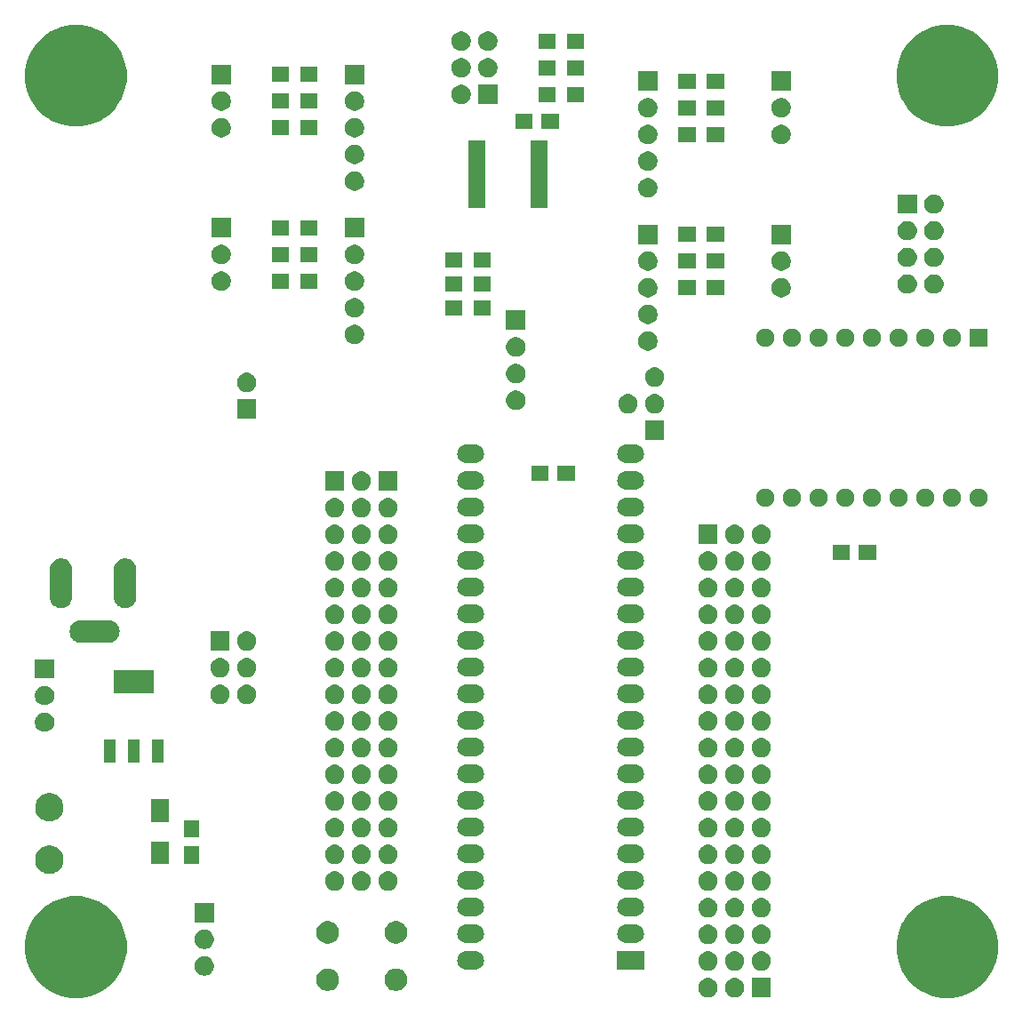
<source format=gbr>
G04 #@! TF.GenerationSoftware,KiCad,Pcbnew,(5.1.5)-3*
G04 #@! TF.CreationDate,2021-03-10T17:45:56-05:00*
G04 #@! TF.ProjectId,Black-Pill-Board,426c6163-6b2d-4506-996c-6c2d426f6172,2*
G04 #@! TF.SameCoordinates,Original*
G04 #@! TF.FileFunction,Soldermask,Top*
G04 #@! TF.FilePolarity,Negative*
%FSLAX46Y46*%
G04 Gerber Fmt 4.6, Leading zero omitted, Abs format (unit mm)*
G04 Created by KiCad (PCBNEW (5.1.5)-3) date 2021-03-10 17:45:56*
%MOMM*%
%LPD*%
G04 APERTURE LIST*
%ADD10C,0.150000*%
G04 APERTURE END LIST*
D10*
G36*
X100411396Y-94347248D02*
G01*
X101291982Y-94711999D01*
X101291984Y-94712000D01*
X101433263Y-94806400D01*
X102084491Y-95241536D01*
X102758464Y-95915509D01*
X103154717Y-96508545D01*
X103252097Y-96654283D01*
X103288001Y-96708018D01*
X103652752Y-97588604D01*
X103838700Y-98523428D01*
X103838700Y-99476572D01*
X103652752Y-100411396D01*
X103288001Y-101291982D01*
X102758464Y-102084491D01*
X102084491Y-102758464D01*
X101491455Y-103154717D01*
X101291984Y-103288000D01*
X101291983Y-103288001D01*
X101291982Y-103288001D01*
X100411396Y-103652752D01*
X99476572Y-103838700D01*
X98523428Y-103838700D01*
X97588604Y-103652752D01*
X96708018Y-103288001D01*
X96708017Y-103288001D01*
X96708016Y-103288000D01*
X96508545Y-103154717D01*
X95915509Y-102758464D01*
X95241536Y-102084491D01*
X94711999Y-101291982D01*
X94347248Y-100411396D01*
X94161300Y-99476572D01*
X94161300Y-98523428D01*
X94347248Y-97588604D01*
X94711999Y-96708018D01*
X94747904Y-96654283D01*
X94845283Y-96508545D01*
X95241536Y-95915509D01*
X95915509Y-95241536D01*
X96566737Y-94806400D01*
X96708016Y-94712000D01*
X96708018Y-94711999D01*
X97588604Y-94347248D01*
X98523428Y-94161300D01*
X99476572Y-94161300D01*
X100411396Y-94347248D01*
G37*
G36*
X17411396Y-94347248D02*
G01*
X18291982Y-94711999D01*
X18291984Y-94712000D01*
X18433263Y-94806400D01*
X19084491Y-95241536D01*
X19758464Y-95915509D01*
X20154717Y-96508545D01*
X20252097Y-96654283D01*
X20288001Y-96708018D01*
X20652752Y-97588604D01*
X20838700Y-98523428D01*
X20838700Y-99476572D01*
X20652752Y-100411396D01*
X20288001Y-101291982D01*
X19758464Y-102084491D01*
X19084491Y-102758464D01*
X18491455Y-103154717D01*
X18291984Y-103288000D01*
X18291983Y-103288001D01*
X18291982Y-103288001D01*
X17411396Y-103652752D01*
X16476572Y-103838700D01*
X15523428Y-103838700D01*
X14588604Y-103652752D01*
X13708018Y-103288001D01*
X13708017Y-103288001D01*
X13708016Y-103288000D01*
X13508545Y-103154717D01*
X12915509Y-102758464D01*
X12241536Y-102084491D01*
X11711999Y-101291982D01*
X11347248Y-100411396D01*
X11161300Y-99476572D01*
X11161300Y-98523428D01*
X11347248Y-97588604D01*
X11711999Y-96708018D01*
X11747904Y-96654283D01*
X11845283Y-96508545D01*
X12241536Y-95915509D01*
X12915509Y-95241536D01*
X13566737Y-94806400D01*
X13708016Y-94712000D01*
X13708018Y-94711999D01*
X14588604Y-94347248D01*
X15523428Y-94161300D01*
X16476572Y-94161300D01*
X17411396Y-94347248D01*
G37*
G36*
X82206200Y-103796200D02*
G01*
X80353800Y-103796200D01*
X80353800Y-101943800D01*
X82206200Y-101943800D01*
X82206200Y-103796200D01*
G37*
G36*
X79010161Y-101979393D02*
G01*
X79178718Y-102049212D01*
X79178720Y-102049213D01*
X79330418Y-102150574D01*
X79459426Y-102279582D01*
X79554530Y-102421916D01*
X79560788Y-102431282D01*
X79630607Y-102599839D01*
X79666200Y-102778776D01*
X79666200Y-102961224D01*
X79630607Y-103140161D01*
X79612365Y-103184200D01*
X79560787Y-103308720D01*
X79459426Y-103460418D01*
X79330418Y-103589426D01*
X79178720Y-103690787D01*
X79178719Y-103690788D01*
X79178718Y-103690788D01*
X79010161Y-103760607D01*
X78831224Y-103796200D01*
X78648776Y-103796200D01*
X78469839Y-103760607D01*
X78301282Y-103690788D01*
X78301281Y-103690788D01*
X78301280Y-103690787D01*
X78149582Y-103589426D01*
X78020574Y-103460418D01*
X77919213Y-103308720D01*
X77867635Y-103184200D01*
X77849393Y-103140161D01*
X77813800Y-102961224D01*
X77813800Y-102778776D01*
X77849393Y-102599839D01*
X77919212Y-102431282D01*
X77925470Y-102421916D01*
X78020574Y-102279582D01*
X78149582Y-102150574D01*
X78301280Y-102049213D01*
X78301282Y-102049212D01*
X78469839Y-101979393D01*
X78648776Y-101943800D01*
X78831224Y-101943800D01*
X79010161Y-101979393D01*
G37*
G36*
X76470161Y-101979393D02*
G01*
X76638718Y-102049212D01*
X76638720Y-102049213D01*
X76790418Y-102150574D01*
X76919426Y-102279582D01*
X77014530Y-102421916D01*
X77020788Y-102431282D01*
X77090607Y-102599839D01*
X77126200Y-102778776D01*
X77126200Y-102961224D01*
X77090607Y-103140161D01*
X77072365Y-103184200D01*
X77020787Y-103308720D01*
X76919426Y-103460418D01*
X76790418Y-103589426D01*
X76638720Y-103690787D01*
X76638719Y-103690788D01*
X76638718Y-103690788D01*
X76470161Y-103760607D01*
X76291224Y-103796200D01*
X76108776Y-103796200D01*
X75929839Y-103760607D01*
X75761282Y-103690788D01*
X75761281Y-103690788D01*
X75761280Y-103690787D01*
X75609582Y-103589426D01*
X75480574Y-103460418D01*
X75379213Y-103308720D01*
X75327635Y-103184200D01*
X75309393Y-103140161D01*
X75273800Y-102961224D01*
X75273800Y-102778776D01*
X75309393Y-102599839D01*
X75379212Y-102431282D01*
X75385470Y-102421916D01*
X75480574Y-102279582D01*
X75609582Y-102150574D01*
X75761280Y-102049213D01*
X75761282Y-102049212D01*
X75929839Y-101979393D01*
X76108776Y-101943800D01*
X76291224Y-101943800D01*
X76470161Y-101979393D01*
G37*
G36*
X46795915Y-101073157D02*
G01*
X46983332Y-101150788D01*
X46991772Y-101154284D01*
X46993141Y-101155199D01*
X47168037Y-101272061D01*
X47317939Y-101421963D01*
X47435717Y-101598230D01*
X47516843Y-101794085D01*
X47558200Y-102002002D01*
X47558200Y-102213998D01*
X47516843Y-102421915D01*
X47443144Y-102599839D01*
X47435716Y-102617772D01*
X47317939Y-102794037D01*
X47168037Y-102943939D01*
X46991772Y-103061716D01*
X46991771Y-103061717D01*
X46991770Y-103061717D01*
X46795915Y-103142843D01*
X46587998Y-103184200D01*
X46376002Y-103184200D01*
X46168085Y-103142843D01*
X45972230Y-103061717D01*
X45972229Y-103061717D01*
X45972228Y-103061716D01*
X45795963Y-102943939D01*
X45646061Y-102794037D01*
X45528284Y-102617772D01*
X45520856Y-102599839D01*
X45447157Y-102421915D01*
X45405800Y-102213998D01*
X45405800Y-102002002D01*
X45447157Y-101794085D01*
X45528283Y-101598230D01*
X45646061Y-101421963D01*
X45795963Y-101272061D01*
X45970859Y-101155199D01*
X45972228Y-101154284D01*
X45980668Y-101150788D01*
X46168085Y-101073157D01*
X46376002Y-101031800D01*
X46587998Y-101031800D01*
X46795915Y-101073157D01*
G37*
G36*
X40295915Y-101073157D02*
G01*
X40483332Y-101150788D01*
X40491772Y-101154284D01*
X40493141Y-101155199D01*
X40668037Y-101272061D01*
X40817939Y-101421963D01*
X40935717Y-101598230D01*
X41016843Y-101794085D01*
X41058200Y-102002002D01*
X41058200Y-102213998D01*
X41016843Y-102421915D01*
X40943144Y-102599839D01*
X40935716Y-102617772D01*
X40817939Y-102794037D01*
X40668037Y-102943939D01*
X40491772Y-103061716D01*
X40491771Y-103061717D01*
X40491770Y-103061717D01*
X40295915Y-103142843D01*
X40087998Y-103184200D01*
X39876002Y-103184200D01*
X39668085Y-103142843D01*
X39472230Y-103061717D01*
X39472229Y-103061717D01*
X39472228Y-103061716D01*
X39295963Y-102943939D01*
X39146061Y-102794037D01*
X39028284Y-102617772D01*
X39020856Y-102599839D01*
X38947157Y-102421915D01*
X38905800Y-102213998D01*
X38905800Y-102002002D01*
X38947157Y-101794085D01*
X39028283Y-101598230D01*
X39146061Y-101421963D01*
X39295963Y-101272061D01*
X39470859Y-101155199D01*
X39472228Y-101154284D01*
X39480668Y-101150788D01*
X39668085Y-101073157D01*
X39876002Y-101031800D01*
X40087998Y-101031800D01*
X40295915Y-101073157D01*
G37*
G36*
X28489561Y-99921993D02*
G01*
X28658118Y-99991812D01*
X28658120Y-99991813D01*
X28809818Y-100093174D01*
X28938826Y-100222182D01*
X29040187Y-100373880D01*
X29040188Y-100373882D01*
X29110007Y-100542439D01*
X29145600Y-100721376D01*
X29145600Y-100903824D01*
X29110007Y-101082761D01*
X29081829Y-101150788D01*
X29040187Y-101251320D01*
X28938826Y-101403018D01*
X28809818Y-101532026D01*
X28658120Y-101633387D01*
X28658119Y-101633388D01*
X28658118Y-101633388D01*
X28489561Y-101703207D01*
X28310624Y-101738800D01*
X28128176Y-101738800D01*
X27949239Y-101703207D01*
X27780682Y-101633388D01*
X27780681Y-101633388D01*
X27780680Y-101633387D01*
X27628982Y-101532026D01*
X27499974Y-101403018D01*
X27398613Y-101251320D01*
X27356971Y-101150788D01*
X27328793Y-101082761D01*
X27293200Y-100903824D01*
X27293200Y-100721376D01*
X27328793Y-100542439D01*
X27398612Y-100373882D01*
X27398613Y-100373880D01*
X27499974Y-100222182D01*
X27628982Y-100093174D01*
X27780680Y-99991813D01*
X27780682Y-99991812D01*
X27949239Y-99921993D01*
X28128176Y-99886400D01*
X28310624Y-99886400D01*
X28489561Y-99921993D01*
G37*
G36*
X76470161Y-99439393D02*
G01*
X76638718Y-99509212D01*
X76638720Y-99509213D01*
X76790418Y-99610574D01*
X76919426Y-99739582D01*
X77017526Y-99886400D01*
X77020788Y-99891282D01*
X77090607Y-100059839D01*
X77126200Y-100238776D01*
X77126200Y-100421224D01*
X77090607Y-100600161D01*
X77040398Y-100721376D01*
X77020787Y-100768720D01*
X76919426Y-100920418D01*
X76790418Y-101049426D01*
X76638720Y-101150787D01*
X76638719Y-101150788D01*
X76638718Y-101150788D01*
X76470161Y-101220607D01*
X76291224Y-101256200D01*
X76108776Y-101256200D01*
X75929839Y-101220607D01*
X75761282Y-101150788D01*
X75761281Y-101150788D01*
X75761280Y-101150787D01*
X75609582Y-101049426D01*
X75480574Y-100920418D01*
X75379213Y-100768720D01*
X75359602Y-100721376D01*
X75309393Y-100600161D01*
X75273800Y-100421224D01*
X75273800Y-100238776D01*
X75309393Y-100059839D01*
X75379212Y-99891282D01*
X75382474Y-99886400D01*
X75480574Y-99739582D01*
X75609582Y-99610574D01*
X75761280Y-99509213D01*
X75761282Y-99509212D01*
X75929839Y-99439393D01*
X76108776Y-99403800D01*
X76291224Y-99403800D01*
X76470161Y-99439393D01*
G37*
G36*
X79010161Y-99439393D02*
G01*
X79178718Y-99509212D01*
X79178720Y-99509213D01*
X79330418Y-99610574D01*
X79459426Y-99739582D01*
X79557526Y-99886400D01*
X79560788Y-99891282D01*
X79630607Y-100059839D01*
X79666200Y-100238776D01*
X79666200Y-100421224D01*
X79630607Y-100600161D01*
X79580398Y-100721376D01*
X79560787Y-100768720D01*
X79459426Y-100920418D01*
X79330418Y-101049426D01*
X79178720Y-101150787D01*
X79178719Y-101150788D01*
X79178718Y-101150788D01*
X79010161Y-101220607D01*
X78831224Y-101256200D01*
X78648776Y-101256200D01*
X78469839Y-101220607D01*
X78301282Y-101150788D01*
X78301281Y-101150788D01*
X78301280Y-101150787D01*
X78149582Y-101049426D01*
X78020574Y-100920418D01*
X77919213Y-100768720D01*
X77899602Y-100721376D01*
X77849393Y-100600161D01*
X77813800Y-100421224D01*
X77813800Y-100238776D01*
X77849393Y-100059839D01*
X77919212Y-99891282D01*
X77922474Y-99886400D01*
X78020574Y-99739582D01*
X78149582Y-99610574D01*
X78301280Y-99509213D01*
X78301282Y-99509212D01*
X78469839Y-99439393D01*
X78648776Y-99403800D01*
X78831224Y-99403800D01*
X79010161Y-99439393D01*
G37*
G36*
X81550161Y-99439393D02*
G01*
X81718718Y-99509212D01*
X81718720Y-99509213D01*
X81870418Y-99610574D01*
X81999426Y-99739582D01*
X82097526Y-99886400D01*
X82100788Y-99891282D01*
X82170607Y-100059839D01*
X82206200Y-100238776D01*
X82206200Y-100421224D01*
X82170607Y-100600161D01*
X82120398Y-100721376D01*
X82100787Y-100768720D01*
X81999426Y-100920418D01*
X81870418Y-101049426D01*
X81718720Y-101150787D01*
X81718719Y-101150788D01*
X81718718Y-101150788D01*
X81550161Y-101220607D01*
X81371224Y-101256200D01*
X81188776Y-101256200D01*
X81009839Y-101220607D01*
X80841282Y-101150788D01*
X80841281Y-101150788D01*
X80841280Y-101150787D01*
X80689582Y-101049426D01*
X80560574Y-100920418D01*
X80459213Y-100768720D01*
X80439602Y-100721376D01*
X80389393Y-100600161D01*
X80353800Y-100421224D01*
X80353800Y-100238776D01*
X80389393Y-100059839D01*
X80459212Y-99891282D01*
X80462474Y-99886400D01*
X80560574Y-99739582D01*
X80689582Y-99610574D01*
X80841280Y-99509213D01*
X80841282Y-99509212D01*
X81009839Y-99439393D01*
X81188776Y-99403800D01*
X81371224Y-99403800D01*
X81550161Y-99439393D01*
G37*
G36*
X70109199Y-101155199D02*
G01*
X67556799Y-101155199D01*
X67556799Y-99402799D01*
X70109199Y-99402799D01*
X70109199Y-101155199D01*
G37*
G36*
X54046203Y-99403800D02*
G01*
X54164764Y-99415477D01*
X54329928Y-99465579D01*
X54329931Y-99465580D01*
X54482144Y-99546940D01*
X54615564Y-99656434D01*
X54725058Y-99789854D01*
X54806418Y-99942067D01*
X54806419Y-99942070D01*
X54856521Y-100107234D01*
X54873438Y-100278999D01*
X54856521Y-100450764D01*
X54806419Y-100615928D01*
X54806418Y-100615931D01*
X54725058Y-100768144D01*
X54615564Y-100901564D01*
X54482144Y-101011058D01*
X54329931Y-101092418D01*
X54329928Y-101092419D01*
X54164764Y-101142521D01*
X54080836Y-101150787D01*
X54036040Y-101155199D01*
X53149958Y-101155199D01*
X53105162Y-101150787D01*
X53021234Y-101142521D01*
X52856070Y-101092419D01*
X52856067Y-101092418D01*
X52703854Y-101011058D01*
X52570434Y-100901564D01*
X52460940Y-100768144D01*
X52379580Y-100615931D01*
X52379579Y-100615928D01*
X52329477Y-100450764D01*
X52312560Y-100278999D01*
X52329477Y-100107234D01*
X52379579Y-99942070D01*
X52379580Y-99942067D01*
X52460940Y-99789854D01*
X52570434Y-99656434D01*
X52703854Y-99546940D01*
X52856067Y-99465580D01*
X52856070Y-99465579D01*
X53021234Y-99415477D01*
X53139795Y-99403800D01*
X53149958Y-99402799D01*
X54036040Y-99402799D01*
X54046203Y-99403800D01*
G37*
G36*
X28489561Y-97381993D02*
G01*
X28658118Y-97451812D01*
X28658120Y-97451813D01*
X28809818Y-97553174D01*
X28938826Y-97682182D01*
X29040187Y-97833880D01*
X29040188Y-97833882D01*
X29110007Y-98002439D01*
X29145600Y-98181376D01*
X29145600Y-98363824D01*
X29110007Y-98542761D01*
X29040188Y-98711318D01*
X29040187Y-98711320D01*
X28938826Y-98863018D01*
X28809818Y-98992026D01*
X28658120Y-99093387D01*
X28658119Y-99093388D01*
X28658118Y-99093388D01*
X28489561Y-99163207D01*
X28310624Y-99198800D01*
X28128176Y-99198800D01*
X27949239Y-99163207D01*
X27780682Y-99093388D01*
X27780681Y-99093388D01*
X27780680Y-99093387D01*
X27628982Y-98992026D01*
X27499974Y-98863018D01*
X27398613Y-98711320D01*
X27398612Y-98711318D01*
X27328793Y-98542761D01*
X27293200Y-98363824D01*
X27293200Y-98181376D01*
X27328793Y-98002439D01*
X27398612Y-97833882D01*
X27398613Y-97833880D01*
X27499974Y-97682182D01*
X27628982Y-97553174D01*
X27780680Y-97451813D01*
X27780682Y-97451812D01*
X27949239Y-97381993D01*
X28128176Y-97346400D01*
X28310624Y-97346400D01*
X28489561Y-97381993D01*
G37*
G36*
X81550161Y-96899393D02*
G01*
X81718718Y-96969212D01*
X81718720Y-96969213D01*
X81870418Y-97070574D01*
X81999426Y-97199582D01*
X82097526Y-97346400D01*
X82100788Y-97351282D01*
X82170607Y-97519839D01*
X82206200Y-97698776D01*
X82206200Y-97881224D01*
X82170607Y-98060161D01*
X82120398Y-98181376D01*
X82100787Y-98228720D01*
X81999426Y-98380418D01*
X81870418Y-98509426D01*
X81718720Y-98610787D01*
X81718719Y-98610788D01*
X81718718Y-98610788D01*
X81550161Y-98680607D01*
X81371224Y-98716200D01*
X81188776Y-98716200D01*
X81009839Y-98680607D01*
X80841282Y-98610788D01*
X80841281Y-98610788D01*
X80841280Y-98610787D01*
X80689582Y-98509426D01*
X80560574Y-98380418D01*
X80459213Y-98228720D01*
X80439602Y-98181376D01*
X80389393Y-98060161D01*
X80353800Y-97881224D01*
X80353800Y-97698776D01*
X80389393Y-97519839D01*
X80459212Y-97351282D01*
X80462474Y-97346400D01*
X80560574Y-97199582D01*
X80689582Y-97070574D01*
X80841280Y-96969213D01*
X80841282Y-96969212D01*
X81009839Y-96899393D01*
X81188776Y-96863800D01*
X81371224Y-96863800D01*
X81550161Y-96899393D01*
G37*
G36*
X79010161Y-96899393D02*
G01*
X79178718Y-96969212D01*
X79178720Y-96969213D01*
X79330418Y-97070574D01*
X79459426Y-97199582D01*
X79557526Y-97346400D01*
X79560788Y-97351282D01*
X79630607Y-97519839D01*
X79666200Y-97698776D01*
X79666200Y-97881224D01*
X79630607Y-98060161D01*
X79580398Y-98181376D01*
X79560787Y-98228720D01*
X79459426Y-98380418D01*
X79330418Y-98509426D01*
X79178720Y-98610787D01*
X79178719Y-98610788D01*
X79178718Y-98610788D01*
X79010161Y-98680607D01*
X78831224Y-98716200D01*
X78648776Y-98716200D01*
X78469839Y-98680607D01*
X78301282Y-98610788D01*
X78301281Y-98610788D01*
X78301280Y-98610787D01*
X78149582Y-98509426D01*
X78020574Y-98380418D01*
X77919213Y-98228720D01*
X77899602Y-98181376D01*
X77849393Y-98060161D01*
X77813800Y-97881224D01*
X77813800Y-97698776D01*
X77849393Y-97519839D01*
X77919212Y-97351282D01*
X77922474Y-97346400D01*
X78020574Y-97199582D01*
X78149582Y-97070574D01*
X78301280Y-96969213D01*
X78301282Y-96969212D01*
X78469839Y-96899393D01*
X78648776Y-96863800D01*
X78831224Y-96863800D01*
X79010161Y-96899393D01*
G37*
G36*
X76470161Y-96899393D02*
G01*
X76638718Y-96969212D01*
X76638720Y-96969213D01*
X76790418Y-97070574D01*
X76919426Y-97199582D01*
X77017526Y-97346400D01*
X77020788Y-97351282D01*
X77090607Y-97519839D01*
X77126200Y-97698776D01*
X77126200Y-97881224D01*
X77090607Y-98060161D01*
X77040398Y-98181376D01*
X77020787Y-98228720D01*
X76919426Y-98380418D01*
X76790418Y-98509426D01*
X76638720Y-98610787D01*
X76638719Y-98610788D01*
X76638718Y-98610788D01*
X76470161Y-98680607D01*
X76291224Y-98716200D01*
X76108776Y-98716200D01*
X75929839Y-98680607D01*
X75761282Y-98610788D01*
X75761281Y-98610788D01*
X75761280Y-98610787D01*
X75609582Y-98509426D01*
X75480574Y-98380418D01*
X75379213Y-98228720D01*
X75359602Y-98181376D01*
X75309393Y-98060161D01*
X75273800Y-97881224D01*
X75273800Y-97698776D01*
X75309393Y-97519839D01*
X75379212Y-97351282D01*
X75382474Y-97346400D01*
X75480574Y-97199582D01*
X75609582Y-97070574D01*
X75761280Y-96969213D01*
X75761282Y-96969212D01*
X75929839Y-96899393D01*
X76108776Y-96863800D01*
X76291224Y-96863800D01*
X76470161Y-96899393D01*
G37*
G36*
X46795915Y-96573157D02*
G01*
X46991770Y-96654283D01*
X46991772Y-96654284D01*
X47168037Y-96772061D01*
X47317939Y-96921963D01*
X47349511Y-96969213D01*
X47435717Y-97098230D01*
X47516843Y-97294085D01*
X47558200Y-97502002D01*
X47558200Y-97713998D01*
X47516843Y-97921915D01*
X47453047Y-98075931D01*
X47435716Y-98117772D01*
X47317939Y-98294037D01*
X47168037Y-98443939D01*
X46991772Y-98561716D01*
X46991771Y-98561717D01*
X46991770Y-98561717D01*
X46795915Y-98642843D01*
X46587998Y-98684200D01*
X46376002Y-98684200D01*
X46168085Y-98642843D01*
X45972230Y-98561717D01*
X45972229Y-98561717D01*
X45972228Y-98561716D01*
X45795963Y-98443939D01*
X45646061Y-98294037D01*
X45528284Y-98117772D01*
X45510953Y-98075931D01*
X45447157Y-97921915D01*
X45405800Y-97713998D01*
X45405800Y-97502002D01*
X45447157Y-97294085D01*
X45528283Y-97098230D01*
X45614490Y-96969213D01*
X45646061Y-96921963D01*
X45795963Y-96772061D01*
X45972228Y-96654284D01*
X45972230Y-96654283D01*
X46168085Y-96573157D01*
X46376002Y-96531800D01*
X46587998Y-96531800D01*
X46795915Y-96573157D01*
G37*
G36*
X40295915Y-96573157D02*
G01*
X40491770Y-96654283D01*
X40491772Y-96654284D01*
X40668037Y-96772061D01*
X40817939Y-96921963D01*
X40849511Y-96969213D01*
X40935717Y-97098230D01*
X41016843Y-97294085D01*
X41058200Y-97502002D01*
X41058200Y-97713998D01*
X41016843Y-97921915D01*
X40953047Y-98075931D01*
X40935716Y-98117772D01*
X40817939Y-98294037D01*
X40668037Y-98443939D01*
X40491772Y-98561716D01*
X40491771Y-98561717D01*
X40491770Y-98561717D01*
X40295915Y-98642843D01*
X40087998Y-98684200D01*
X39876002Y-98684200D01*
X39668085Y-98642843D01*
X39472230Y-98561717D01*
X39472229Y-98561717D01*
X39472228Y-98561716D01*
X39295963Y-98443939D01*
X39146061Y-98294037D01*
X39028284Y-98117772D01*
X39010953Y-98075931D01*
X38947157Y-97921915D01*
X38905800Y-97713998D01*
X38905800Y-97502002D01*
X38947157Y-97294085D01*
X39028283Y-97098230D01*
X39114490Y-96969213D01*
X39146061Y-96921963D01*
X39295963Y-96772061D01*
X39472228Y-96654284D01*
X39472230Y-96654283D01*
X39668085Y-96573157D01*
X39876002Y-96531800D01*
X40087998Y-96531800D01*
X40295915Y-96573157D01*
G37*
G36*
X69286203Y-96863800D02*
G01*
X69404764Y-96875477D01*
X69569928Y-96925579D01*
X69569931Y-96925580D01*
X69722144Y-97006940D01*
X69855564Y-97116434D01*
X69965058Y-97249854D01*
X70046418Y-97402067D01*
X70046419Y-97402070D01*
X70096521Y-97567234D01*
X70113438Y-97738999D01*
X70096521Y-97910764D01*
X70046419Y-98075928D01*
X70046418Y-98075931D01*
X69965058Y-98228144D01*
X69855564Y-98361564D01*
X69722144Y-98471058D01*
X69569931Y-98552418D01*
X69569928Y-98552419D01*
X69404764Y-98602521D01*
X69320836Y-98610787D01*
X69276040Y-98615199D01*
X68389958Y-98615199D01*
X68345162Y-98610787D01*
X68261234Y-98602521D01*
X68096070Y-98552419D01*
X68096067Y-98552418D01*
X67943854Y-98471058D01*
X67810434Y-98361564D01*
X67700940Y-98228144D01*
X67619580Y-98075931D01*
X67619579Y-98075928D01*
X67569477Y-97910764D01*
X67552560Y-97738999D01*
X67569477Y-97567234D01*
X67619579Y-97402070D01*
X67619580Y-97402067D01*
X67700940Y-97249854D01*
X67810434Y-97116434D01*
X67943854Y-97006940D01*
X68096067Y-96925580D01*
X68096070Y-96925579D01*
X68261234Y-96875477D01*
X68379795Y-96863800D01*
X68389958Y-96862799D01*
X69276040Y-96862799D01*
X69286203Y-96863800D01*
G37*
G36*
X54046203Y-96863800D02*
G01*
X54164764Y-96875477D01*
X54329928Y-96925579D01*
X54329931Y-96925580D01*
X54482144Y-97006940D01*
X54615564Y-97116434D01*
X54725058Y-97249854D01*
X54806418Y-97402067D01*
X54806419Y-97402070D01*
X54856521Y-97567234D01*
X54873438Y-97738999D01*
X54856521Y-97910764D01*
X54806419Y-98075928D01*
X54806418Y-98075931D01*
X54725058Y-98228144D01*
X54615564Y-98361564D01*
X54482144Y-98471058D01*
X54329931Y-98552418D01*
X54329928Y-98552419D01*
X54164764Y-98602521D01*
X54080836Y-98610787D01*
X54036040Y-98615199D01*
X53149958Y-98615199D01*
X53105162Y-98610787D01*
X53021234Y-98602521D01*
X52856070Y-98552419D01*
X52856067Y-98552418D01*
X52703854Y-98471058D01*
X52570434Y-98361564D01*
X52460940Y-98228144D01*
X52379580Y-98075931D01*
X52379579Y-98075928D01*
X52329477Y-97910764D01*
X52312560Y-97738999D01*
X52329477Y-97567234D01*
X52379579Y-97402070D01*
X52379580Y-97402067D01*
X52460940Y-97249854D01*
X52570434Y-97116434D01*
X52703854Y-97006940D01*
X52856067Y-96925580D01*
X52856070Y-96925579D01*
X53021234Y-96875477D01*
X53139795Y-96863800D01*
X53149958Y-96862799D01*
X54036040Y-96862799D01*
X54046203Y-96863800D01*
G37*
G36*
X29145600Y-96658800D02*
G01*
X27293200Y-96658800D01*
X27293200Y-94806400D01*
X29145600Y-94806400D01*
X29145600Y-96658800D01*
G37*
G36*
X79010161Y-94359393D02*
G01*
X79178718Y-94429212D01*
X79178720Y-94429213D01*
X79330418Y-94530574D01*
X79459426Y-94659582D01*
X79494450Y-94712000D01*
X79560788Y-94811282D01*
X79630607Y-94979839D01*
X79666200Y-95158776D01*
X79666200Y-95341224D01*
X79630607Y-95520161D01*
X79561026Y-95688144D01*
X79560787Y-95688720D01*
X79459426Y-95840418D01*
X79330418Y-95969426D01*
X79178720Y-96070787D01*
X79178719Y-96070788D01*
X79178718Y-96070788D01*
X79010161Y-96140607D01*
X78831224Y-96176200D01*
X78648776Y-96176200D01*
X78469839Y-96140607D01*
X78301282Y-96070788D01*
X78301281Y-96070788D01*
X78301280Y-96070787D01*
X78149582Y-95969426D01*
X78020574Y-95840418D01*
X77919213Y-95688720D01*
X77918974Y-95688144D01*
X77849393Y-95520161D01*
X77813800Y-95341224D01*
X77813800Y-95158776D01*
X77849393Y-94979839D01*
X77919212Y-94811282D01*
X77985550Y-94712000D01*
X78020574Y-94659582D01*
X78149582Y-94530574D01*
X78301280Y-94429213D01*
X78301282Y-94429212D01*
X78469839Y-94359393D01*
X78648776Y-94323800D01*
X78831224Y-94323800D01*
X79010161Y-94359393D01*
G37*
G36*
X76470161Y-94359393D02*
G01*
X76638718Y-94429212D01*
X76638720Y-94429213D01*
X76790418Y-94530574D01*
X76919426Y-94659582D01*
X76954450Y-94712000D01*
X77020788Y-94811282D01*
X77090607Y-94979839D01*
X77126200Y-95158776D01*
X77126200Y-95341224D01*
X77090607Y-95520161D01*
X77021026Y-95688144D01*
X77020787Y-95688720D01*
X76919426Y-95840418D01*
X76790418Y-95969426D01*
X76638720Y-96070787D01*
X76638719Y-96070788D01*
X76638718Y-96070788D01*
X76470161Y-96140607D01*
X76291224Y-96176200D01*
X76108776Y-96176200D01*
X75929839Y-96140607D01*
X75761282Y-96070788D01*
X75761281Y-96070788D01*
X75761280Y-96070787D01*
X75609582Y-95969426D01*
X75480574Y-95840418D01*
X75379213Y-95688720D01*
X75378974Y-95688144D01*
X75309393Y-95520161D01*
X75273800Y-95341224D01*
X75273800Y-95158776D01*
X75309393Y-94979839D01*
X75379212Y-94811282D01*
X75445550Y-94712000D01*
X75480574Y-94659582D01*
X75609582Y-94530574D01*
X75761280Y-94429213D01*
X75761282Y-94429212D01*
X75929839Y-94359393D01*
X76108776Y-94323800D01*
X76291224Y-94323800D01*
X76470161Y-94359393D01*
G37*
G36*
X81550161Y-94359393D02*
G01*
X81718718Y-94429212D01*
X81718720Y-94429213D01*
X81870418Y-94530574D01*
X81999426Y-94659582D01*
X82034450Y-94712000D01*
X82100788Y-94811282D01*
X82170607Y-94979839D01*
X82206200Y-95158776D01*
X82206200Y-95341224D01*
X82170607Y-95520161D01*
X82101026Y-95688144D01*
X82100787Y-95688720D01*
X81999426Y-95840418D01*
X81870418Y-95969426D01*
X81718720Y-96070787D01*
X81718719Y-96070788D01*
X81718718Y-96070788D01*
X81550161Y-96140607D01*
X81371224Y-96176200D01*
X81188776Y-96176200D01*
X81009839Y-96140607D01*
X80841282Y-96070788D01*
X80841281Y-96070788D01*
X80841280Y-96070787D01*
X80689582Y-95969426D01*
X80560574Y-95840418D01*
X80459213Y-95688720D01*
X80458974Y-95688144D01*
X80389393Y-95520161D01*
X80353800Y-95341224D01*
X80353800Y-95158776D01*
X80389393Y-94979839D01*
X80459212Y-94811282D01*
X80525550Y-94712000D01*
X80560574Y-94659582D01*
X80689582Y-94530574D01*
X80841280Y-94429213D01*
X80841282Y-94429212D01*
X81009839Y-94359393D01*
X81188776Y-94323800D01*
X81371224Y-94323800D01*
X81550161Y-94359393D01*
G37*
G36*
X69286203Y-94323800D02*
G01*
X69404764Y-94335477D01*
X69569928Y-94385579D01*
X69569931Y-94385580D01*
X69722144Y-94466940D01*
X69855564Y-94576434D01*
X69965058Y-94709854D01*
X70046418Y-94862067D01*
X70046419Y-94862070D01*
X70096521Y-95027234D01*
X70113438Y-95198999D01*
X70096521Y-95370764D01*
X70046419Y-95535928D01*
X70046418Y-95535931D01*
X69965058Y-95688144D01*
X69855564Y-95821564D01*
X69722144Y-95931058D01*
X69569931Y-96012418D01*
X69569928Y-96012419D01*
X69404764Y-96062521D01*
X69320836Y-96070787D01*
X69276040Y-96075199D01*
X68389958Y-96075199D01*
X68345162Y-96070787D01*
X68261234Y-96062521D01*
X68096070Y-96012419D01*
X68096067Y-96012418D01*
X67943854Y-95931058D01*
X67810434Y-95821564D01*
X67700940Y-95688144D01*
X67619580Y-95535931D01*
X67619579Y-95535928D01*
X67569477Y-95370764D01*
X67552560Y-95198999D01*
X67569477Y-95027234D01*
X67619579Y-94862070D01*
X67619580Y-94862067D01*
X67700940Y-94709854D01*
X67810434Y-94576434D01*
X67943854Y-94466940D01*
X68096067Y-94385580D01*
X68096070Y-94385579D01*
X68261234Y-94335477D01*
X68379795Y-94323800D01*
X68389958Y-94322799D01*
X69276040Y-94322799D01*
X69286203Y-94323800D01*
G37*
G36*
X54046203Y-94323800D02*
G01*
X54164764Y-94335477D01*
X54329928Y-94385579D01*
X54329931Y-94385580D01*
X54482144Y-94466940D01*
X54615564Y-94576434D01*
X54725058Y-94709854D01*
X54806418Y-94862067D01*
X54806419Y-94862070D01*
X54856521Y-95027234D01*
X54873438Y-95198999D01*
X54856521Y-95370764D01*
X54806419Y-95535928D01*
X54806418Y-95535931D01*
X54725058Y-95688144D01*
X54615564Y-95821564D01*
X54482144Y-95931058D01*
X54329931Y-96012418D01*
X54329928Y-96012419D01*
X54164764Y-96062521D01*
X54080836Y-96070787D01*
X54036040Y-96075199D01*
X53149958Y-96075199D01*
X53105162Y-96070787D01*
X53021234Y-96062521D01*
X52856070Y-96012419D01*
X52856067Y-96012418D01*
X52703854Y-95931058D01*
X52570434Y-95821564D01*
X52460940Y-95688144D01*
X52379580Y-95535931D01*
X52379579Y-95535928D01*
X52329477Y-95370764D01*
X52312560Y-95198999D01*
X52329477Y-95027234D01*
X52379579Y-94862070D01*
X52379580Y-94862067D01*
X52460940Y-94709854D01*
X52570434Y-94576434D01*
X52703854Y-94466940D01*
X52856067Y-94385580D01*
X52856070Y-94385579D01*
X53021234Y-94335477D01*
X53139795Y-94323800D01*
X53149958Y-94322799D01*
X54036040Y-94322799D01*
X54046203Y-94323800D01*
G37*
G36*
X45990161Y-91819393D02*
G01*
X46158718Y-91889212D01*
X46158720Y-91889213D01*
X46310418Y-91990574D01*
X46439426Y-92119582D01*
X46540787Y-92271280D01*
X46540788Y-92271282D01*
X46610607Y-92439839D01*
X46646200Y-92618776D01*
X46646200Y-92801224D01*
X46610607Y-92980161D01*
X46541026Y-93148144D01*
X46540787Y-93148720D01*
X46439426Y-93300418D01*
X46310418Y-93429426D01*
X46158720Y-93530787D01*
X46158719Y-93530788D01*
X46158718Y-93530788D01*
X45990161Y-93600607D01*
X45811224Y-93636200D01*
X45628776Y-93636200D01*
X45449839Y-93600607D01*
X45281282Y-93530788D01*
X45281281Y-93530788D01*
X45281280Y-93530787D01*
X45129582Y-93429426D01*
X45000574Y-93300418D01*
X44899213Y-93148720D01*
X44898974Y-93148144D01*
X44829393Y-92980161D01*
X44793800Y-92801224D01*
X44793800Y-92618776D01*
X44829393Y-92439839D01*
X44899212Y-92271282D01*
X44899213Y-92271280D01*
X45000574Y-92119582D01*
X45129582Y-91990574D01*
X45281280Y-91889213D01*
X45281282Y-91889212D01*
X45449839Y-91819393D01*
X45628776Y-91783800D01*
X45811224Y-91783800D01*
X45990161Y-91819393D01*
G37*
G36*
X40910161Y-91819393D02*
G01*
X41078718Y-91889212D01*
X41078720Y-91889213D01*
X41230418Y-91990574D01*
X41359426Y-92119582D01*
X41460787Y-92271280D01*
X41460788Y-92271282D01*
X41530607Y-92439839D01*
X41566200Y-92618776D01*
X41566200Y-92801224D01*
X41530607Y-92980161D01*
X41461026Y-93148144D01*
X41460787Y-93148720D01*
X41359426Y-93300418D01*
X41230418Y-93429426D01*
X41078720Y-93530787D01*
X41078719Y-93530788D01*
X41078718Y-93530788D01*
X40910161Y-93600607D01*
X40731224Y-93636200D01*
X40548776Y-93636200D01*
X40369839Y-93600607D01*
X40201282Y-93530788D01*
X40201281Y-93530788D01*
X40201280Y-93530787D01*
X40049582Y-93429426D01*
X39920574Y-93300418D01*
X39819213Y-93148720D01*
X39818974Y-93148144D01*
X39749393Y-92980161D01*
X39713800Y-92801224D01*
X39713800Y-92618776D01*
X39749393Y-92439839D01*
X39819212Y-92271282D01*
X39819213Y-92271280D01*
X39920574Y-92119582D01*
X40049582Y-91990574D01*
X40201280Y-91889213D01*
X40201282Y-91889212D01*
X40369839Y-91819393D01*
X40548776Y-91783800D01*
X40731224Y-91783800D01*
X40910161Y-91819393D01*
G37*
G36*
X76470161Y-91819393D02*
G01*
X76638718Y-91889212D01*
X76638720Y-91889213D01*
X76790418Y-91990574D01*
X76919426Y-92119582D01*
X77020787Y-92271280D01*
X77020788Y-92271282D01*
X77090607Y-92439839D01*
X77126200Y-92618776D01*
X77126200Y-92801224D01*
X77090607Y-92980161D01*
X77021026Y-93148144D01*
X77020787Y-93148720D01*
X76919426Y-93300418D01*
X76790418Y-93429426D01*
X76638720Y-93530787D01*
X76638719Y-93530788D01*
X76638718Y-93530788D01*
X76470161Y-93600607D01*
X76291224Y-93636200D01*
X76108776Y-93636200D01*
X75929839Y-93600607D01*
X75761282Y-93530788D01*
X75761281Y-93530788D01*
X75761280Y-93530787D01*
X75609582Y-93429426D01*
X75480574Y-93300418D01*
X75379213Y-93148720D01*
X75378974Y-93148144D01*
X75309393Y-92980161D01*
X75273800Y-92801224D01*
X75273800Y-92618776D01*
X75309393Y-92439839D01*
X75379212Y-92271282D01*
X75379213Y-92271280D01*
X75480574Y-92119582D01*
X75609582Y-91990574D01*
X75761280Y-91889213D01*
X75761282Y-91889212D01*
X75929839Y-91819393D01*
X76108776Y-91783800D01*
X76291224Y-91783800D01*
X76470161Y-91819393D01*
G37*
G36*
X43450161Y-91819393D02*
G01*
X43618718Y-91889212D01*
X43618720Y-91889213D01*
X43770418Y-91990574D01*
X43899426Y-92119582D01*
X44000787Y-92271280D01*
X44000788Y-92271282D01*
X44070607Y-92439839D01*
X44106200Y-92618776D01*
X44106200Y-92801224D01*
X44070607Y-92980161D01*
X44001026Y-93148144D01*
X44000787Y-93148720D01*
X43899426Y-93300418D01*
X43770418Y-93429426D01*
X43618720Y-93530787D01*
X43618719Y-93530788D01*
X43618718Y-93530788D01*
X43450161Y-93600607D01*
X43271224Y-93636200D01*
X43088776Y-93636200D01*
X42909839Y-93600607D01*
X42741282Y-93530788D01*
X42741281Y-93530788D01*
X42741280Y-93530787D01*
X42589582Y-93429426D01*
X42460574Y-93300418D01*
X42359213Y-93148720D01*
X42358974Y-93148144D01*
X42289393Y-92980161D01*
X42253800Y-92801224D01*
X42253800Y-92618776D01*
X42289393Y-92439839D01*
X42359212Y-92271282D01*
X42359213Y-92271280D01*
X42460574Y-92119582D01*
X42589582Y-91990574D01*
X42741280Y-91889213D01*
X42741282Y-91889212D01*
X42909839Y-91819393D01*
X43088776Y-91783800D01*
X43271224Y-91783800D01*
X43450161Y-91819393D01*
G37*
G36*
X79010161Y-91819393D02*
G01*
X79178718Y-91889212D01*
X79178720Y-91889213D01*
X79330418Y-91990574D01*
X79459426Y-92119582D01*
X79560787Y-92271280D01*
X79560788Y-92271282D01*
X79630607Y-92439839D01*
X79666200Y-92618776D01*
X79666200Y-92801224D01*
X79630607Y-92980161D01*
X79561026Y-93148144D01*
X79560787Y-93148720D01*
X79459426Y-93300418D01*
X79330418Y-93429426D01*
X79178720Y-93530787D01*
X79178719Y-93530788D01*
X79178718Y-93530788D01*
X79010161Y-93600607D01*
X78831224Y-93636200D01*
X78648776Y-93636200D01*
X78469839Y-93600607D01*
X78301282Y-93530788D01*
X78301281Y-93530788D01*
X78301280Y-93530787D01*
X78149582Y-93429426D01*
X78020574Y-93300418D01*
X77919213Y-93148720D01*
X77918974Y-93148144D01*
X77849393Y-92980161D01*
X77813800Y-92801224D01*
X77813800Y-92618776D01*
X77849393Y-92439839D01*
X77919212Y-92271282D01*
X77919213Y-92271280D01*
X78020574Y-92119582D01*
X78149582Y-91990574D01*
X78301280Y-91889213D01*
X78301282Y-91889212D01*
X78469839Y-91819393D01*
X78648776Y-91783800D01*
X78831224Y-91783800D01*
X79010161Y-91819393D01*
G37*
G36*
X81550161Y-91819393D02*
G01*
X81718718Y-91889212D01*
X81718720Y-91889213D01*
X81870418Y-91990574D01*
X81999426Y-92119582D01*
X82100787Y-92271280D01*
X82100788Y-92271282D01*
X82170607Y-92439839D01*
X82206200Y-92618776D01*
X82206200Y-92801224D01*
X82170607Y-92980161D01*
X82101026Y-93148144D01*
X82100787Y-93148720D01*
X81999426Y-93300418D01*
X81870418Y-93429426D01*
X81718720Y-93530787D01*
X81718719Y-93530788D01*
X81718718Y-93530788D01*
X81550161Y-93600607D01*
X81371224Y-93636200D01*
X81188776Y-93636200D01*
X81009839Y-93600607D01*
X80841282Y-93530788D01*
X80841281Y-93530788D01*
X80841280Y-93530787D01*
X80689582Y-93429426D01*
X80560574Y-93300418D01*
X80459213Y-93148720D01*
X80458974Y-93148144D01*
X80389393Y-92980161D01*
X80353800Y-92801224D01*
X80353800Y-92618776D01*
X80389393Y-92439839D01*
X80459212Y-92271282D01*
X80459213Y-92271280D01*
X80560574Y-92119582D01*
X80689582Y-91990574D01*
X80841280Y-91889213D01*
X80841282Y-91889212D01*
X81009839Y-91819393D01*
X81188776Y-91783800D01*
X81371224Y-91783800D01*
X81550161Y-91819393D01*
G37*
G36*
X54046203Y-91783800D02*
G01*
X54164764Y-91795477D01*
X54329928Y-91845579D01*
X54329931Y-91845580D01*
X54482144Y-91926940D01*
X54615564Y-92036434D01*
X54725058Y-92169854D01*
X54806418Y-92322067D01*
X54806419Y-92322070D01*
X54856521Y-92487234D01*
X54873438Y-92658999D01*
X54856521Y-92830764D01*
X54806419Y-92995928D01*
X54806418Y-92995931D01*
X54725058Y-93148144D01*
X54615564Y-93281564D01*
X54482144Y-93391058D01*
X54329931Y-93472418D01*
X54329928Y-93472419D01*
X54164764Y-93522521D01*
X54080836Y-93530787D01*
X54036040Y-93535199D01*
X53149958Y-93535199D01*
X53105162Y-93530787D01*
X53021234Y-93522521D01*
X52856070Y-93472419D01*
X52856067Y-93472418D01*
X52703854Y-93391058D01*
X52570434Y-93281564D01*
X52460940Y-93148144D01*
X52379580Y-92995931D01*
X52379579Y-92995928D01*
X52329477Y-92830764D01*
X52312560Y-92658999D01*
X52329477Y-92487234D01*
X52379579Y-92322070D01*
X52379580Y-92322067D01*
X52460940Y-92169854D01*
X52570434Y-92036434D01*
X52703854Y-91926940D01*
X52856067Y-91845580D01*
X52856070Y-91845579D01*
X53021234Y-91795477D01*
X53139795Y-91783800D01*
X53149958Y-91782799D01*
X54036040Y-91782799D01*
X54046203Y-91783800D01*
G37*
G36*
X69286203Y-91783800D02*
G01*
X69404764Y-91795477D01*
X69569928Y-91845579D01*
X69569931Y-91845580D01*
X69722144Y-91926940D01*
X69855564Y-92036434D01*
X69965058Y-92169854D01*
X70046418Y-92322067D01*
X70046419Y-92322070D01*
X70096521Y-92487234D01*
X70113438Y-92658999D01*
X70096521Y-92830764D01*
X70046419Y-92995928D01*
X70046418Y-92995931D01*
X69965058Y-93148144D01*
X69855564Y-93281564D01*
X69722144Y-93391058D01*
X69569931Y-93472418D01*
X69569928Y-93472419D01*
X69404764Y-93522521D01*
X69320836Y-93530787D01*
X69276040Y-93535199D01*
X68389958Y-93535199D01*
X68345162Y-93530787D01*
X68261234Y-93522521D01*
X68096070Y-93472419D01*
X68096067Y-93472418D01*
X67943854Y-93391058D01*
X67810434Y-93281564D01*
X67700940Y-93148144D01*
X67619580Y-92995931D01*
X67619579Y-92995928D01*
X67569477Y-92830764D01*
X67552560Y-92658999D01*
X67569477Y-92487234D01*
X67619579Y-92322070D01*
X67619580Y-92322067D01*
X67700940Y-92169854D01*
X67810434Y-92036434D01*
X67943854Y-91926940D01*
X68096067Y-91845580D01*
X68096070Y-91845579D01*
X68261234Y-91795477D01*
X68379795Y-91783800D01*
X68389958Y-91782799D01*
X69276040Y-91782799D01*
X69286203Y-91783800D01*
G37*
G36*
X13767978Y-89366289D02*
G01*
X13854672Y-89383533D01*
X14099665Y-89485013D01*
X14320153Y-89632338D01*
X14507662Y-89819847D01*
X14654987Y-90040335D01*
X14746483Y-90261224D01*
X14756467Y-90285329D01*
X14808200Y-90545409D01*
X14808200Y-90810591D01*
X14792519Y-90889426D01*
X14756467Y-91070672D01*
X14654987Y-91315665D01*
X14507662Y-91536153D01*
X14320153Y-91723662D01*
X14099665Y-91870987D01*
X13854672Y-91972467D01*
X13767978Y-91989711D01*
X13594591Y-92024200D01*
X13329409Y-92024200D01*
X13156022Y-91989711D01*
X13069328Y-91972467D01*
X12824335Y-91870987D01*
X12603847Y-91723662D01*
X12416338Y-91536153D01*
X12269013Y-91315665D01*
X12167533Y-91070672D01*
X12131481Y-90889426D01*
X12115800Y-90810591D01*
X12115800Y-90545409D01*
X12167533Y-90285329D01*
X12177518Y-90261224D01*
X12269013Y-90040335D01*
X12416338Y-89819847D01*
X12603847Y-89632338D01*
X12824335Y-89485013D01*
X13069328Y-89383533D01*
X13156022Y-89366289D01*
X13329409Y-89331800D01*
X13594591Y-89331800D01*
X13767978Y-89366289D01*
G37*
G36*
X79010161Y-89279393D02*
G01*
X79178718Y-89349212D01*
X79178720Y-89349213D01*
X79330418Y-89450574D01*
X79459426Y-89579582D01*
X79494676Y-89632338D01*
X79560788Y-89731282D01*
X79630607Y-89899839D01*
X79666200Y-90078776D01*
X79666200Y-90261224D01*
X79630607Y-90440161D01*
X79561026Y-90608144D01*
X79560787Y-90608720D01*
X79459426Y-90760418D01*
X79330418Y-90889426D01*
X79178720Y-90990787D01*
X79178719Y-90990788D01*
X79178718Y-90990788D01*
X79010161Y-91060607D01*
X78831224Y-91096200D01*
X78648776Y-91096200D01*
X78469839Y-91060607D01*
X78301282Y-90990788D01*
X78301281Y-90990788D01*
X78301280Y-90990787D01*
X78149582Y-90889426D01*
X78020574Y-90760418D01*
X77919213Y-90608720D01*
X77918974Y-90608144D01*
X77849393Y-90440161D01*
X77813800Y-90261224D01*
X77813800Y-90078776D01*
X77849393Y-89899839D01*
X77919212Y-89731282D01*
X77985324Y-89632338D01*
X78020574Y-89579582D01*
X78149582Y-89450574D01*
X78301280Y-89349213D01*
X78301282Y-89349212D01*
X78469839Y-89279393D01*
X78648776Y-89243800D01*
X78831224Y-89243800D01*
X79010161Y-89279393D01*
G37*
G36*
X40910161Y-89279393D02*
G01*
X41078718Y-89349212D01*
X41078720Y-89349213D01*
X41230418Y-89450574D01*
X41359426Y-89579582D01*
X41394676Y-89632338D01*
X41460788Y-89731282D01*
X41530607Y-89899839D01*
X41566200Y-90078776D01*
X41566200Y-90261224D01*
X41530607Y-90440161D01*
X41461026Y-90608144D01*
X41460787Y-90608720D01*
X41359426Y-90760418D01*
X41230418Y-90889426D01*
X41078720Y-90990787D01*
X41078719Y-90990788D01*
X41078718Y-90990788D01*
X40910161Y-91060607D01*
X40731224Y-91096200D01*
X40548776Y-91096200D01*
X40369839Y-91060607D01*
X40201282Y-90990788D01*
X40201281Y-90990788D01*
X40201280Y-90990787D01*
X40049582Y-90889426D01*
X39920574Y-90760418D01*
X39819213Y-90608720D01*
X39818974Y-90608144D01*
X39749393Y-90440161D01*
X39713800Y-90261224D01*
X39713800Y-90078776D01*
X39749393Y-89899839D01*
X39819212Y-89731282D01*
X39885324Y-89632338D01*
X39920574Y-89579582D01*
X40049582Y-89450574D01*
X40201280Y-89349213D01*
X40201282Y-89349212D01*
X40369839Y-89279393D01*
X40548776Y-89243800D01*
X40731224Y-89243800D01*
X40910161Y-89279393D01*
G37*
G36*
X43450161Y-89279393D02*
G01*
X43618718Y-89349212D01*
X43618720Y-89349213D01*
X43770418Y-89450574D01*
X43899426Y-89579582D01*
X43934676Y-89632338D01*
X44000788Y-89731282D01*
X44070607Y-89899839D01*
X44106200Y-90078776D01*
X44106200Y-90261224D01*
X44070607Y-90440161D01*
X44001026Y-90608144D01*
X44000787Y-90608720D01*
X43899426Y-90760418D01*
X43770418Y-90889426D01*
X43618720Y-90990787D01*
X43618719Y-90990788D01*
X43618718Y-90990788D01*
X43450161Y-91060607D01*
X43271224Y-91096200D01*
X43088776Y-91096200D01*
X42909839Y-91060607D01*
X42741282Y-90990788D01*
X42741281Y-90990788D01*
X42741280Y-90990787D01*
X42589582Y-90889426D01*
X42460574Y-90760418D01*
X42359213Y-90608720D01*
X42358974Y-90608144D01*
X42289393Y-90440161D01*
X42253800Y-90261224D01*
X42253800Y-90078776D01*
X42289393Y-89899839D01*
X42359212Y-89731282D01*
X42425324Y-89632338D01*
X42460574Y-89579582D01*
X42589582Y-89450574D01*
X42741280Y-89349213D01*
X42741282Y-89349212D01*
X42909839Y-89279393D01*
X43088776Y-89243800D01*
X43271224Y-89243800D01*
X43450161Y-89279393D01*
G37*
G36*
X76470161Y-89279393D02*
G01*
X76638718Y-89349212D01*
X76638720Y-89349213D01*
X76790418Y-89450574D01*
X76919426Y-89579582D01*
X76954676Y-89632338D01*
X77020788Y-89731282D01*
X77090607Y-89899839D01*
X77126200Y-90078776D01*
X77126200Y-90261224D01*
X77090607Y-90440161D01*
X77021026Y-90608144D01*
X77020787Y-90608720D01*
X76919426Y-90760418D01*
X76790418Y-90889426D01*
X76638720Y-90990787D01*
X76638719Y-90990788D01*
X76638718Y-90990788D01*
X76470161Y-91060607D01*
X76291224Y-91096200D01*
X76108776Y-91096200D01*
X75929839Y-91060607D01*
X75761282Y-90990788D01*
X75761281Y-90990788D01*
X75761280Y-90990787D01*
X75609582Y-90889426D01*
X75480574Y-90760418D01*
X75379213Y-90608720D01*
X75378974Y-90608144D01*
X75309393Y-90440161D01*
X75273800Y-90261224D01*
X75273800Y-90078776D01*
X75309393Y-89899839D01*
X75379212Y-89731282D01*
X75445324Y-89632338D01*
X75480574Y-89579582D01*
X75609582Y-89450574D01*
X75761280Y-89349213D01*
X75761282Y-89349212D01*
X75929839Y-89279393D01*
X76108776Y-89243800D01*
X76291224Y-89243800D01*
X76470161Y-89279393D01*
G37*
G36*
X81550161Y-89279393D02*
G01*
X81718718Y-89349212D01*
X81718720Y-89349213D01*
X81870418Y-89450574D01*
X81999426Y-89579582D01*
X82034676Y-89632338D01*
X82100788Y-89731282D01*
X82170607Y-89899839D01*
X82206200Y-90078776D01*
X82206200Y-90261224D01*
X82170607Y-90440161D01*
X82101026Y-90608144D01*
X82100787Y-90608720D01*
X81999426Y-90760418D01*
X81870418Y-90889426D01*
X81718720Y-90990787D01*
X81718719Y-90990788D01*
X81718718Y-90990788D01*
X81550161Y-91060607D01*
X81371224Y-91096200D01*
X81188776Y-91096200D01*
X81009839Y-91060607D01*
X80841282Y-90990788D01*
X80841281Y-90990788D01*
X80841280Y-90990787D01*
X80689582Y-90889426D01*
X80560574Y-90760418D01*
X80459213Y-90608720D01*
X80458974Y-90608144D01*
X80389393Y-90440161D01*
X80353800Y-90261224D01*
X80353800Y-90078776D01*
X80389393Y-89899839D01*
X80459212Y-89731282D01*
X80525324Y-89632338D01*
X80560574Y-89579582D01*
X80689582Y-89450574D01*
X80841280Y-89349213D01*
X80841282Y-89349212D01*
X81009839Y-89279393D01*
X81188776Y-89243800D01*
X81371224Y-89243800D01*
X81550161Y-89279393D01*
G37*
G36*
X45990161Y-89279393D02*
G01*
X46158718Y-89349212D01*
X46158720Y-89349213D01*
X46310418Y-89450574D01*
X46439426Y-89579582D01*
X46474676Y-89632338D01*
X46540788Y-89731282D01*
X46610607Y-89899839D01*
X46646200Y-90078776D01*
X46646200Y-90261224D01*
X46610607Y-90440161D01*
X46541026Y-90608144D01*
X46540787Y-90608720D01*
X46439426Y-90760418D01*
X46310418Y-90889426D01*
X46158720Y-90990787D01*
X46158719Y-90990788D01*
X46158718Y-90990788D01*
X45990161Y-91060607D01*
X45811224Y-91096200D01*
X45628776Y-91096200D01*
X45449839Y-91060607D01*
X45281282Y-90990788D01*
X45281281Y-90990788D01*
X45281280Y-90990787D01*
X45129582Y-90889426D01*
X45000574Y-90760418D01*
X44899213Y-90608720D01*
X44898974Y-90608144D01*
X44829393Y-90440161D01*
X44793800Y-90261224D01*
X44793800Y-90078776D01*
X44829393Y-89899839D01*
X44899212Y-89731282D01*
X44965324Y-89632338D01*
X45000574Y-89579582D01*
X45129582Y-89450574D01*
X45281280Y-89349213D01*
X45281282Y-89349212D01*
X45449839Y-89279393D01*
X45628776Y-89243800D01*
X45811224Y-89243800D01*
X45990161Y-89279393D01*
G37*
G36*
X24876200Y-91076200D02*
G01*
X23123800Y-91076200D01*
X23123800Y-88923800D01*
X24876200Y-88923800D01*
X24876200Y-91076200D01*
G37*
G36*
X27701200Y-91076200D02*
G01*
X26298800Y-91076200D01*
X26298800Y-89423800D01*
X27701200Y-89423800D01*
X27701200Y-91076200D01*
G37*
G36*
X69286203Y-89243800D02*
G01*
X69404764Y-89255477D01*
X69569928Y-89305579D01*
X69569931Y-89305580D01*
X69722144Y-89386940D01*
X69855564Y-89496434D01*
X69965058Y-89629854D01*
X70046418Y-89782067D01*
X70046419Y-89782070D01*
X70096521Y-89947234D01*
X70113438Y-90118999D01*
X70096521Y-90290764D01*
X70046419Y-90455928D01*
X70046418Y-90455931D01*
X69965058Y-90608144D01*
X69855564Y-90741564D01*
X69722144Y-90851058D01*
X69569931Y-90932418D01*
X69569928Y-90932419D01*
X69404764Y-90982521D01*
X69320836Y-90990787D01*
X69276040Y-90995199D01*
X68389958Y-90995199D01*
X68345162Y-90990787D01*
X68261234Y-90982521D01*
X68096070Y-90932419D01*
X68096067Y-90932418D01*
X67943854Y-90851058D01*
X67810434Y-90741564D01*
X67700940Y-90608144D01*
X67619580Y-90455931D01*
X67619579Y-90455928D01*
X67569477Y-90290764D01*
X67552560Y-90118999D01*
X67569477Y-89947234D01*
X67619579Y-89782070D01*
X67619580Y-89782067D01*
X67700940Y-89629854D01*
X67810434Y-89496434D01*
X67943854Y-89386940D01*
X68096067Y-89305580D01*
X68096070Y-89305579D01*
X68261234Y-89255477D01*
X68379795Y-89243800D01*
X68389958Y-89242799D01*
X69276040Y-89242799D01*
X69286203Y-89243800D01*
G37*
G36*
X54046203Y-89243800D02*
G01*
X54164764Y-89255477D01*
X54329928Y-89305579D01*
X54329931Y-89305580D01*
X54482144Y-89386940D01*
X54615564Y-89496434D01*
X54725058Y-89629854D01*
X54806418Y-89782067D01*
X54806419Y-89782070D01*
X54856521Y-89947234D01*
X54873438Y-90118999D01*
X54856521Y-90290764D01*
X54806419Y-90455928D01*
X54806418Y-90455931D01*
X54725058Y-90608144D01*
X54615564Y-90741564D01*
X54482144Y-90851058D01*
X54329931Y-90932418D01*
X54329928Y-90932419D01*
X54164764Y-90982521D01*
X54080836Y-90990787D01*
X54036040Y-90995199D01*
X53149958Y-90995199D01*
X53105162Y-90990787D01*
X53021234Y-90982521D01*
X52856070Y-90932419D01*
X52856067Y-90932418D01*
X52703854Y-90851058D01*
X52570434Y-90741564D01*
X52460940Y-90608144D01*
X52379580Y-90455931D01*
X52379579Y-90455928D01*
X52329477Y-90290764D01*
X52312560Y-90118999D01*
X52329477Y-89947234D01*
X52379579Y-89782070D01*
X52379580Y-89782067D01*
X52460940Y-89629854D01*
X52570434Y-89496434D01*
X52703854Y-89386940D01*
X52856067Y-89305580D01*
X52856070Y-89305579D01*
X53021234Y-89255477D01*
X53139795Y-89243800D01*
X53149958Y-89242799D01*
X54036040Y-89242799D01*
X54046203Y-89243800D01*
G37*
G36*
X27701200Y-88576200D02*
G01*
X26298800Y-88576200D01*
X26298800Y-86923800D01*
X27701200Y-86923800D01*
X27701200Y-88576200D01*
G37*
G36*
X45990161Y-86739393D02*
G01*
X46158718Y-86809212D01*
X46158720Y-86809213D01*
X46310418Y-86910574D01*
X46439426Y-87039582D01*
X46540787Y-87191280D01*
X46540788Y-87191282D01*
X46610607Y-87359839D01*
X46646200Y-87538776D01*
X46646200Y-87721224D01*
X46610607Y-87900161D01*
X46541026Y-88068144D01*
X46540787Y-88068720D01*
X46439426Y-88220418D01*
X46310418Y-88349426D01*
X46158720Y-88450787D01*
X46158719Y-88450788D01*
X46158718Y-88450788D01*
X45990161Y-88520607D01*
X45811224Y-88556200D01*
X45628776Y-88556200D01*
X45449839Y-88520607D01*
X45281282Y-88450788D01*
X45281281Y-88450788D01*
X45281280Y-88450787D01*
X45129582Y-88349426D01*
X45000574Y-88220418D01*
X44899213Y-88068720D01*
X44898974Y-88068144D01*
X44829393Y-87900161D01*
X44793800Y-87721224D01*
X44793800Y-87538776D01*
X44829393Y-87359839D01*
X44899212Y-87191282D01*
X44899213Y-87191280D01*
X45000574Y-87039582D01*
X45129582Y-86910574D01*
X45281280Y-86809213D01*
X45281282Y-86809212D01*
X45449839Y-86739393D01*
X45628776Y-86703800D01*
X45811224Y-86703800D01*
X45990161Y-86739393D01*
G37*
G36*
X40910161Y-86739393D02*
G01*
X41078718Y-86809212D01*
X41078720Y-86809213D01*
X41230418Y-86910574D01*
X41359426Y-87039582D01*
X41460787Y-87191280D01*
X41460788Y-87191282D01*
X41530607Y-87359839D01*
X41566200Y-87538776D01*
X41566200Y-87721224D01*
X41530607Y-87900161D01*
X41461026Y-88068144D01*
X41460787Y-88068720D01*
X41359426Y-88220418D01*
X41230418Y-88349426D01*
X41078720Y-88450787D01*
X41078719Y-88450788D01*
X41078718Y-88450788D01*
X40910161Y-88520607D01*
X40731224Y-88556200D01*
X40548776Y-88556200D01*
X40369839Y-88520607D01*
X40201282Y-88450788D01*
X40201281Y-88450788D01*
X40201280Y-88450787D01*
X40049582Y-88349426D01*
X39920574Y-88220418D01*
X39819213Y-88068720D01*
X39818974Y-88068144D01*
X39749393Y-87900161D01*
X39713800Y-87721224D01*
X39713800Y-87538776D01*
X39749393Y-87359839D01*
X39819212Y-87191282D01*
X39819213Y-87191280D01*
X39920574Y-87039582D01*
X40049582Y-86910574D01*
X40201280Y-86809213D01*
X40201282Y-86809212D01*
X40369839Y-86739393D01*
X40548776Y-86703800D01*
X40731224Y-86703800D01*
X40910161Y-86739393D01*
G37*
G36*
X43450161Y-86739393D02*
G01*
X43618718Y-86809212D01*
X43618720Y-86809213D01*
X43770418Y-86910574D01*
X43899426Y-87039582D01*
X44000787Y-87191280D01*
X44000788Y-87191282D01*
X44070607Y-87359839D01*
X44106200Y-87538776D01*
X44106200Y-87721224D01*
X44070607Y-87900161D01*
X44001026Y-88068144D01*
X44000787Y-88068720D01*
X43899426Y-88220418D01*
X43770418Y-88349426D01*
X43618720Y-88450787D01*
X43618719Y-88450788D01*
X43618718Y-88450788D01*
X43450161Y-88520607D01*
X43271224Y-88556200D01*
X43088776Y-88556200D01*
X42909839Y-88520607D01*
X42741282Y-88450788D01*
X42741281Y-88450788D01*
X42741280Y-88450787D01*
X42589582Y-88349426D01*
X42460574Y-88220418D01*
X42359213Y-88068720D01*
X42358974Y-88068144D01*
X42289393Y-87900161D01*
X42253800Y-87721224D01*
X42253800Y-87538776D01*
X42289393Y-87359839D01*
X42359212Y-87191282D01*
X42359213Y-87191280D01*
X42460574Y-87039582D01*
X42589582Y-86910574D01*
X42741280Y-86809213D01*
X42741282Y-86809212D01*
X42909839Y-86739393D01*
X43088776Y-86703800D01*
X43271224Y-86703800D01*
X43450161Y-86739393D01*
G37*
G36*
X76470161Y-86739393D02*
G01*
X76638718Y-86809212D01*
X76638720Y-86809213D01*
X76790418Y-86910574D01*
X76919426Y-87039582D01*
X77020787Y-87191280D01*
X77020788Y-87191282D01*
X77090607Y-87359839D01*
X77126200Y-87538776D01*
X77126200Y-87721224D01*
X77090607Y-87900161D01*
X77021026Y-88068144D01*
X77020787Y-88068720D01*
X76919426Y-88220418D01*
X76790418Y-88349426D01*
X76638720Y-88450787D01*
X76638719Y-88450788D01*
X76638718Y-88450788D01*
X76470161Y-88520607D01*
X76291224Y-88556200D01*
X76108776Y-88556200D01*
X75929839Y-88520607D01*
X75761282Y-88450788D01*
X75761281Y-88450788D01*
X75761280Y-88450787D01*
X75609582Y-88349426D01*
X75480574Y-88220418D01*
X75379213Y-88068720D01*
X75378974Y-88068144D01*
X75309393Y-87900161D01*
X75273800Y-87721224D01*
X75273800Y-87538776D01*
X75309393Y-87359839D01*
X75379212Y-87191282D01*
X75379213Y-87191280D01*
X75480574Y-87039582D01*
X75609582Y-86910574D01*
X75761280Y-86809213D01*
X75761282Y-86809212D01*
X75929839Y-86739393D01*
X76108776Y-86703800D01*
X76291224Y-86703800D01*
X76470161Y-86739393D01*
G37*
G36*
X79010161Y-86739393D02*
G01*
X79178718Y-86809212D01*
X79178720Y-86809213D01*
X79330418Y-86910574D01*
X79459426Y-87039582D01*
X79560787Y-87191280D01*
X79560788Y-87191282D01*
X79630607Y-87359839D01*
X79666200Y-87538776D01*
X79666200Y-87721224D01*
X79630607Y-87900161D01*
X79561026Y-88068144D01*
X79560787Y-88068720D01*
X79459426Y-88220418D01*
X79330418Y-88349426D01*
X79178720Y-88450787D01*
X79178719Y-88450788D01*
X79178718Y-88450788D01*
X79010161Y-88520607D01*
X78831224Y-88556200D01*
X78648776Y-88556200D01*
X78469839Y-88520607D01*
X78301282Y-88450788D01*
X78301281Y-88450788D01*
X78301280Y-88450787D01*
X78149582Y-88349426D01*
X78020574Y-88220418D01*
X77919213Y-88068720D01*
X77918974Y-88068144D01*
X77849393Y-87900161D01*
X77813800Y-87721224D01*
X77813800Y-87538776D01*
X77849393Y-87359839D01*
X77919212Y-87191282D01*
X77919213Y-87191280D01*
X78020574Y-87039582D01*
X78149582Y-86910574D01*
X78301280Y-86809213D01*
X78301282Y-86809212D01*
X78469839Y-86739393D01*
X78648776Y-86703800D01*
X78831224Y-86703800D01*
X79010161Y-86739393D01*
G37*
G36*
X81550161Y-86739393D02*
G01*
X81718718Y-86809212D01*
X81718720Y-86809213D01*
X81870418Y-86910574D01*
X81999426Y-87039582D01*
X82100787Y-87191280D01*
X82100788Y-87191282D01*
X82170607Y-87359839D01*
X82206200Y-87538776D01*
X82206200Y-87721224D01*
X82170607Y-87900161D01*
X82101026Y-88068144D01*
X82100787Y-88068720D01*
X81999426Y-88220418D01*
X81870418Y-88349426D01*
X81718720Y-88450787D01*
X81718719Y-88450788D01*
X81718718Y-88450788D01*
X81550161Y-88520607D01*
X81371224Y-88556200D01*
X81188776Y-88556200D01*
X81009839Y-88520607D01*
X80841282Y-88450788D01*
X80841281Y-88450788D01*
X80841280Y-88450787D01*
X80689582Y-88349426D01*
X80560574Y-88220418D01*
X80459213Y-88068720D01*
X80458974Y-88068144D01*
X80389393Y-87900161D01*
X80353800Y-87721224D01*
X80353800Y-87538776D01*
X80389393Y-87359839D01*
X80459212Y-87191282D01*
X80459213Y-87191280D01*
X80560574Y-87039582D01*
X80689582Y-86910574D01*
X80841280Y-86809213D01*
X80841282Y-86809212D01*
X81009839Y-86739393D01*
X81188776Y-86703800D01*
X81371224Y-86703800D01*
X81550161Y-86739393D01*
G37*
G36*
X69286203Y-86703800D02*
G01*
X69404764Y-86715477D01*
X69569928Y-86765579D01*
X69569931Y-86765580D01*
X69722144Y-86846940D01*
X69855564Y-86956434D01*
X69965058Y-87089854D01*
X70046418Y-87242067D01*
X70046419Y-87242070D01*
X70096521Y-87407234D01*
X70113438Y-87578999D01*
X70096521Y-87750764D01*
X70046419Y-87915928D01*
X70046418Y-87915931D01*
X69965058Y-88068144D01*
X69855564Y-88201564D01*
X69722144Y-88311058D01*
X69569931Y-88392418D01*
X69569928Y-88392419D01*
X69404764Y-88442521D01*
X69320836Y-88450787D01*
X69276040Y-88455199D01*
X68389958Y-88455199D01*
X68345162Y-88450787D01*
X68261234Y-88442521D01*
X68096070Y-88392419D01*
X68096067Y-88392418D01*
X67943854Y-88311058D01*
X67810434Y-88201564D01*
X67700940Y-88068144D01*
X67619580Y-87915931D01*
X67619579Y-87915928D01*
X67569477Y-87750764D01*
X67552560Y-87578999D01*
X67569477Y-87407234D01*
X67619579Y-87242070D01*
X67619580Y-87242067D01*
X67700940Y-87089854D01*
X67810434Y-86956434D01*
X67943854Y-86846940D01*
X68096067Y-86765580D01*
X68096070Y-86765579D01*
X68261234Y-86715477D01*
X68379795Y-86703800D01*
X68389958Y-86702799D01*
X69276040Y-86702799D01*
X69286203Y-86703800D01*
G37*
G36*
X54046203Y-86703800D02*
G01*
X54164764Y-86715477D01*
X54329928Y-86765579D01*
X54329931Y-86765580D01*
X54482144Y-86846940D01*
X54615564Y-86956434D01*
X54725058Y-87089854D01*
X54806418Y-87242067D01*
X54806419Y-87242070D01*
X54856521Y-87407234D01*
X54873438Y-87578999D01*
X54856521Y-87750764D01*
X54806419Y-87915928D01*
X54806418Y-87915931D01*
X54725058Y-88068144D01*
X54615564Y-88201564D01*
X54482144Y-88311058D01*
X54329931Y-88392418D01*
X54329928Y-88392419D01*
X54164764Y-88442521D01*
X54080836Y-88450787D01*
X54036040Y-88455199D01*
X53149958Y-88455199D01*
X53105162Y-88450787D01*
X53021234Y-88442521D01*
X52856070Y-88392419D01*
X52856067Y-88392418D01*
X52703854Y-88311058D01*
X52570434Y-88201564D01*
X52460940Y-88068144D01*
X52379580Y-87915931D01*
X52379579Y-87915928D01*
X52329477Y-87750764D01*
X52312560Y-87578999D01*
X52329477Y-87407234D01*
X52379579Y-87242070D01*
X52379580Y-87242067D01*
X52460940Y-87089854D01*
X52570434Y-86956434D01*
X52703854Y-86846940D01*
X52856067Y-86765580D01*
X52856070Y-86765579D01*
X53021234Y-86715477D01*
X53139795Y-86703800D01*
X53149958Y-86702799D01*
X54036040Y-86702799D01*
X54046203Y-86703800D01*
G37*
G36*
X24876200Y-87076200D02*
G01*
X23123800Y-87076200D01*
X23123800Y-84923800D01*
X24876200Y-84923800D01*
X24876200Y-87076200D01*
G37*
G36*
X13767978Y-84366289D02*
G01*
X13854672Y-84383533D01*
X14099665Y-84485013D01*
X14320153Y-84632338D01*
X14507662Y-84819847D01*
X14654987Y-85040335D01*
X14725581Y-85210762D01*
X14756467Y-85285329D01*
X14808200Y-85545409D01*
X14808200Y-85810591D01*
X14787392Y-85915199D01*
X14756467Y-86070672D01*
X14654987Y-86315665D01*
X14507662Y-86536153D01*
X14320153Y-86723662D01*
X14099665Y-86870987D01*
X13854672Y-86972467D01*
X13767978Y-86989711D01*
X13594591Y-87024200D01*
X13329409Y-87024200D01*
X13156022Y-86989711D01*
X13069328Y-86972467D01*
X12824335Y-86870987D01*
X12603847Y-86723662D01*
X12416338Y-86536153D01*
X12269013Y-86315665D01*
X12167533Y-86070672D01*
X12136608Y-85915199D01*
X12115800Y-85810591D01*
X12115800Y-85545409D01*
X12167533Y-85285329D01*
X12198420Y-85210762D01*
X12269013Y-85040335D01*
X12416338Y-84819847D01*
X12603847Y-84632338D01*
X12824335Y-84485013D01*
X13069328Y-84383533D01*
X13156022Y-84366289D01*
X13329409Y-84331800D01*
X13594591Y-84331800D01*
X13767978Y-84366289D01*
G37*
G36*
X43450161Y-84199393D02*
G01*
X43618718Y-84269212D01*
X43618720Y-84269213D01*
X43770418Y-84370574D01*
X43899426Y-84499582D01*
X43988130Y-84632338D01*
X44000788Y-84651282D01*
X44070607Y-84819839D01*
X44106200Y-84998776D01*
X44106200Y-85181224D01*
X44070607Y-85360161D01*
X44001026Y-85528144D01*
X44000787Y-85528720D01*
X43899426Y-85680418D01*
X43770418Y-85809426D01*
X43618720Y-85910787D01*
X43618719Y-85910788D01*
X43618718Y-85910788D01*
X43450161Y-85980607D01*
X43271224Y-86016200D01*
X43088776Y-86016200D01*
X42909839Y-85980607D01*
X42741282Y-85910788D01*
X42741281Y-85910788D01*
X42741280Y-85910787D01*
X42589582Y-85809426D01*
X42460574Y-85680418D01*
X42359213Y-85528720D01*
X42358974Y-85528144D01*
X42289393Y-85360161D01*
X42253800Y-85181224D01*
X42253800Y-84998776D01*
X42289393Y-84819839D01*
X42359212Y-84651282D01*
X42371870Y-84632338D01*
X42460574Y-84499582D01*
X42589582Y-84370574D01*
X42741280Y-84269213D01*
X42741282Y-84269212D01*
X42909839Y-84199393D01*
X43088776Y-84163800D01*
X43271224Y-84163800D01*
X43450161Y-84199393D01*
G37*
G36*
X45990161Y-84199393D02*
G01*
X46158718Y-84269212D01*
X46158720Y-84269213D01*
X46310418Y-84370574D01*
X46439426Y-84499582D01*
X46528130Y-84632338D01*
X46540788Y-84651282D01*
X46610607Y-84819839D01*
X46646200Y-84998776D01*
X46646200Y-85181224D01*
X46610607Y-85360161D01*
X46541026Y-85528144D01*
X46540787Y-85528720D01*
X46439426Y-85680418D01*
X46310418Y-85809426D01*
X46158720Y-85910787D01*
X46158719Y-85910788D01*
X46158718Y-85910788D01*
X45990161Y-85980607D01*
X45811224Y-86016200D01*
X45628776Y-86016200D01*
X45449839Y-85980607D01*
X45281282Y-85910788D01*
X45281281Y-85910788D01*
X45281280Y-85910787D01*
X45129582Y-85809426D01*
X45000574Y-85680418D01*
X44899213Y-85528720D01*
X44898974Y-85528144D01*
X44829393Y-85360161D01*
X44793800Y-85181224D01*
X44793800Y-84998776D01*
X44829393Y-84819839D01*
X44899212Y-84651282D01*
X44911870Y-84632338D01*
X45000574Y-84499582D01*
X45129582Y-84370574D01*
X45281280Y-84269213D01*
X45281282Y-84269212D01*
X45449839Y-84199393D01*
X45628776Y-84163800D01*
X45811224Y-84163800D01*
X45990161Y-84199393D01*
G37*
G36*
X40910161Y-84199393D02*
G01*
X41078718Y-84269212D01*
X41078720Y-84269213D01*
X41230418Y-84370574D01*
X41359426Y-84499582D01*
X41448130Y-84632338D01*
X41460788Y-84651282D01*
X41530607Y-84819839D01*
X41566200Y-84998776D01*
X41566200Y-85181224D01*
X41530607Y-85360161D01*
X41461026Y-85528144D01*
X41460787Y-85528720D01*
X41359426Y-85680418D01*
X41230418Y-85809426D01*
X41078720Y-85910787D01*
X41078719Y-85910788D01*
X41078718Y-85910788D01*
X40910161Y-85980607D01*
X40731224Y-86016200D01*
X40548776Y-86016200D01*
X40369839Y-85980607D01*
X40201282Y-85910788D01*
X40201281Y-85910788D01*
X40201280Y-85910787D01*
X40049582Y-85809426D01*
X39920574Y-85680418D01*
X39819213Y-85528720D01*
X39818974Y-85528144D01*
X39749393Y-85360161D01*
X39713800Y-85181224D01*
X39713800Y-84998776D01*
X39749393Y-84819839D01*
X39819212Y-84651282D01*
X39831870Y-84632338D01*
X39920574Y-84499582D01*
X40049582Y-84370574D01*
X40201280Y-84269213D01*
X40201282Y-84269212D01*
X40369839Y-84199393D01*
X40548776Y-84163800D01*
X40731224Y-84163800D01*
X40910161Y-84199393D01*
G37*
G36*
X81550161Y-84199393D02*
G01*
X81718718Y-84269212D01*
X81718720Y-84269213D01*
X81870418Y-84370574D01*
X81999426Y-84499582D01*
X82088130Y-84632338D01*
X82100788Y-84651282D01*
X82170607Y-84819839D01*
X82206200Y-84998776D01*
X82206200Y-85181224D01*
X82170607Y-85360161D01*
X82101026Y-85528144D01*
X82100787Y-85528720D01*
X81999426Y-85680418D01*
X81870418Y-85809426D01*
X81718720Y-85910787D01*
X81718719Y-85910788D01*
X81718718Y-85910788D01*
X81550161Y-85980607D01*
X81371224Y-86016200D01*
X81188776Y-86016200D01*
X81009839Y-85980607D01*
X80841282Y-85910788D01*
X80841281Y-85910788D01*
X80841280Y-85910787D01*
X80689582Y-85809426D01*
X80560574Y-85680418D01*
X80459213Y-85528720D01*
X80458974Y-85528144D01*
X80389393Y-85360161D01*
X80353800Y-85181224D01*
X80353800Y-84998776D01*
X80389393Y-84819839D01*
X80459212Y-84651282D01*
X80471870Y-84632338D01*
X80560574Y-84499582D01*
X80689582Y-84370574D01*
X80841280Y-84269213D01*
X80841282Y-84269212D01*
X81009839Y-84199393D01*
X81188776Y-84163800D01*
X81371224Y-84163800D01*
X81550161Y-84199393D01*
G37*
G36*
X79010161Y-84199393D02*
G01*
X79178718Y-84269212D01*
X79178720Y-84269213D01*
X79330418Y-84370574D01*
X79459426Y-84499582D01*
X79548130Y-84632338D01*
X79560788Y-84651282D01*
X79630607Y-84819839D01*
X79666200Y-84998776D01*
X79666200Y-85181224D01*
X79630607Y-85360161D01*
X79561026Y-85528144D01*
X79560787Y-85528720D01*
X79459426Y-85680418D01*
X79330418Y-85809426D01*
X79178720Y-85910787D01*
X79178719Y-85910788D01*
X79178718Y-85910788D01*
X79010161Y-85980607D01*
X78831224Y-86016200D01*
X78648776Y-86016200D01*
X78469839Y-85980607D01*
X78301282Y-85910788D01*
X78301281Y-85910788D01*
X78301280Y-85910787D01*
X78149582Y-85809426D01*
X78020574Y-85680418D01*
X77919213Y-85528720D01*
X77918974Y-85528144D01*
X77849393Y-85360161D01*
X77813800Y-85181224D01*
X77813800Y-84998776D01*
X77849393Y-84819839D01*
X77919212Y-84651282D01*
X77931870Y-84632338D01*
X78020574Y-84499582D01*
X78149582Y-84370574D01*
X78301280Y-84269213D01*
X78301282Y-84269212D01*
X78469839Y-84199393D01*
X78648776Y-84163800D01*
X78831224Y-84163800D01*
X79010161Y-84199393D01*
G37*
G36*
X76470161Y-84199393D02*
G01*
X76638718Y-84269212D01*
X76638720Y-84269213D01*
X76790418Y-84370574D01*
X76919426Y-84499582D01*
X77008130Y-84632338D01*
X77020788Y-84651282D01*
X77090607Y-84819839D01*
X77126200Y-84998776D01*
X77126200Y-85181224D01*
X77090607Y-85360161D01*
X77021026Y-85528144D01*
X77020787Y-85528720D01*
X76919426Y-85680418D01*
X76790418Y-85809426D01*
X76638720Y-85910787D01*
X76638719Y-85910788D01*
X76638718Y-85910788D01*
X76470161Y-85980607D01*
X76291224Y-86016200D01*
X76108776Y-86016200D01*
X75929839Y-85980607D01*
X75761282Y-85910788D01*
X75761281Y-85910788D01*
X75761280Y-85910787D01*
X75609582Y-85809426D01*
X75480574Y-85680418D01*
X75379213Y-85528720D01*
X75378974Y-85528144D01*
X75309393Y-85360161D01*
X75273800Y-85181224D01*
X75273800Y-84998776D01*
X75309393Y-84819839D01*
X75379212Y-84651282D01*
X75391870Y-84632338D01*
X75480574Y-84499582D01*
X75609582Y-84370574D01*
X75761280Y-84269213D01*
X75761282Y-84269212D01*
X75929839Y-84199393D01*
X76108776Y-84163800D01*
X76291224Y-84163800D01*
X76470161Y-84199393D01*
G37*
G36*
X54046203Y-84163800D02*
G01*
X54164764Y-84175477D01*
X54329928Y-84225579D01*
X54329931Y-84225580D01*
X54482144Y-84306940D01*
X54615564Y-84416434D01*
X54725058Y-84549854D01*
X54806418Y-84702067D01*
X54806419Y-84702070D01*
X54856521Y-84867234D01*
X54873438Y-85038999D01*
X54856521Y-85210764D01*
X54806419Y-85375928D01*
X54806418Y-85375931D01*
X54725058Y-85528144D01*
X54615564Y-85661564D01*
X54482144Y-85771058D01*
X54329931Y-85852418D01*
X54329928Y-85852419D01*
X54164764Y-85902521D01*
X54080836Y-85910787D01*
X54036040Y-85915199D01*
X53149958Y-85915199D01*
X53105162Y-85910787D01*
X53021234Y-85902521D01*
X52856070Y-85852419D01*
X52856067Y-85852418D01*
X52703854Y-85771058D01*
X52570434Y-85661564D01*
X52460940Y-85528144D01*
X52379580Y-85375931D01*
X52379579Y-85375928D01*
X52329477Y-85210764D01*
X52312560Y-85038999D01*
X52329477Y-84867234D01*
X52379579Y-84702070D01*
X52379580Y-84702067D01*
X52460940Y-84549854D01*
X52570434Y-84416434D01*
X52703854Y-84306940D01*
X52856067Y-84225580D01*
X52856070Y-84225579D01*
X53021234Y-84175477D01*
X53139795Y-84163800D01*
X53149958Y-84162799D01*
X54036040Y-84162799D01*
X54046203Y-84163800D01*
G37*
G36*
X69286203Y-84163800D02*
G01*
X69404764Y-84175477D01*
X69569928Y-84225579D01*
X69569931Y-84225580D01*
X69722144Y-84306940D01*
X69855564Y-84416434D01*
X69965058Y-84549854D01*
X70046418Y-84702067D01*
X70046419Y-84702070D01*
X70096521Y-84867234D01*
X70113438Y-85038999D01*
X70096521Y-85210764D01*
X70046419Y-85375928D01*
X70046418Y-85375931D01*
X69965058Y-85528144D01*
X69855564Y-85661564D01*
X69722144Y-85771058D01*
X69569931Y-85852418D01*
X69569928Y-85852419D01*
X69404764Y-85902521D01*
X69320836Y-85910787D01*
X69276040Y-85915199D01*
X68389958Y-85915199D01*
X68345162Y-85910787D01*
X68261234Y-85902521D01*
X68096070Y-85852419D01*
X68096067Y-85852418D01*
X67943854Y-85771058D01*
X67810434Y-85661564D01*
X67700940Y-85528144D01*
X67619580Y-85375931D01*
X67619579Y-85375928D01*
X67569477Y-85210764D01*
X67552560Y-85038999D01*
X67569477Y-84867234D01*
X67619579Y-84702070D01*
X67619580Y-84702067D01*
X67700940Y-84549854D01*
X67810434Y-84416434D01*
X67943854Y-84306940D01*
X68096067Y-84225580D01*
X68096070Y-84225579D01*
X68261234Y-84175477D01*
X68379795Y-84163800D01*
X68389958Y-84162799D01*
X69276040Y-84162799D01*
X69286203Y-84163800D01*
G37*
G36*
X43450161Y-81659393D02*
G01*
X43618718Y-81729212D01*
X43618720Y-81729213D01*
X43770418Y-81830574D01*
X43899426Y-81959582D01*
X44000787Y-82111280D01*
X44000788Y-82111282D01*
X44070607Y-82279839D01*
X44106200Y-82458776D01*
X44106200Y-82641224D01*
X44070607Y-82820161D01*
X44001026Y-82988144D01*
X44000787Y-82988720D01*
X43899426Y-83140418D01*
X43770418Y-83269426D01*
X43618720Y-83370787D01*
X43618719Y-83370788D01*
X43618718Y-83370788D01*
X43450161Y-83440607D01*
X43271224Y-83476200D01*
X43088776Y-83476200D01*
X42909839Y-83440607D01*
X42741282Y-83370788D01*
X42741281Y-83370788D01*
X42741280Y-83370787D01*
X42589582Y-83269426D01*
X42460574Y-83140418D01*
X42359213Y-82988720D01*
X42358974Y-82988144D01*
X42289393Y-82820161D01*
X42253800Y-82641224D01*
X42253800Y-82458776D01*
X42289393Y-82279839D01*
X42359212Y-82111282D01*
X42359213Y-82111280D01*
X42460574Y-81959582D01*
X42589582Y-81830574D01*
X42741280Y-81729213D01*
X42741282Y-81729212D01*
X42909839Y-81659393D01*
X43088776Y-81623800D01*
X43271224Y-81623800D01*
X43450161Y-81659393D01*
G37*
G36*
X40910161Y-81659393D02*
G01*
X41078718Y-81729212D01*
X41078720Y-81729213D01*
X41230418Y-81830574D01*
X41359426Y-81959582D01*
X41460787Y-82111280D01*
X41460788Y-82111282D01*
X41530607Y-82279839D01*
X41566200Y-82458776D01*
X41566200Y-82641224D01*
X41530607Y-82820161D01*
X41461026Y-82988144D01*
X41460787Y-82988720D01*
X41359426Y-83140418D01*
X41230418Y-83269426D01*
X41078720Y-83370787D01*
X41078719Y-83370788D01*
X41078718Y-83370788D01*
X40910161Y-83440607D01*
X40731224Y-83476200D01*
X40548776Y-83476200D01*
X40369839Y-83440607D01*
X40201282Y-83370788D01*
X40201281Y-83370788D01*
X40201280Y-83370787D01*
X40049582Y-83269426D01*
X39920574Y-83140418D01*
X39819213Y-82988720D01*
X39818974Y-82988144D01*
X39749393Y-82820161D01*
X39713800Y-82641224D01*
X39713800Y-82458776D01*
X39749393Y-82279839D01*
X39819212Y-82111282D01*
X39819213Y-82111280D01*
X39920574Y-81959582D01*
X40049582Y-81830574D01*
X40201280Y-81729213D01*
X40201282Y-81729212D01*
X40369839Y-81659393D01*
X40548776Y-81623800D01*
X40731224Y-81623800D01*
X40910161Y-81659393D01*
G37*
G36*
X45990161Y-81659393D02*
G01*
X46158718Y-81729212D01*
X46158720Y-81729213D01*
X46310418Y-81830574D01*
X46439426Y-81959582D01*
X46540787Y-82111280D01*
X46540788Y-82111282D01*
X46610607Y-82279839D01*
X46646200Y-82458776D01*
X46646200Y-82641224D01*
X46610607Y-82820161D01*
X46541026Y-82988144D01*
X46540787Y-82988720D01*
X46439426Y-83140418D01*
X46310418Y-83269426D01*
X46158720Y-83370787D01*
X46158719Y-83370788D01*
X46158718Y-83370788D01*
X45990161Y-83440607D01*
X45811224Y-83476200D01*
X45628776Y-83476200D01*
X45449839Y-83440607D01*
X45281282Y-83370788D01*
X45281281Y-83370788D01*
X45281280Y-83370787D01*
X45129582Y-83269426D01*
X45000574Y-83140418D01*
X44899213Y-82988720D01*
X44898974Y-82988144D01*
X44829393Y-82820161D01*
X44793800Y-82641224D01*
X44793800Y-82458776D01*
X44829393Y-82279839D01*
X44899212Y-82111282D01*
X44899213Y-82111280D01*
X45000574Y-81959582D01*
X45129582Y-81830574D01*
X45281280Y-81729213D01*
X45281282Y-81729212D01*
X45449839Y-81659393D01*
X45628776Y-81623800D01*
X45811224Y-81623800D01*
X45990161Y-81659393D01*
G37*
G36*
X81550161Y-81659393D02*
G01*
X81718718Y-81729212D01*
X81718720Y-81729213D01*
X81870418Y-81830574D01*
X81999426Y-81959582D01*
X82100787Y-82111280D01*
X82100788Y-82111282D01*
X82170607Y-82279839D01*
X82206200Y-82458776D01*
X82206200Y-82641224D01*
X82170607Y-82820161D01*
X82101026Y-82988144D01*
X82100787Y-82988720D01*
X81999426Y-83140418D01*
X81870418Y-83269426D01*
X81718720Y-83370787D01*
X81718719Y-83370788D01*
X81718718Y-83370788D01*
X81550161Y-83440607D01*
X81371224Y-83476200D01*
X81188776Y-83476200D01*
X81009839Y-83440607D01*
X80841282Y-83370788D01*
X80841281Y-83370788D01*
X80841280Y-83370787D01*
X80689582Y-83269426D01*
X80560574Y-83140418D01*
X80459213Y-82988720D01*
X80458974Y-82988144D01*
X80389393Y-82820161D01*
X80353800Y-82641224D01*
X80353800Y-82458776D01*
X80389393Y-82279839D01*
X80459212Y-82111282D01*
X80459213Y-82111280D01*
X80560574Y-81959582D01*
X80689582Y-81830574D01*
X80841280Y-81729213D01*
X80841282Y-81729212D01*
X81009839Y-81659393D01*
X81188776Y-81623800D01*
X81371224Y-81623800D01*
X81550161Y-81659393D01*
G37*
G36*
X79010161Y-81659393D02*
G01*
X79178718Y-81729212D01*
X79178720Y-81729213D01*
X79330418Y-81830574D01*
X79459426Y-81959582D01*
X79560787Y-82111280D01*
X79560788Y-82111282D01*
X79630607Y-82279839D01*
X79666200Y-82458776D01*
X79666200Y-82641224D01*
X79630607Y-82820161D01*
X79561026Y-82988144D01*
X79560787Y-82988720D01*
X79459426Y-83140418D01*
X79330418Y-83269426D01*
X79178720Y-83370787D01*
X79178719Y-83370788D01*
X79178718Y-83370788D01*
X79010161Y-83440607D01*
X78831224Y-83476200D01*
X78648776Y-83476200D01*
X78469839Y-83440607D01*
X78301282Y-83370788D01*
X78301281Y-83370788D01*
X78301280Y-83370787D01*
X78149582Y-83269426D01*
X78020574Y-83140418D01*
X77919213Y-82988720D01*
X77918974Y-82988144D01*
X77849393Y-82820161D01*
X77813800Y-82641224D01*
X77813800Y-82458776D01*
X77849393Y-82279839D01*
X77919212Y-82111282D01*
X77919213Y-82111280D01*
X78020574Y-81959582D01*
X78149582Y-81830574D01*
X78301280Y-81729213D01*
X78301282Y-81729212D01*
X78469839Y-81659393D01*
X78648776Y-81623800D01*
X78831224Y-81623800D01*
X79010161Y-81659393D01*
G37*
G36*
X76470161Y-81659393D02*
G01*
X76638718Y-81729212D01*
X76638720Y-81729213D01*
X76790418Y-81830574D01*
X76919426Y-81959582D01*
X77020787Y-82111280D01*
X77020788Y-82111282D01*
X77090607Y-82279839D01*
X77126200Y-82458776D01*
X77126200Y-82641224D01*
X77090607Y-82820161D01*
X77021026Y-82988144D01*
X77020787Y-82988720D01*
X76919426Y-83140418D01*
X76790418Y-83269426D01*
X76638720Y-83370787D01*
X76638719Y-83370788D01*
X76638718Y-83370788D01*
X76470161Y-83440607D01*
X76291224Y-83476200D01*
X76108776Y-83476200D01*
X75929839Y-83440607D01*
X75761282Y-83370788D01*
X75761281Y-83370788D01*
X75761280Y-83370787D01*
X75609582Y-83269426D01*
X75480574Y-83140418D01*
X75379213Y-82988720D01*
X75378974Y-82988144D01*
X75309393Y-82820161D01*
X75273800Y-82641224D01*
X75273800Y-82458776D01*
X75309393Y-82279839D01*
X75379212Y-82111282D01*
X75379213Y-82111280D01*
X75480574Y-81959582D01*
X75609582Y-81830574D01*
X75761280Y-81729213D01*
X75761282Y-81729212D01*
X75929839Y-81659393D01*
X76108776Y-81623800D01*
X76291224Y-81623800D01*
X76470161Y-81659393D01*
G37*
G36*
X54046203Y-81623800D02*
G01*
X54164764Y-81635477D01*
X54329928Y-81685579D01*
X54329931Y-81685580D01*
X54482144Y-81766940D01*
X54615564Y-81876434D01*
X54725058Y-82009854D01*
X54806418Y-82162067D01*
X54806419Y-82162070D01*
X54856521Y-82327234D01*
X54873438Y-82498999D01*
X54856521Y-82670764D01*
X54806419Y-82835928D01*
X54806418Y-82835931D01*
X54725058Y-82988144D01*
X54615564Y-83121564D01*
X54482144Y-83231058D01*
X54329931Y-83312418D01*
X54329928Y-83312419D01*
X54164764Y-83362521D01*
X54080836Y-83370787D01*
X54036040Y-83375199D01*
X53149958Y-83375199D01*
X53105162Y-83370787D01*
X53021234Y-83362521D01*
X52856070Y-83312419D01*
X52856067Y-83312418D01*
X52703854Y-83231058D01*
X52570434Y-83121564D01*
X52460940Y-82988144D01*
X52379580Y-82835931D01*
X52379579Y-82835928D01*
X52329477Y-82670764D01*
X52312560Y-82498999D01*
X52329477Y-82327234D01*
X52379579Y-82162070D01*
X52379580Y-82162067D01*
X52460940Y-82009854D01*
X52570434Y-81876434D01*
X52703854Y-81766940D01*
X52856067Y-81685580D01*
X52856070Y-81685579D01*
X53021234Y-81635477D01*
X53139795Y-81623800D01*
X53149958Y-81622799D01*
X54036040Y-81622799D01*
X54046203Y-81623800D01*
G37*
G36*
X69286203Y-81623800D02*
G01*
X69404764Y-81635477D01*
X69569928Y-81685579D01*
X69569931Y-81685580D01*
X69722144Y-81766940D01*
X69855564Y-81876434D01*
X69965058Y-82009854D01*
X70046418Y-82162067D01*
X70046419Y-82162070D01*
X70096521Y-82327234D01*
X70113438Y-82498999D01*
X70096521Y-82670764D01*
X70046419Y-82835928D01*
X70046418Y-82835931D01*
X69965058Y-82988144D01*
X69855564Y-83121564D01*
X69722144Y-83231058D01*
X69569931Y-83312418D01*
X69569928Y-83312419D01*
X69404764Y-83362521D01*
X69320836Y-83370787D01*
X69276040Y-83375199D01*
X68389958Y-83375199D01*
X68345162Y-83370787D01*
X68261234Y-83362521D01*
X68096070Y-83312419D01*
X68096067Y-83312418D01*
X67943854Y-83231058D01*
X67810434Y-83121564D01*
X67700940Y-82988144D01*
X67619580Y-82835931D01*
X67619579Y-82835928D01*
X67569477Y-82670764D01*
X67552560Y-82498999D01*
X67569477Y-82327234D01*
X67619579Y-82162070D01*
X67619580Y-82162067D01*
X67700940Y-82009854D01*
X67810434Y-81876434D01*
X67943854Y-81766940D01*
X68096067Y-81685580D01*
X68096070Y-81685579D01*
X68261234Y-81635477D01*
X68379795Y-81623800D01*
X68389958Y-81622799D01*
X69276040Y-81622799D01*
X69286203Y-81623800D01*
G37*
G36*
X22084200Y-81394200D02*
G01*
X20915800Y-81394200D01*
X20915800Y-79209800D01*
X22084200Y-79209800D01*
X22084200Y-81394200D01*
G37*
G36*
X24370200Y-81394200D02*
G01*
X23201800Y-81394200D01*
X23201800Y-79209800D01*
X24370200Y-79209800D01*
X24370200Y-81394200D01*
G37*
G36*
X19798200Y-81394200D02*
G01*
X18629800Y-81394200D01*
X18629800Y-79209800D01*
X19798200Y-79209800D01*
X19798200Y-81394200D01*
G37*
G36*
X40910161Y-79119393D02*
G01*
X41078718Y-79189212D01*
X41078720Y-79189213D01*
X41230418Y-79290574D01*
X41359426Y-79419582D01*
X41460787Y-79571280D01*
X41460788Y-79571282D01*
X41530607Y-79739839D01*
X41566200Y-79918776D01*
X41566200Y-80101224D01*
X41530607Y-80280161D01*
X41461026Y-80448144D01*
X41460787Y-80448720D01*
X41359426Y-80600418D01*
X41230418Y-80729426D01*
X41078720Y-80830787D01*
X41078719Y-80830788D01*
X41078718Y-80830788D01*
X40910161Y-80900607D01*
X40731224Y-80936200D01*
X40548776Y-80936200D01*
X40369839Y-80900607D01*
X40201282Y-80830788D01*
X40201281Y-80830788D01*
X40201280Y-80830787D01*
X40049582Y-80729426D01*
X39920574Y-80600418D01*
X39819213Y-80448720D01*
X39818974Y-80448144D01*
X39749393Y-80280161D01*
X39713800Y-80101224D01*
X39713800Y-79918776D01*
X39749393Y-79739839D01*
X39819212Y-79571282D01*
X39819213Y-79571280D01*
X39920574Y-79419582D01*
X40049582Y-79290574D01*
X40201280Y-79189213D01*
X40201282Y-79189212D01*
X40369839Y-79119393D01*
X40548776Y-79083800D01*
X40731224Y-79083800D01*
X40910161Y-79119393D01*
G37*
G36*
X81550161Y-79119393D02*
G01*
X81718718Y-79189212D01*
X81718720Y-79189213D01*
X81870418Y-79290574D01*
X81999426Y-79419582D01*
X82100787Y-79571280D01*
X82100788Y-79571282D01*
X82170607Y-79739839D01*
X82206200Y-79918776D01*
X82206200Y-80101224D01*
X82170607Y-80280161D01*
X82101026Y-80448144D01*
X82100787Y-80448720D01*
X81999426Y-80600418D01*
X81870418Y-80729426D01*
X81718720Y-80830787D01*
X81718719Y-80830788D01*
X81718718Y-80830788D01*
X81550161Y-80900607D01*
X81371224Y-80936200D01*
X81188776Y-80936200D01*
X81009839Y-80900607D01*
X80841282Y-80830788D01*
X80841281Y-80830788D01*
X80841280Y-80830787D01*
X80689582Y-80729426D01*
X80560574Y-80600418D01*
X80459213Y-80448720D01*
X80458974Y-80448144D01*
X80389393Y-80280161D01*
X80353800Y-80101224D01*
X80353800Y-79918776D01*
X80389393Y-79739839D01*
X80459212Y-79571282D01*
X80459213Y-79571280D01*
X80560574Y-79419582D01*
X80689582Y-79290574D01*
X80841280Y-79189213D01*
X80841282Y-79189212D01*
X81009839Y-79119393D01*
X81188776Y-79083800D01*
X81371224Y-79083800D01*
X81550161Y-79119393D01*
G37*
G36*
X79010161Y-79119393D02*
G01*
X79178718Y-79189212D01*
X79178720Y-79189213D01*
X79330418Y-79290574D01*
X79459426Y-79419582D01*
X79560787Y-79571280D01*
X79560788Y-79571282D01*
X79630607Y-79739839D01*
X79666200Y-79918776D01*
X79666200Y-80101224D01*
X79630607Y-80280161D01*
X79561026Y-80448144D01*
X79560787Y-80448720D01*
X79459426Y-80600418D01*
X79330418Y-80729426D01*
X79178720Y-80830787D01*
X79178719Y-80830788D01*
X79178718Y-80830788D01*
X79010161Y-80900607D01*
X78831224Y-80936200D01*
X78648776Y-80936200D01*
X78469839Y-80900607D01*
X78301282Y-80830788D01*
X78301281Y-80830788D01*
X78301280Y-80830787D01*
X78149582Y-80729426D01*
X78020574Y-80600418D01*
X77919213Y-80448720D01*
X77918974Y-80448144D01*
X77849393Y-80280161D01*
X77813800Y-80101224D01*
X77813800Y-79918776D01*
X77849393Y-79739839D01*
X77919212Y-79571282D01*
X77919213Y-79571280D01*
X78020574Y-79419582D01*
X78149582Y-79290574D01*
X78301280Y-79189213D01*
X78301282Y-79189212D01*
X78469839Y-79119393D01*
X78648776Y-79083800D01*
X78831224Y-79083800D01*
X79010161Y-79119393D01*
G37*
G36*
X76470161Y-79119393D02*
G01*
X76638718Y-79189212D01*
X76638720Y-79189213D01*
X76790418Y-79290574D01*
X76919426Y-79419582D01*
X77020787Y-79571280D01*
X77020788Y-79571282D01*
X77090607Y-79739839D01*
X77126200Y-79918776D01*
X77126200Y-80101224D01*
X77090607Y-80280161D01*
X77021026Y-80448144D01*
X77020787Y-80448720D01*
X76919426Y-80600418D01*
X76790418Y-80729426D01*
X76638720Y-80830787D01*
X76638719Y-80830788D01*
X76638718Y-80830788D01*
X76470161Y-80900607D01*
X76291224Y-80936200D01*
X76108776Y-80936200D01*
X75929839Y-80900607D01*
X75761282Y-80830788D01*
X75761281Y-80830788D01*
X75761280Y-80830787D01*
X75609582Y-80729426D01*
X75480574Y-80600418D01*
X75379213Y-80448720D01*
X75378974Y-80448144D01*
X75309393Y-80280161D01*
X75273800Y-80101224D01*
X75273800Y-79918776D01*
X75309393Y-79739839D01*
X75379212Y-79571282D01*
X75379213Y-79571280D01*
X75480574Y-79419582D01*
X75609582Y-79290574D01*
X75761280Y-79189213D01*
X75761282Y-79189212D01*
X75929839Y-79119393D01*
X76108776Y-79083800D01*
X76291224Y-79083800D01*
X76470161Y-79119393D01*
G37*
G36*
X43450161Y-79119393D02*
G01*
X43618718Y-79189212D01*
X43618720Y-79189213D01*
X43770418Y-79290574D01*
X43899426Y-79419582D01*
X44000787Y-79571280D01*
X44000788Y-79571282D01*
X44070607Y-79739839D01*
X44106200Y-79918776D01*
X44106200Y-80101224D01*
X44070607Y-80280161D01*
X44001026Y-80448144D01*
X44000787Y-80448720D01*
X43899426Y-80600418D01*
X43770418Y-80729426D01*
X43618720Y-80830787D01*
X43618719Y-80830788D01*
X43618718Y-80830788D01*
X43450161Y-80900607D01*
X43271224Y-80936200D01*
X43088776Y-80936200D01*
X42909839Y-80900607D01*
X42741282Y-80830788D01*
X42741281Y-80830788D01*
X42741280Y-80830787D01*
X42589582Y-80729426D01*
X42460574Y-80600418D01*
X42359213Y-80448720D01*
X42358974Y-80448144D01*
X42289393Y-80280161D01*
X42253800Y-80101224D01*
X42253800Y-79918776D01*
X42289393Y-79739839D01*
X42359212Y-79571282D01*
X42359213Y-79571280D01*
X42460574Y-79419582D01*
X42589582Y-79290574D01*
X42741280Y-79189213D01*
X42741282Y-79189212D01*
X42909839Y-79119393D01*
X43088776Y-79083800D01*
X43271224Y-79083800D01*
X43450161Y-79119393D01*
G37*
G36*
X45990161Y-79119393D02*
G01*
X46158718Y-79189212D01*
X46158720Y-79189213D01*
X46310418Y-79290574D01*
X46439426Y-79419582D01*
X46540787Y-79571280D01*
X46540788Y-79571282D01*
X46610607Y-79739839D01*
X46646200Y-79918776D01*
X46646200Y-80101224D01*
X46610607Y-80280161D01*
X46541026Y-80448144D01*
X46540787Y-80448720D01*
X46439426Y-80600418D01*
X46310418Y-80729426D01*
X46158720Y-80830787D01*
X46158719Y-80830788D01*
X46158718Y-80830788D01*
X45990161Y-80900607D01*
X45811224Y-80936200D01*
X45628776Y-80936200D01*
X45449839Y-80900607D01*
X45281282Y-80830788D01*
X45281281Y-80830788D01*
X45281280Y-80830787D01*
X45129582Y-80729426D01*
X45000574Y-80600418D01*
X44899213Y-80448720D01*
X44898974Y-80448144D01*
X44829393Y-80280161D01*
X44793800Y-80101224D01*
X44793800Y-79918776D01*
X44829393Y-79739839D01*
X44899212Y-79571282D01*
X44899213Y-79571280D01*
X45000574Y-79419582D01*
X45129582Y-79290574D01*
X45281280Y-79189213D01*
X45281282Y-79189212D01*
X45449839Y-79119393D01*
X45628776Y-79083800D01*
X45811224Y-79083800D01*
X45990161Y-79119393D01*
G37*
G36*
X69286203Y-79083800D02*
G01*
X69404764Y-79095477D01*
X69569928Y-79145579D01*
X69569931Y-79145580D01*
X69722144Y-79226940D01*
X69855564Y-79336434D01*
X69965058Y-79469854D01*
X70046418Y-79622067D01*
X70046419Y-79622070D01*
X70096521Y-79787234D01*
X70113438Y-79958999D01*
X70096521Y-80130764D01*
X70046419Y-80295928D01*
X70046418Y-80295931D01*
X69965058Y-80448144D01*
X69855564Y-80581564D01*
X69722144Y-80691058D01*
X69569931Y-80772418D01*
X69569928Y-80772419D01*
X69404764Y-80822521D01*
X69320836Y-80830787D01*
X69276040Y-80835199D01*
X68389958Y-80835199D01*
X68345162Y-80830787D01*
X68261234Y-80822521D01*
X68096070Y-80772419D01*
X68096067Y-80772418D01*
X67943854Y-80691058D01*
X67810434Y-80581564D01*
X67700940Y-80448144D01*
X67619580Y-80295931D01*
X67619579Y-80295928D01*
X67569477Y-80130764D01*
X67552560Y-79958999D01*
X67569477Y-79787234D01*
X67619579Y-79622070D01*
X67619580Y-79622067D01*
X67700940Y-79469854D01*
X67810434Y-79336434D01*
X67943854Y-79226940D01*
X68096067Y-79145580D01*
X68096070Y-79145579D01*
X68261234Y-79095477D01*
X68379795Y-79083800D01*
X68389958Y-79082799D01*
X69276040Y-79082799D01*
X69286203Y-79083800D01*
G37*
G36*
X54046203Y-79083800D02*
G01*
X54164764Y-79095477D01*
X54329928Y-79145579D01*
X54329931Y-79145580D01*
X54482144Y-79226940D01*
X54615564Y-79336434D01*
X54725058Y-79469854D01*
X54806418Y-79622067D01*
X54806419Y-79622070D01*
X54856521Y-79787234D01*
X54873438Y-79958999D01*
X54856521Y-80130764D01*
X54806419Y-80295928D01*
X54806418Y-80295931D01*
X54725058Y-80448144D01*
X54615564Y-80581564D01*
X54482144Y-80691058D01*
X54329931Y-80772418D01*
X54329928Y-80772419D01*
X54164764Y-80822521D01*
X54080836Y-80830787D01*
X54036040Y-80835199D01*
X53149958Y-80835199D01*
X53105162Y-80830787D01*
X53021234Y-80822521D01*
X52856070Y-80772419D01*
X52856067Y-80772418D01*
X52703854Y-80691058D01*
X52570434Y-80581564D01*
X52460940Y-80448144D01*
X52379580Y-80295931D01*
X52379579Y-80295928D01*
X52329477Y-80130764D01*
X52312560Y-79958999D01*
X52329477Y-79787234D01*
X52379579Y-79622070D01*
X52379580Y-79622067D01*
X52460940Y-79469854D01*
X52570434Y-79336434D01*
X52703854Y-79226940D01*
X52856067Y-79145580D01*
X52856070Y-79145579D01*
X53021234Y-79095477D01*
X53139795Y-79083800D01*
X53149958Y-79082799D01*
X54036040Y-79082799D01*
X54046203Y-79083800D01*
G37*
G36*
X13270161Y-76689393D02*
G01*
X13417864Y-76750574D01*
X13438720Y-76759213D01*
X13590418Y-76860574D01*
X13719426Y-76989582D01*
X13781222Y-77082067D01*
X13820788Y-77141282D01*
X13890607Y-77309839D01*
X13926200Y-77488776D01*
X13926200Y-77671224D01*
X13890607Y-77850161D01*
X13820788Y-78018718D01*
X13820787Y-78018720D01*
X13719426Y-78170418D01*
X13590418Y-78299426D01*
X13438720Y-78400787D01*
X13438719Y-78400788D01*
X13438718Y-78400788D01*
X13270161Y-78470607D01*
X13091224Y-78506200D01*
X12908776Y-78506200D01*
X12729839Y-78470607D01*
X12561282Y-78400788D01*
X12561281Y-78400788D01*
X12561280Y-78400787D01*
X12409582Y-78299426D01*
X12280574Y-78170418D01*
X12179213Y-78018720D01*
X12179212Y-78018718D01*
X12109393Y-77850161D01*
X12073800Y-77671224D01*
X12073800Y-77488776D01*
X12109393Y-77309839D01*
X12179212Y-77141282D01*
X12218778Y-77082067D01*
X12280574Y-76989582D01*
X12409582Y-76860574D01*
X12561280Y-76759213D01*
X12582136Y-76750574D01*
X12729839Y-76689393D01*
X12908776Y-76653800D01*
X13091224Y-76653800D01*
X13270161Y-76689393D01*
G37*
G36*
X40910161Y-76579393D02*
G01*
X41078718Y-76649212D01*
X41078720Y-76649213D01*
X41230418Y-76750574D01*
X41359426Y-76879582D01*
X41432925Y-76989582D01*
X41460788Y-77031282D01*
X41530607Y-77199839D01*
X41566200Y-77378776D01*
X41566200Y-77561224D01*
X41530607Y-77740161D01*
X41485043Y-77850161D01*
X41460787Y-77908720D01*
X41359426Y-78060418D01*
X41230418Y-78189426D01*
X41078720Y-78290787D01*
X41078719Y-78290788D01*
X41078718Y-78290788D01*
X40910161Y-78360607D01*
X40731224Y-78396200D01*
X40548776Y-78396200D01*
X40369839Y-78360607D01*
X40201282Y-78290788D01*
X40201281Y-78290788D01*
X40201280Y-78290787D01*
X40049582Y-78189426D01*
X39920574Y-78060418D01*
X39819213Y-77908720D01*
X39794957Y-77850161D01*
X39749393Y-77740161D01*
X39713800Y-77561224D01*
X39713800Y-77378776D01*
X39749393Y-77199839D01*
X39819212Y-77031282D01*
X39847075Y-76989582D01*
X39920574Y-76879582D01*
X40049582Y-76750574D01*
X40201280Y-76649213D01*
X40201282Y-76649212D01*
X40369839Y-76579393D01*
X40548776Y-76543800D01*
X40731224Y-76543800D01*
X40910161Y-76579393D01*
G37*
G36*
X43450161Y-76579393D02*
G01*
X43618718Y-76649212D01*
X43618720Y-76649213D01*
X43770418Y-76750574D01*
X43899426Y-76879582D01*
X43972925Y-76989582D01*
X44000788Y-77031282D01*
X44070607Y-77199839D01*
X44106200Y-77378776D01*
X44106200Y-77561224D01*
X44070607Y-77740161D01*
X44025043Y-77850161D01*
X44000787Y-77908720D01*
X43899426Y-78060418D01*
X43770418Y-78189426D01*
X43618720Y-78290787D01*
X43618719Y-78290788D01*
X43618718Y-78290788D01*
X43450161Y-78360607D01*
X43271224Y-78396200D01*
X43088776Y-78396200D01*
X42909839Y-78360607D01*
X42741282Y-78290788D01*
X42741281Y-78290788D01*
X42741280Y-78290787D01*
X42589582Y-78189426D01*
X42460574Y-78060418D01*
X42359213Y-77908720D01*
X42334957Y-77850161D01*
X42289393Y-77740161D01*
X42253800Y-77561224D01*
X42253800Y-77378776D01*
X42289393Y-77199839D01*
X42359212Y-77031282D01*
X42387075Y-76989582D01*
X42460574Y-76879582D01*
X42589582Y-76750574D01*
X42741280Y-76649213D01*
X42741282Y-76649212D01*
X42909839Y-76579393D01*
X43088776Y-76543800D01*
X43271224Y-76543800D01*
X43450161Y-76579393D01*
G37*
G36*
X45990161Y-76579393D02*
G01*
X46158718Y-76649212D01*
X46158720Y-76649213D01*
X46310418Y-76750574D01*
X46439426Y-76879582D01*
X46512925Y-76989582D01*
X46540788Y-77031282D01*
X46610607Y-77199839D01*
X46646200Y-77378776D01*
X46646200Y-77561224D01*
X46610607Y-77740161D01*
X46565043Y-77850161D01*
X46540787Y-77908720D01*
X46439426Y-78060418D01*
X46310418Y-78189426D01*
X46158720Y-78290787D01*
X46158719Y-78290788D01*
X46158718Y-78290788D01*
X45990161Y-78360607D01*
X45811224Y-78396200D01*
X45628776Y-78396200D01*
X45449839Y-78360607D01*
X45281282Y-78290788D01*
X45281281Y-78290788D01*
X45281280Y-78290787D01*
X45129582Y-78189426D01*
X45000574Y-78060418D01*
X44899213Y-77908720D01*
X44874957Y-77850161D01*
X44829393Y-77740161D01*
X44793800Y-77561224D01*
X44793800Y-77378776D01*
X44829393Y-77199839D01*
X44899212Y-77031282D01*
X44927075Y-76989582D01*
X45000574Y-76879582D01*
X45129582Y-76750574D01*
X45281280Y-76649213D01*
X45281282Y-76649212D01*
X45449839Y-76579393D01*
X45628776Y-76543800D01*
X45811224Y-76543800D01*
X45990161Y-76579393D01*
G37*
G36*
X76470161Y-76579393D02*
G01*
X76638718Y-76649212D01*
X76638720Y-76649213D01*
X76790418Y-76750574D01*
X76919426Y-76879582D01*
X76992925Y-76989582D01*
X77020788Y-77031282D01*
X77090607Y-77199839D01*
X77126200Y-77378776D01*
X77126200Y-77561224D01*
X77090607Y-77740161D01*
X77045043Y-77850161D01*
X77020787Y-77908720D01*
X76919426Y-78060418D01*
X76790418Y-78189426D01*
X76638720Y-78290787D01*
X76638719Y-78290788D01*
X76638718Y-78290788D01*
X76470161Y-78360607D01*
X76291224Y-78396200D01*
X76108776Y-78396200D01*
X75929839Y-78360607D01*
X75761282Y-78290788D01*
X75761281Y-78290788D01*
X75761280Y-78290787D01*
X75609582Y-78189426D01*
X75480574Y-78060418D01*
X75379213Y-77908720D01*
X75354957Y-77850161D01*
X75309393Y-77740161D01*
X75273800Y-77561224D01*
X75273800Y-77378776D01*
X75309393Y-77199839D01*
X75379212Y-77031282D01*
X75407075Y-76989582D01*
X75480574Y-76879582D01*
X75609582Y-76750574D01*
X75761280Y-76649213D01*
X75761282Y-76649212D01*
X75929839Y-76579393D01*
X76108776Y-76543800D01*
X76291224Y-76543800D01*
X76470161Y-76579393D01*
G37*
G36*
X79010161Y-76579393D02*
G01*
X79178718Y-76649212D01*
X79178720Y-76649213D01*
X79330418Y-76750574D01*
X79459426Y-76879582D01*
X79532925Y-76989582D01*
X79560788Y-77031282D01*
X79630607Y-77199839D01*
X79666200Y-77378776D01*
X79666200Y-77561224D01*
X79630607Y-77740161D01*
X79585043Y-77850161D01*
X79560787Y-77908720D01*
X79459426Y-78060418D01*
X79330418Y-78189426D01*
X79178720Y-78290787D01*
X79178719Y-78290788D01*
X79178718Y-78290788D01*
X79010161Y-78360607D01*
X78831224Y-78396200D01*
X78648776Y-78396200D01*
X78469839Y-78360607D01*
X78301282Y-78290788D01*
X78301281Y-78290788D01*
X78301280Y-78290787D01*
X78149582Y-78189426D01*
X78020574Y-78060418D01*
X77919213Y-77908720D01*
X77894957Y-77850161D01*
X77849393Y-77740161D01*
X77813800Y-77561224D01*
X77813800Y-77378776D01*
X77849393Y-77199839D01*
X77919212Y-77031282D01*
X77947075Y-76989582D01*
X78020574Y-76879582D01*
X78149582Y-76750574D01*
X78301280Y-76649213D01*
X78301282Y-76649212D01*
X78469839Y-76579393D01*
X78648776Y-76543800D01*
X78831224Y-76543800D01*
X79010161Y-76579393D01*
G37*
G36*
X81550161Y-76579393D02*
G01*
X81718718Y-76649212D01*
X81718720Y-76649213D01*
X81870418Y-76750574D01*
X81999426Y-76879582D01*
X82072925Y-76989582D01*
X82100788Y-77031282D01*
X82170607Y-77199839D01*
X82206200Y-77378776D01*
X82206200Y-77561224D01*
X82170607Y-77740161D01*
X82125043Y-77850161D01*
X82100787Y-77908720D01*
X81999426Y-78060418D01*
X81870418Y-78189426D01*
X81718720Y-78290787D01*
X81718719Y-78290788D01*
X81718718Y-78290788D01*
X81550161Y-78360607D01*
X81371224Y-78396200D01*
X81188776Y-78396200D01*
X81009839Y-78360607D01*
X80841282Y-78290788D01*
X80841281Y-78290788D01*
X80841280Y-78290787D01*
X80689582Y-78189426D01*
X80560574Y-78060418D01*
X80459213Y-77908720D01*
X80434957Y-77850161D01*
X80389393Y-77740161D01*
X80353800Y-77561224D01*
X80353800Y-77378776D01*
X80389393Y-77199839D01*
X80459212Y-77031282D01*
X80487075Y-76989582D01*
X80560574Y-76879582D01*
X80689582Y-76750574D01*
X80841280Y-76649213D01*
X80841282Y-76649212D01*
X81009839Y-76579393D01*
X81188776Y-76543800D01*
X81371224Y-76543800D01*
X81550161Y-76579393D01*
G37*
G36*
X69286203Y-76543800D02*
G01*
X69404764Y-76555477D01*
X69569928Y-76605579D01*
X69569931Y-76605580D01*
X69722144Y-76686940D01*
X69855564Y-76796434D01*
X69965058Y-76929854D01*
X70046418Y-77082067D01*
X70046419Y-77082070D01*
X70096521Y-77247234D01*
X70113438Y-77418999D01*
X70096521Y-77590764D01*
X70046419Y-77755928D01*
X70046418Y-77755931D01*
X69965058Y-77908144D01*
X69855564Y-78041564D01*
X69722144Y-78151058D01*
X69569931Y-78232418D01*
X69569928Y-78232419D01*
X69404764Y-78282521D01*
X69320836Y-78290787D01*
X69276040Y-78295199D01*
X68389958Y-78295199D01*
X68345162Y-78290787D01*
X68261234Y-78282521D01*
X68096070Y-78232419D01*
X68096067Y-78232418D01*
X67943854Y-78151058D01*
X67810434Y-78041564D01*
X67700940Y-77908144D01*
X67619580Y-77755931D01*
X67619579Y-77755928D01*
X67569477Y-77590764D01*
X67552560Y-77418999D01*
X67569477Y-77247234D01*
X67619579Y-77082070D01*
X67619580Y-77082067D01*
X67700940Y-76929854D01*
X67810434Y-76796434D01*
X67943854Y-76686940D01*
X68096067Y-76605580D01*
X68096070Y-76605579D01*
X68261234Y-76555477D01*
X68379795Y-76543800D01*
X68389958Y-76542799D01*
X69276040Y-76542799D01*
X69286203Y-76543800D01*
G37*
G36*
X54046203Y-76543800D02*
G01*
X54164764Y-76555477D01*
X54329928Y-76605579D01*
X54329931Y-76605580D01*
X54482144Y-76686940D01*
X54615564Y-76796434D01*
X54725058Y-76929854D01*
X54806418Y-77082067D01*
X54806419Y-77082070D01*
X54856521Y-77247234D01*
X54873438Y-77418999D01*
X54856521Y-77590764D01*
X54806419Y-77755928D01*
X54806418Y-77755931D01*
X54725058Y-77908144D01*
X54615564Y-78041564D01*
X54482144Y-78151058D01*
X54329931Y-78232418D01*
X54329928Y-78232419D01*
X54164764Y-78282521D01*
X54080836Y-78290787D01*
X54036040Y-78295199D01*
X53149958Y-78295199D01*
X53105162Y-78290787D01*
X53021234Y-78282521D01*
X52856070Y-78232419D01*
X52856067Y-78232418D01*
X52703854Y-78151058D01*
X52570434Y-78041564D01*
X52460940Y-77908144D01*
X52379580Y-77755931D01*
X52379579Y-77755928D01*
X52329477Y-77590764D01*
X52312560Y-77418999D01*
X52329477Y-77247234D01*
X52379579Y-77082070D01*
X52379580Y-77082067D01*
X52460940Y-76929854D01*
X52570434Y-76796434D01*
X52703854Y-76686940D01*
X52856067Y-76605580D01*
X52856070Y-76605579D01*
X53021234Y-76555477D01*
X53139795Y-76543800D01*
X53149958Y-76542799D01*
X54036040Y-76542799D01*
X54046203Y-76543800D01*
G37*
G36*
X13270161Y-74149393D02*
G01*
X13417864Y-74210574D01*
X13438720Y-74219213D01*
X13590418Y-74320574D01*
X13719426Y-74449582D01*
X13781222Y-74542067D01*
X13820788Y-74601282D01*
X13890607Y-74769839D01*
X13926200Y-74948776D01*
X13926200Y-75131224D01*
X13890607Y-75310161D01*
X13820788Y-75478718D01*
X13820787Y-75478720D01*
X13719426Y-75630418D01*
X13590418Y-75759426D01*
X13438720Y-75860787D01*
X13438719Y-75860788D01*
X13438718Y-75860788D01*
X13270161Y-75930607D01*
X13091224Y-75966200D01*
X12908776Y-75966200D01*
X12729839Y-75930607D01*
X12561282Y-75860788D01*
X12561281Y-75860788D01*
X12561280Y-75860787D01*
X12409582Y-75759426D01*
X12280574Y-75630418D01*
X12179213Y-75478720D01*
X12179212Y-75478718D01*
X12109393Y-75310161D01*
X12073800Y-75131224D01*
X12073800Y-74948776D01*
X12109393Y-74769839D01*
X12179212Y-74601282D01*
X12218778Y-74542067D01*
X12280574Y-74449582D01*
X12409582Y-74320574D01*
X12561280Y-74219213D01*
X12582136Y-74210574D01*
X12729839Y-74149393D01*
X12908776Y-74113800D01*
X13091224Y-74113800D01*
X13270161Y-74149393D01*
G37*
G36*
X43450161Y-74039393D02*
G01*
X43618718Y-74109212D01*
X43618720Y-74109213D01*
X43770418Y-74210574D01*
X43899426Y-74339582D01*
X43972925Y-74449582D01*
X44000788Y-74491282D01*
X44070607Y-74659839D01*
X44106200Y-74838776D01*
X44106200Y-75021224D01*
X44070607Y-75200161D01*
X44025043Y-75310161D01*
X44000787Y-75368720D01*
X43899426Y-75520418D01*
X43770418Y-75649426D01*
X43618720Y-75750787D01*
X43618719Y-75750788D01*
X43618718Y-75750788D01*
X43450161Y-75820607D01*
X43271224Y-75856200D01*
X43088776Y-75856200D01*
X42909839Y-75820607D01*
X42741282Y-75750788D01*
X42741281Y-75750788D01*
X42741280Y-75750787D01*
X42589582Y-75649426D01*
X42460574Y-75520418D01*
X42359213Y-75368720D01*
X42334957Y-75310161D01*
X42289393Y-75200161D01*
X42253800Y-75021224D01*
X42253800Y-74838776D01*
X42289393Y-74659839D01*
X42359212Y-74491282D01*
X42387075Y-74449582D01*
X42460574Y-74339582D01*
X42589582Y-74210574D01*
X42741280Y-74109213D01*
X42741282Y-74109212D01*
X42909839Y-74039393D01*
X43088776Y-74003800D01*
X43271224Y-74003800D01*
X43450161Y-74039393D01*
G37*
G36*
X81550161Y-74039393D02*
G01*
X81718718Y-74109212D01*
X81718720Y-74109213D01*
X81870418Y-74210574D01*
X81999426Y-74339582D01*
X82072925Y-74449582D01*
X82100788Y-74491282D01*
X82170607Y-74659839D01*
X82206200Y-74838776D01*
X82206200Y-75021224D01*
X82170607Y-75200161D01*
X82125043Y-75310161D01*
X82100787Y-75368720D01*
X81999426Y-75520418D01*
X81870418Y-75649426D01*
X81718720Y-75750787D01*
X81718719Y-75750788D01*
X81718718Y-75750788D01*
X81550161Y-75820607D01*
X81371224Y-75856200D01*
X81188776Y-75856200D01*
X81009839Y-75820607D01*
X80841282Y-75750788D01*
X80841281Y-75750788D01*
X80841280Y-75750787D01*
X80689582Y-75649426D01*
X80560574Y-75520418D01*
X80459213Y-75368720D01*
X80434957Y-75310161D01*
X80389393Y-75200161D01*
X80353800Y-75021224D01*
X80353800Y-74838776D01*
X80389393Y-74659839D01*
X80459212Y-74491282D01*
X80487075Y-74449582D01*
X80560574Y-74339582D01*
X80689582Y-74210574D01*
X80841280Y-74109213D01*
X80841282Y-74109212D01*
X81009839Y-74039393D01*
X81188776Y-74003800D01*
X81371224Y-74003800D01*
X81550161Y-74039393D01*
G37*
G36*
X79010161Y-74039393D02*
G01*
X79178718Y-74109212D01*
X79178720Y-74109213D01*
X79330418Y-74210574D01*
X79459426Y-74339582D01*
X79532925Y-74449582D01*
X79560788Y-74491282D01*
X79630607Y-74659839D01*
X79666200Y-74838776D01*
X79666200Y-75021224D01*
X79630607Y-75200161D01*
X79585043Y-75310161D01*
X79560787Y-75368720D01*
X79459426Y-75520418D01*
X79330418Y-75649426D01*
X79178720Y-75750787D01*
X79178719Y-75750788D01*
X79178718Y-75750788D01*
X79010161Y-75820607D01*
X78831224Y-75856200D01*
X78648776Y-75856200D01*
X78469839Y-75820607D01*
X78301282Y-75750788D01*
X78301281Y-75750788D01*
X78301280Y-75750787D01*
X78149582Y-75649426D01*
X78020574Y-75520418D01*
X77919213Y-75368720D01*
X77894957Y-75310161D01*
X77849393Y-75200161D01*
X77813800Y-75021224D01*
X77813800Y-74838776D01*
X77849393Y-74659839D01*
X77919212Y-74491282D01*
X77947075Y-74449582D01*
X78020574Y-74339582D01*
X78149582Y-74210574D01*
X78301280Y-74109213D01*
X78301282Y-74109212D01*
X78469839Y-74039393D01*
X78648776Y-74003800D01*
X78831224Y-74003800D01*
X79010161Y-74039393D01*
G37*
G36*
X76470161Y-74039393D02*
G01*
X76638718Y-74109212D01*
X76638720Y-74109213D01*
X76790418Y-74210574D01*
X76919426Y-74339582D01*
X76992925Y-74449582D01*
X77020788Y-74491282D01*
X77090607Y-74659839D01*
X77126200Y-74838776D01*
X77126200Y-75021224D01*
X77090607Y-75200161D01*
X77045043Y-75310161D01*
X77020787Y-75368720D01*
X76919426Y-75520418D01*
X76790418Y-75649426D01*
X76638720Y-75750787D01*
X76638719Y-75750788D01*
X76638718Y-75750788D01*
X76470161Y-75820607D01*
X76291224Y-75856200D01*
X76108776Y-75856200D01*
X75929839Y-75820607D01*
X75761282Y-75750788D01*
X75761281Y-75750788D01*
X75761280Y-75750787D01*
X75609582Y-75649426D01*
X75480574Y-75520418D01*
X75379213Y-75368720D01*
X75354957Y-75310161D01*
X75309393Y-75200161D01*
X75273800Y-75021224D01*
X75273800Y-74838776D01*
X75309393Y-74659839D01*
X75379212Y-74491282D01*
X75407075Y-74449582D01*
X75480574Y-74339582D01*
X75609582Y-74210574D01*
X75761280Y-74109213D01*
X75761282Y-74109212D01*
X75929839Y-74039393D01*
X76108776Y-74003800D01*
X76291224Y-74003800D01*
X76470161Y-74039393D01*
G37*
G36*
X32528161Y-74039393D02*
G01*
X32696718Y-74109212D01*
X32696720Y-74109213D01*
X32848418Y-74210574D01*
X32977426Y-74339582D01*
X33050925Y-74449582D01*
X33078788Y-74491282D01*
X33148607Y-74659839D01*
X33184200Y-74838776D01*
X33184200Y-75021224D01*
X33148607Y-75200161D01*
X33103043Y-75310161D01*
X33078787Y-75368720D01*
X32977426Y-75520418D01*
X32848418Y-75649426D01*
X32696720Y-75750787D01*
X32696719Y-75750788D01*
X32696718Y-75750788D01*
X32528161Y-75820607D01*
X32349224Y-75856200D01*
X32166776Y-75856200D01*
X31987839Y-75820607D01*
X31819282Y-75750788D01*
X31819281Y-75750788D01*
X31819280Y-75750787D01*
X31667582Y-75649426D01*
X31538574Y-75520418D01*
X31437213Y-75368720D01*
X31412957Y-75310161D01*
X31367393Y-75200161D01*
X31331800Y-75021224D01*
X31331800Y-74838776D01*
X31367393Y-74659839D01*
X31437212Y-74491282D01*
X31465075Y-74449582D01*
X31538574Y-74339582D01*
X31667582Y-74210574D01*
X31819280Y-74109213D01*
X31819282Y-74109212D01*
X31987839Y-74039393D01*
X32166776Y-74003800D01*
X32349224Y-74003800D01*
X32528161Y-74039393D01*
G37*
G36*
X29988161Y-74039393D02*
G01*
X30156718Y-74109212D01*
X30156720Y-74109213D01*
X30308418Y-74210574D01*
X30437426Y-74339582D01*
X30510925Y-74449582D01*
X30538788Y-74491282D01*
X30608607Y-74659839D01*
X30644200Y-74838776D01*
X30644200Y-75021224D01*
X30608607Y-75200161D01*
X30563043Y-75310161D01*
X30538787Y-75368720D01*
X30437426Y-75520418D01*
X30308418Y-75649426D01*
X30156720Y-75750787D01*
X30156719Y-75750788D01*
X30156718Y-75750788D01*
X29988161Y-75820607D01*
X29809224Y-75856200D01*
X29626776Y-75856200D01*
X29447839Y-75820607D01*
X29279282Y-75750788D01*
X29279281Y-75750788D01*
X29279280Y-75750787D01*
X29127582Y-75649426D01*
X28998574Y-75520418D01*
X28897213Y-75368720D01*
X28872957Y-75310161D01*
X28827393Y-75200161D01*
X28791800Y-75021224D01*
X28791800Y-74838776D01*
X28827393Y-74659839D01*
X28897212Y-74491282D01*
X28925075Y-74449582D01*
X28998574Y-74339582D01*
X29127582Y-74210574D01*
X29279280Y-74109213D01*
X29279282Y-74109212D01*
X29447839Y-74039393D01*
X29626776Y-74003800D01*
X29809224Y-74003800D01*
X29988161Y-74039393D01*
G37*
G36*
X45990161Y-74039393D02*
G01*
X46158718Y-74109212D01*
X46158720Y-74109213D01*
X46310418Y-74210574D01*
X46439426Y-74339582D01*
X46512925Y-74449582D01*
X46540788Y-74491282D01*
X46610607Y-74659839D01*
X46646200Y-74838776D01*
X46646200Y-75021224D01*
X46610607Y-75200161D01*
X46565043Y-75310161D01*
X46540787Y-75368720D01*
X46439426Y-75520418D01*
X46310418Y-75649426D01*
X46158720Y-75750787D01*
X46158719Y-75750788D01*
X46158718Y-75750788D01*
X45990161Y-75820607D01*
X45811224Y-75856200D01*
X45628776Y-75856200D01*
X45449839Y-75820607D01*
X45281282Y-75750788D01*
X45281281Y-75750788D01*
X45281280Y-75750787D01*
X45129582Y-75649426D01*
X45000574Y-75520418D01*
X44899213Y-75368720D01*
X44874957Y-75310161D01*
X44829393Y-75200161D01*
X44793800Y-75021224D01*
X44793800Y-74838776D01*
X44829393Y-74659839D01*
X44899212Y-74491282D01*
X44927075Y-74449582D01*
X45000574Y-74339582D01*
X45129582Y-74210574D01*
X45281280Y-74109213D01*
X45281282Y-74109212D01*
X45449839Y-74039393D01*
X45628776Y-74003800D01*
X45811224Y-74003800D01*
X45990161Y-74039393D01*
G37*
G36*
X40910161Y-74039393D02*
G01*
X41078718Y-74109212D01*
X41078720Y-74109213D01*
X41230418Y-74210574D01*
X41359426Y-74339582D01*
X41432925Y-74449582D01*
X41460788Y-74491282D01*
X41530607Y-74659839D01*
X41566200Y-74838776D01*
X41566200Y-75021224D01*
X41530607Y-75200161D01*
X41485043Y-75310161D01*
X41460787Y-75368720D01*
X41359426Y-75520418D01*
X41230418Y-75649426D01*
X41078720Y-75750787D01*
X41078719Y-75750788D01*
X41078718Y-75750788D01*
X40910161Y-75820607D01*
X40731224Y-75856200D01*
X40548776Y-75856200D01*
X40369839Y-75820607D01*
X40201282Y-75750788D01*
X40201281Y-75750788D01*
X40201280Y-75750787D01*
X40049582Y-75649426D01*
X39920574Y-75520418D01*
X39819213Y-75368720D01*
X39794957Y-75310161D01*
X39749393Y-75200161D01*
X39713800Y-75021224D01*
X39713800Y-74838776D01*
X39749393Y-74659839D01*
X39819212Y-74491282D01*
X39847075Y-74449582D01*
X39920574Y-74339582D01*
X40049582Y-74210574D01*
X40201280Y-74109213D01*
X40201282Y-74109212D01*
X40369839Y-74039393D01*
X40548776Y-74003800D01*
X40731224Y-74003800D01*
X40910161Y-74039393D01*
G37*
G36*
X69286203Y-74003800D02*
G01*
X69404764Y-74015477D01*
X69569928Y-74065579D01*
X69569931Y-74065580D01*
X69722144Y-74146940D01*
X69855564Y-74256434D01*
X69965058Y-74389854D01*
X70046418Y-74542067D01*
X70046419Y-74542070D01*
X70096521Y-74707234D01*
X70113438Y-74878999D01*
X70096521Y-75050764D01*
X70046419Y-75215928D01*
X70046418Y-75215931D01*
X69965058Y-75368144D01*
X69855564Y-75501564D01*
X69722144Y-75611058D01*
X69569931Y-75692418D01*
X69569928Y-75692419D01*
X69404764Y-75742521D01*
X69320836Y-75750787D01*
X69276040Y-75755199D01*
X68389958Y-75755199D01*
X68345162Y-75750787D01*
X68261234Y-75742521D01*
X68096070Y-75692419D01*
X68096067Y-75692418D01*
X67943854Y-75611058D01*
X67810434Y-75501564D01*
X67700940Y-75368144D01*
X67619580Y-75215931D01*
X67619579Y-75215928D01*
X67569477Y-75050764D01*
X67552560Y-74878999D01*
X67569477Y-74707234D01*
X67619579Y-74542070D01*
X67619580Y-74542067D01*
X67700940Y-74389854D01*
X67810434Y-74256434D01*
X67943854Y-74146940D01*
X68096067Y-74065580D01*
X68096070Y-74065579D01*
X68261234Y-74015477D01*
X68379795Y-74003800D01*
X68389958Y-74002799D01*
X69276040Y-74002799D01*
X69286203Y-74003800D01*
G37*
G36*
X54046203Y-74003800D02*
G01*
X54164764Y-74015477D01*
X54329928Y-74065579D01*
X54329931Y-74065580D01*
X54482144Y-74146940D01*
X54615564Y-74256434D01*
X54725058Y-74389854D01*
X54806418Y-74542067D01*
X54806419Y-74542070D01*
X54856521Y-74707234D01*
X54873438Y-74878999D01*
X54856521Y-75050764D01*
X54806419Y-75215928D01*
X54806418Y-75215931D01*
X54725058Y-75368144D01*
X54615564Y-75501564D01*
X54482144Y-75611058D01*
X54329931Y-75692418D01*
X54329928Y-75692419D01*
X54164764Y-75742521D01*
X54080836Y-75750787D01*
X54036040Y-75755199D01*
X53149958Y-75755199D01*
X53105162Y-75750787D01*
X53021234Y-75742521D01*
X52856070Y-75692419D01*
X52856067Y-75692418D01*
X52703854Y-75611058D01*
X52570434Y-75501564D01*
X52460940Y-75368144D01*
X52379580Y-75215931D01*
X52379579Y-75215928D01*
X52329477Y-75050764D01*
X52312560Y-74878999D01*
X52329477Y-74707234D01*
X52379579Y-74542070D01*
X52379580Y-74542067D01*
X52460940Y-74389854D01*
X52570434Y-74256434D01*
X52703854Y-74146940D01*
X52856067Y-74065580D01*
X52856070Y-74065579D01*
X53021234Y-74015477D01*
X53139795Y-74003800D01*
X53149958Y-74002799D01*
X54036040Y-74002799D01*
X54046203Y-74003800D01*
G37*
G36*
X23405000Y-74790200D02*
G01*
X19595000Y-74790200D01*
X19595000Y-72605800D01*
X23405000Y-72605800D01*
X23405000Y-74790200D01*
G37*
G36*
X13926200Y-73426200D02*
G01*
X12073800Y-73426200D01*
X12073800Y-71573800D01*
X13926200Y-71573800D01*
X13926200Y-73426200D01*
G37*
G36*
X40910161Y-71499393D02*
G01*
X41078718Y-71569212D01*
X41078720Y-71569213D01*
X41230418Y-71670574D01*
X41359426Y-71799582D01*
X41460787Y-71951280D01*
X41460788Y-71951282D01*
X41530607Y-72119839D01*
X41566200Y-72298776D01*
X41566200Y-72481224D01*
X41530607Y-72660161D01*
X41461026Y-72828144D01*
X41460787Y-72828720D01*
X41359426Y-72980418D01*
X41230418Y-73109426D01*
X41078720Y-73210787D01*
X41078719Y-73210788D01*
X41078718Y-73210788D01*
X40910161Y-73280607D01*
X40731224Y-73316200D01*
X40548776Y-73316200D01*
X40369839Y-73280607D01*
X40201282Y-73210788D01*
X40201281Y-73210788D01*
X40201280Y-73210787D01*
X40049582Y-73109426D01*
X39920574Y-72980418D01*
X39819213Y-72828720D01*
X39818974Y-72828144D01*
X39749393Y-72660161D01*
X39713800Y-72481224D01*
X39713800Y-72298776D01*
X39749393Y-72119839D01*
X39819212Y-71951282D01*
X39819213Y-71951280D01*
X39920574Y-71799582D01*
X40049582Y-71670574D01*
X40201280Y-71569213D01*
X40201282Y-71569212D01*
X40369839Y-71499393D01*
X40548776Y-71463800D01*
X40731224Y-71463800D01*
X40910161Y-71499393D01*
G37*
G36*
X29988161Y-71499393D02*
G01*
X30156718Y-71569212D01*
X30156720Y-71569213D01*
X30308418Y-71670574D01*
X30437426Y-71799582D01*
X30538787Y-71951280D01*
X30538788Y-71951282D01*
X30608607Y-72119839D01*
X30644200Y-72298776D01*
X30644200Y-72481224D01*
X30608607Y-72660161D01*
X30539026Y-72828144D01*
X30538787Y-72828720D01*
X30437426Y-72980418D01*
X30308418Y-73109426D01*
X30156720Y-73210787D01*
X30156719Y-73210788D01*
X30156718Y-73210788D01*
X29988161Y-73280607D01*
X29809224Y-73316200D01*
X29626776Y-73316200D01*
X29447839Y-73280607D01*
X29279282Y-73210788D01*
X29279281Y-73210788D01*
X29279280Y-73210787D01*
X29127582Y-73109426D01*
X28998574Y-72980418D01*
X28897213Y-72828720D01*
X28896974Y-72828144D01*
X28827393Y-72660161D01*
X28791800Y-72481224D01*
X28791800Y-72298776D01*
X28827393Y-72119839D01*
X28897212Y-71951282D01*
X28897213Y-71951280D01*
X28998574Y-71799582D01*
X29127582Y-71670574D01*
X29279280Y-71569213D01*
X29279282Y-71569212D01*
X29447839Y-71499393D01*
X29626776Y-71463800D01*
X29809224Y-71463800D01*
X29988161Y-71499393D01*
G37*
G36*
X32528161Y-71499393D02*
G01*
X32696718Y-71569212D01*
X32696720Y-71569213D01*
X32848418Y-71670574D01*
X32977426Y-71799582D01*
X33078787Y-71951280D01*
X33078788Y-71951282D01*
X33148607Y-72119839D01*
X33184200Y-72298776D01*
X33184200Y-72481224D01*
X33148607Y-72660161D01*
X33079026Y-72828144D01*
X33078787Y-72828720D01*
X32977426Y-72980418D01*
X32848418Y-73109426D01*
X32696720Y-73210787D01*
X32696719Y-73210788D01*
X32696718Y-73210788D01*
X32528161Y-73280607D01*
X32349224Y-73316200D01*
X32166776Y-73316200D01*
X31987839Y-73280607D01*
X31819282Y-73210788D01*
X31819281Y-73210788D01*
X31819280Y-73210787D01*
X31667582Y-73109426D01*
X31538574Y-72980418D01*
X31437213Y-72828720D01*
X31436974Y-72828144D01*
X31367393Y-72660161D01*
X31331800Y-72481224D01*
X31331800Y-72298776D01*
X31367393Y-72119839D01*
X31437212Y-71951282D01*
X31437213Y-71951280D01*
X31538574Y-71799582D01*
X31667582Y-71670574D01*
X31819280Y-71569213D01*
X31819282Y-71569212D01*
X31987839Y-71499393D01*
X32166776Y-71463800D01*
X32349224Y-71463800D01*
X32528161Y-71499393D01*
G37*
G36*
X43450161Y-71499393D02*
G01*
X43618718Y-71569212D01*
X43618720Y-71569213D01*
X43770418Y-71670574D01*
X43899426Y-71799582D01*
X44000787Y-71951280D01*
X44000788Y-71951282D01*
X44070607Y-72119839D01*
X44106200Y-72298776D01*
X44106200Y-72481224D01*
X44070607Y-72660161D01*
X44001026Y-72828144D01*
X44000787Y-72828720D01*
X43899426Y-72980418D01*
X43770418Y-73109426D01*
X43618720Y-73210787D01*
X43618719Y-73210788D01*
X43618718Y-73210788D01*
X43450161Y-73280607D01*
X43271224Y-73316200D01*
X43088776Y-73316200D01*
X42909839Y-73280607D01*
X42741282Y-73210788D01*
X42741281Y-73210788D01*
X42741280Y-73210787D01*
X42589582Y-73109426D01*
X42460574Y-72980418D01*
X42359213Y-72828720D01*
X42358974Y-72828144D01*
X42289393Y-72660161D01*
X42253800Y-72481224D01*
X42253800Y-72298776D01*
X42289393Y-72119839D01*
X42359212Y-71951282D01*
X42359213Y-71951280D01*
X42460574Y-71799582D01*
X42589582Y-71670574D01*
X42741280Y-71569213D01*
X42741282Y-71569212D01*
X42909839Y-71499393D01*
X43088776Y-71463800D01*
X43271224Y-71463800D01*
X43450161Y-71499393D01*
G37*
G36*
X76470161Y-71499393D02*
G01*
X76638718Y-71569212D01*
X76638720Y-71569213D01*
X76790418Y-71670574D01*
X76919426Y-71799582D01*
X77020787Y-71951280D01*
X77020788Y-71951282D01*
X77090607Y-72119839D01*
X77126200Y-72298776D01*
X77126200Y-72481224D01*
X77090607Y-72660161D01*
X77021026Y-72828144D01*
X77020787Y-72828720D01*
X76919426Y-72980418D01*
X76790418Y-73109426D01*
X76638720Y-73210787D01*
X76638719Y-73210788D01*
X76638718Y-73210788D01*
X76470161Y-73280607D01*
X76291224Y-73316200D01*
X76108776Y-73316200D01*
X75929839Y-73280607D01*
X75761282Y-73210788D01*
X75761281Y-73210788D01*
X75761280Y-73210787D01*
X75609582Y-73109426D01*
X75480574Y-72980418D01*
X75379213Y-72828720D01*
X75378974Y-72828144D01*
X75309393Y-72660161D01*
X75273800Y-72481224D01*
X75273800Y-72298776D01*
X75309393Y-72119839D01*
X75379212Y-71951282D01*
X75379213Y-71951280D01*
X75480574Y-71799582D01*
X75609582Y-71670574D01*
X75761280Y-71569213D01*
X75761282Y-71569212D01*
X75929839Y-71499393D01*
X76108776Y-71463800D01*
X76291224Y-71463800D01*
X76470161Y-71499393D01*
G37*
G36*
X45990161Y-71499393D02*
G01*
X46158718Y-71569212D01*
X46158720Y-71569213D01*
X46310418Y-71670574D01*
X46439426Y-71799582D01*
X46540787Y-71951280D01*
X46540788Y-71951282D01*
X46610607Y-72119839D01*
X46646200Y-72298776D01*
X46646200Y-72481224D01*
X46610607Y-72660161D01*
X46541026Y-72828144D01*
X46540787Y-72828720D01*
X46439426Y-72980418D01*
X46310418Y-73109426D01*
X46158720Y-73210787D01*
X46158719Y-73210788D01*
X46158718Y-73210788D01*
X45990161Y-73280607D01*
X45811224Y-73316200D01*
X45628776Y-73316200D01*
X45449839Y-73280607D01*
X45281282Y-73210788D01*
X45281281Y-73210788D01*
X45281280Y-73210787D01*
X45129582Y-73109426D01*
X45000574Y-72980418D01*
X44899213Y-72828720D01*
X44898974Y-72828144D01*
X44829393Y-72660161D01*
X44793800Y-72481224D01*
X44793800Y-72298776D01*
X44829393Y-72119839D01*
X44899212Y-71951282D01*
X44899213Y-71951280D01*
X45000574Y-71799582D01*
X45129582Y-71670574D01*
X45281280Y-71569213D01*
X45281282Y-71569212D01*
X45449839Y-71499393D01*
X45628776Y-71463800D01*
X45811224Y-71463800D01*
X45990161Y-71499393D01*
G37*
G36*
X81550161Y-71499393D02*
G01*
X81718718Y-71569212D01*
X81718720Y-71569213D01*
X81870418Y-71670574D01*
X81999426Y-71799582D01*
X82100787Y-71951280D01*
X82100788Y-71951282D01*
X82170607Y-72119839D01*
X82206200Y-72298776D01*
X82206200Y-72481224D01*
X82170607Y-72660161D01*
X82101026Y-72828144D01*
X82100787Y-72828720D01*
X81999426Y-72980418D01*
X81870418Y-73109426D01*
X81718720Y-73210787D01*
X81718719Y-73210788D01*
X81718718Y-73210788D01*
X81550161Y-73280607D01*
X81371224Y-73316200D01*
X81188776Y-73316200D01*
X81009839Y-73280607D01*
X80841282Y-73210788D01*
X80841281Y-73210788D01*
X80841280Y-73210787D01*
X80689582Y-73109426D01*
X80560574Y-72980418D01*
X80459213Y-72828720D01*
X80458974Y-72828144D01*
X80389393Y-72660161D01*
X80353800Y-72481224D01*
X80353800Y-72298776D01*
X80389393Y-72119839D01*
X80459212Y-71951282D01*
X80459213Y-71951280D01*
X80560574Y-71799582D01*
X80689582Y-71670574D01*
X80841280Y-71569213D01*
X80841282Y-71569212D01*
X81009839Y-71499393D01*
X81188776Y-71463800D01*
X81371224Y-71463800D01*
X81550161Y-71499393D01*
G37*
G36*
X79010161Y-71499393D02*
G01*
X79178718Y-71569212D01*
X79178720Y-71569213D01*
X79330418Y-71670574D01*
X79459426Y-71799582D01*
X79560787Y-71951280D01*
X79560788Y-71951282D01*
X79630607Y-72119839D01*
X79666200Y-72298776D01*
X79666200Y-72481224D01*
X79630607Y-72660161D01*
X79561026Y-72828144D01*
X79560787Y-72828720D01*
X79459426Y-72980418D01*
X79330418Y-73109426D01*
X79178720Y-73210787D01*
X79178719Y-73210788D01*
X79178718Y-73210788D01*
X79010161Y-73280607D01*
X78831224Y-73316200D01*
X78648776Y-73316200D01*
X78469839Y-73280607D01*
X78301282Y-73210788D01*
X78301281Y-73210788D01*
X78301280Y-73210787D01*
X78149582Y-73109426D01*
X78020574Y-72980418D01*
X77919213Y-72828720D01*
X77918974Y-72828144D01*
X77849393Y-72660161D01*
X77813800Y-72481224D01*
X77813800Y-72298776D01*
X77849393Y-72119839D01*
X77919212Y-71951282D01*
X77919213Y-71951280D01*
X78020574Y-71799582D01*
X78149582Y-71670574D01*
X78301280Y-71569213D01*
X78301282Y-71569212D01*
X78469839Y-71499393D01*
X78648776Y-71463800D01*
X78831224Y-71463800D01*
X79010161Y-71499393D01*
G37*
G36*
X54046203Y-71463800D02*
G01*
X54164764Y-71475477D01*
X54329928Y-71525579D01*
X54329931Y-71525580D01*
X54482144Y-71606940D01*
X54615564Y-71716434D01*
X54725058Y-71849854D01*
X54806418Y-72002067D01*
X54806419Y-72002070D01*
X54856521Y-72167234D01*
X54873438Y-72338999D01*
X54856521Y-72510764D01*
X54806419Y-72675928D01*
X54806418Y-72675931D01*
X54725058Y-72828144D01*
X54615564Y-72961564D01*
X54482144Y-73071058D01*
X54329931Y-73152418D01*
X54329928Y-73152419D01*
X54164764Y-73202521D01*
X54080836Y-73210787D01*
X54036040Y-73215199D01*
X53149958Y-73215199D01*
X53105162Y-73210787D01*
X53021234Y-73202521D01*
X52856070Y-73152419D01*
X52856067Y-73152418D01*
X52703854Y-73071058D01*
X52570434Y-72961564D01*
X52460940Y-72828144D01*
X52379580Y-72675931D01*
X52379579Y-72675928D01*
X52329477Y-72510764D01*
X52312560Y-72338999D01*
X52329477Y-72167234D01*
X52379579Y-72002070D01*
X52379580Y-72002067D01*
X52460940Y-71849854D01*
X52570434Y-71716434D01*
X52703854Y-71606940D01*
X52856067Y-71525580D01*
X52856070Y-71525579D01*
X53021234Y-71475477D01*
X53139795Y-71463800D01*
X53149958Y-71462799D01*
X54036040Y-71462799D01*
X54046203Y-71463800D01*
G37*
G36*
X69286203Y-71463800D02*
G01*
X69404764Y-71475477D01*
X69569928Y-71525579D01*
X69569931Y-71525580D01*
X69722144Y-71606940D01*
X69855564Y-71716434D01*
X69965058Y-71849854D01*
X70046418Y-72002067D01*
X70046419Y-72002070D01*
X70096521Y-72167234D01*
X70113438Y-72338999D01*
X70096521Y-72510764D01*
X70046419Y-72675928D01*
X70046418Y-72675931D01*
X69965058Y-72828144D01*
X69855564Y-72961564D01*
X69722144Y-73071058D01*
X69569931Y-73152418D01*
X69569928Y-73152419D01*
X69404764Y-73202521D01*
X69320836Y-73210787D01*
X69276040Y-73215199D01*
X68389958Y-73215199D01*
X68345162Y-73210787D01*
X68261234Y-73202521D01*
X68096070Y-73152419D01*
X68096067Y-73152418D01*
X67943854Y-73071058D01*
X67810434Y-72961564D01*
X67700940Y-72828144D01*
X67619580Y-72675931D01*
X67619579Y-72675928D01*
X67569477Y-72510764D01*
X67552560Y-72338999D01*
X67569477Y-72167234D01*
X67619579Y-72002070D01*
X67619580Y-72002067D01*
X67700940Y-71849854D01*
X67810434Y-71716434D01*
X67943854Y-71606940D01*
X68096067Y-71525580D01*
X68096070Y-71525579D01*
X68261234Y-71475477D01*
X68379795Y-71463800D01*
X68389958Y-71462799D01*
X69276040Y-71462799D01*
X69286203Y-71463800D01*
G37*
G36*
X45990161Y-68959393D02*
G01*
X46158718Y-69029212D01*
X46158720Y-69029213D01*
X46310418Y-69130574D01*
X46439426Y-69259582D01*
X46540787Y-69411280D01*
X46540788Y-69411282D01*
X46610607Y-69579839D01*
X46646200Y-69758776D01*
X46646200Y-69941224D01*
X46610607Y-70120161D01*
X46541026Y-70288144D01*
X46540787Y-70288720D01*
X46439426Y-70440418D01*
X46310418Y-70569426D01*
X46158720Y-70670787D01*
X46158719Y-70670788D01*
X46158718Y-70670788D01*
X45990161Y-70740607D01*
X45811224Y-70776200D01*
X45628776Y-70776200D01*
X45449839Y-70740607D01*
X45281282Y-70670788D01*
X45281281Y-70670788D01*
X45281280Y-70670787D01*
X45129582Y-70569426D01*
X45000574Y-70440418D01*
X44899213Y-70288720D01*
X44898974Y-70288144D01*
X44829393Y-70120161D01*
X44793800Y-69941224D01*
X44793800Y-69758776D01*
X44829393Y-69579839D01*
X44899212Y-69411282D01*
X44899213Y-69411280D01*
X45000574Y-69259582D01*
X45129582Y-69130574D01*
X45281280Y-69029213D01*
X45281282Y-69029212D01*
X45449839Y-68959393D01*
X45628776Y-68923800D01*
X45811224Y-68923800D01*
X45990161Y-68959393D01*
G37*
G36*
X79010161Y-68959393D02*
G01*
X79178718Y-69029212D01*
X79178720Y-69029213D01*
X79330418Y-69130574D01*
X79459426Y-69259582D01*
X79560787Y-69411280D01*
X79560788Y-69411282D01*
X79630607Y-69579839D01*
X79666200Y-69758776D01*
X79666200Y-69941224D01*
X79630607Y-70120161D01*
X79561026Y-70288144D01*
X79560787Y-70288720D01*
X79459426Y-70440418D01*
X79330418Y-70569426D01*
X79178720Y-70670787D01*
X79178719Y-70670788D01*
X79178718Y-70670788D01*
X79010161Y-70740607D01*
X78831224Y-70776200D01*
X78648776Y-70776200D01*
X78469839Y-70740607D01*
X78301282Y-70670788D01*
X78301281Y-70670788D01*
X78301280Y-70670787D01*
X78149582Y-70569426D01*
X78020574Y-70440418D01*
X77919213Y-70288720D01*
X77918974Y-70288144D01*
X77849393Y-70120161D01*
X77813800Y-69941224D01*
X77813800Y-69758776D01*
X77849393Y-69579839D01*
X77919212Y-69411282D01*
X77919213Y-69411280D01*
X78020574Y-69259582D01*
X78149582Y-69130574D01*
X78301280Y-69029213D01*
X78301282Y-69029212D01*
X78469839Y-68959393D01*
X78648776Y-68923800D01*
X78831224Y-68923800D01*
X79010161Y-68959393D01*
G37*
G36*
X76470161Y-68959393D02*
G01*
X76638718Y-69029212D01*
X76638720Y-69029213D01*
X76790418Y-69130574D01*
X76919426Y-69259582D01*
X77020787Y-69411280D01*
X77020788Y-69411282D01*
X77090607Y-69579839D01*
X77126200Y-69758776D01*
X77126200Y-69941224D01*
X77090607Y-70120161D01*
X77021026Y-70288144D01*
X77020787Y-70288720D01*
X76919426Y-70440418D01*
X76790418Y-70569426D01*
X76638720Y-70670787D01*
X76638719Y-70670788D01*
X76638718Y-70670788D01*
X76470161Y-70740607D01*
X76291224Y-70776200D01*
X76108776Y-70776200D01*
X75929839Y-70740607D01*
X75761282Y-70670788D01*
X75761281Y-70670788D01*
X75761280Y-70670787D01*
X75609582Y-70569426D01*
X75480574Y-70440418D01*
X75379213Y-70288720D01*
X75378974Y-70288144D01*
X75309393Y-70120161D01*
X75273800Y-69941224D01*
X75273800Y-69758776D01*
X75309393Y-69579839D01*
X75379212Y-69411282D01*
X75379213Y-69411280D01*
X75480574Y-69259582D01*
X75609582Y-69130574D01*
X75761280Y-69029213D01*
X75761282Y-69029212D01*
X75929839Y-68959393D01*
X76108776Y-68923800D01*
X76291224Y-68923800D01*
X76470161Y-68959393D01*
G37*
G36*
X81550161Y-68959393D02*
G01*
X81718718Y-69029212D01*
X81718720Y-69029213D01*
X81870418Y-69130574D01*
X81999426Y-69259582D01*
X82100787Y-69411280D01*
X82100788Y-69411282D01*
X82170607Y-69579839D01*
X82206200Y-69758776D01*
X82206200Y-69941224D01*
X82170607Y-70120161D01*
X82101026Y-70288144D01*
X82100787Y-70288720D01*
X81999426Y-70440418D01*
X81870418Y-70569426D01*
X81718720Y-70670787D01*
X81718719Y-70670788D01*
X81718718Y-70670788D01*
X81550161Y-70740607D01*
X81371224Y-70776200D01*
X81188776Y-70776200D01*
X81009839Y-70740607D01*
X80841282Y-70670788D01*
X80841281Y-70670788D01*
X80841280Y-70670787D01*
X80689582Y-70569426D01*
X80560574Y-70440418D01*
X80459213Y-70288720D01*
X80458974Y-70288144D01*
X80389393Y-70120161D01*
X80353800Y-69941224D01*
X80353800Y-69758776D01*
X80389393Y-69579839D01*
X80459212Y-69411282D01*
X80459213Y-69411280D01*
X80560574Y-69259582D01*
X80689582Y-69130574D01*
X80841280Y-69029213D01*
X80841282Y-69029212D01*
X81009839Y-68959393D01*
X81188776Y-68923800D01*
X81371224Y-68923800D01*
X81550161Y-68959393D01*
G37*
G36*
X43450161Y-68959393D02*
G01*
X43618718Y-69029212D01*
X43618720Y-69029213D01*
X43770418Y-69130574D01*
X43899426Y-69259582D01*
X44000787Y-69411280D01*
X44000788Y-69411282D01*
X44070607Y-69579839D01*
X44106200Y-69758776D01*
X44106200Y-69941224D01*
X44070607Y-70120161D01*
X44001026Y-70288144D01*
X44000787Y-70288720D01*
X43899426Y-70440418D01*
X43770418Y-70569426D01*
X43618720Y-70670787D01*
X43618719Y-70670788D01*
X43618718Y-70670788D01*
X43450161Y-70740607D01*
X43271224Y-70776200D01*
X43088776Y-70776200D01*
X42909839Y-70740607D01*
X42741282Y-70670788D01*
X42741281Y-70670788D01*
X42741280Y-70670787D01*
X42589582Y-70569426D01*
X42460574Y-70440418D01*
X42359213Y-70288720D01*
X42358974Y-70288144D01*
X42289393Y-70120161D01*
X42253800Y-69941224D01*
X42253800Y-69758776D01*
X42289393Y-69579839D01*
X42359212Y-69411282D01*
X42359213Y-69411280D01*
X42460574Y-69259582D01*
X42589582Y-69130574D01*
X42741280Y-69029213D01*
X42741282Y-69029212D01*
X42909839Y-68959393D01*
X43088776Y-68923800D01*
X43271224Y-68923800D01*
X43450161Y-68959393D01*
G37*
G36*
X32528161Y-68959393D02*
G01*
X32696718Y-69029212D01*
X32696720Y-69029213D01*
X32848418Y-69130574D01*
X32977426Y-69259582D01*
X33078787Y-69411280D01*
X33078788Y-69411282D01*
X33148607Y-69579839D01*
X33184200Y-69758776D01*
X33184200Y-69941224D01*
X33148607Y-70120161D01*
X33079026Y-70288144D01*
X33078787Y-70288720D01*
X32977426Y-70440418D01*
X32848418Y-70569426D01*
X32696720Y-70670787D01*
X32696719Y-70670788D01*
X32696718Y-70670788D01*
X32528161Y-70740607D01*
X32349224Y-70776200D01*
X32166776Y-70776200D01*
X31987839Y-70740607D01*
X31819282Y-70670788D01*
X31819281Y-70670788D01*
X31819280Y-70670787D01*
X31667582Y-70569426D01*
X31538574Y-70440418D01*
X31437213Y-70288720D01*
X31436974Y-70288144D01*
X31367393Y-70120161D01*
X31331800Y-69941224D01*
X31331800Y-69758776D01*
X31367393Y-69579839D01*
X31437212Y-69411282D01*
X31437213Y-69411280D01*
X31538574Y-69259582D01*
X31667582Y-69130574D01*
X31819280Y-69029213D01*
X31819282Y-69029212D01*
X31987839Y-68959393D01*
X32166776Y-68923800D01*
X32349224Y-68923800D01*
X32528161Y-68959393D01*
G37*
G36*
X30644200Y-70776200D02*
G01*
X28791800Y-70776200D01*
X28791800Y-68923800D01*
X30644200Y-68923800D01*
X30644200Y-70776200D01*
G37*
G36*
X40910161Y-68959393D02*
G01*
X41078718Y-69029212D01*
X41078720Y-69029213D01*
X41230418Y-69130574D01*
X41359426Y-69259582D01*
X41460787Y-69411280D01*
X41460788Y-69411282D01*
X41530607Y-69579839D01*
X41566200Y-69758776D01*
X41566200Y-69941224D01*
X41530607Y-70120161D01*
X41461026Y-70288144D01*
X41460787Y-70288720D01*
X41359426Y-70440418D01*
X41230418Y-70569426D01*
X41078720Y-70670787D01*
X41078719Y-70670788D01*
X41078718Y-70670788D01*
X40910161Y-70740607D01*
X40731224Y-70776200D01*
X40548776Y-70776200D01*
X40369839Y-70740607D01*
X40201282Y-70670788D01*
X40201281Y-70670788D01*
X40201280Y-70670787D01*
X40049582Y-70569426D01*
X39920574Y-70440418D01*
X39819213Y-70288720D01*
X39818974Y-70288144D01*
X39749393Y-70120161D01*
X39713800Y-69941224D01*
X39713800Y-69758776D01*
X39749393Y-69579839D01*
X39819212Y-69411282D01*
X39819213Y-69411280D01*
X39920574Y-69259582D01*
X40049582Y-69130574D01*
X40201280Y-69029213D01*
X40201282Y-69029212D01*
X40369839Y-68959393D01*
X40548776Y-68923800D01*
X40731224Y-68923800D01*
X40910161Y-68959393D01*
G37*
G36*
X69286203Y-68923800D02*
G01*
X69404764Y-68935477D01*
X69569928Y-68985579D01*
X69569931Y-68985580D01*
X69722144Y-69066940D01*
X69855564Y-69176434D01*
X69965058Y-69309854D01*
X70046418Y-69462067D01*
X70046419Y-69462070D01*
X70096521Y-69627234D01*
X70113438Y-69798999D01*
X70096521Y-69970764D01*
X70046419Y-70135928D01*
X70046418Y-70135931D01*
X69965058Y-70288144D01*
X69855564Y-70421564D01*
X69722144Y-70531058D01*
X69569931Y-70612418D01*
X69569928Y-70612419D01*
X69404764Y-70662521D01*
X69320836Y-70670787D01*
X69276040Y-70675199D01*
X68389958Y-70675199D01*
X68345162Y-70670787D01*
X68261234Y-70662521D01*
X68096070Y-70612419D01*
X68096067Y-70612418D01*
X67943854Y-70531058D01*
X67810434Y-70421564D01*
X67700940Y-70288144D01*
X67619580Y-70135931D01*
X67619579Y-70135928D01*
X67569477Y-69970764D01*
X67552560Y-69798999D01*
X67569477Y-69627234D01*
X67619579Y-69462070D01*
X67619580Y-69462067D01*
X67700940Y-69309854D01*
X67810434Y-69176434D01*
X67943854Y-69066940D01*
X68096067Y-68985580D01*
X68096070Y-68985579D01*
X68261234Y-68935477D01*
X68379795Y-68923800D01*
X68389958Y-68922799D01*
X69276040Y-68922799D01*
X69286203Y-68923800D01*
G37*
G36*
X54046203Y-68923800D02*
G01*
X54164764Y-68935477D01*
X54329928Y-68985579D01*
X54329931Y-68985580D01*
X54482144Y-69066940D01*
X54615564Y-69176434D01*
X54725058Y-69309854D01*
X54806418Y-69462067D01*
X54806419Y-69462070D01*
X54856521Y-69627234D01*
X54873438Y-69798999D01*
X54856521Y-69970764D01*
X54806419Y-70135928D01*
X54806418Y-70135931D01*
X54725058Y-70288144D01*
X54615564Y-70421564D01*
X54482144Y-70531058D01*
X54329931Y-70612418D01*
X54329928Y-70612419D01*
X54164764Y-70662521D01*
X54080836Y-70670787D01*
X54036040Y-70675199D01*
X53149958Y-70675199D01*
X53105162Y-70670787D01*
X53021234Y-70662521D01*
X52856070Y-70612419D01*
X52856067Y-70612418D01*
X52703854Y-70531058D01*
X52570434Y-70421564D01*
X52460940Y-70288144D01*
X52379580Y-70135931D01*
X52379579Y-70135928D01*
X52329477Y-69970764D01*
X52312560Y-69798999D01*
X52329477Y-69627234D01*
X52379579Y-69462070D01*
X52379580Y-69462067D01*
X52460940Y-69309854D01*
X52570434Y-69176434D01*
X52703854Y-69066940D01*
X52856067Y-68985580D01*
X52856070Y-68985579D01*
X53021234Y-68935477D01*
X53139795Y-68923800D01*
X53149958Y-68922799D01*
X54036040Y-68922799D01*
X54046203Y-68923800D01*
G37*
G36*
X19290570Y-67877571D02*
G01*
X19365886Y-67900418D01*
X19493437Y-67939110D01*
X19680398Y-68039043D01*
X19721065Y-68072418D01*
X19844271Y-68173529D01*
X19943724Y-68294714D01*
X19978757Y-68337402D01*
X19978758Y-68337404D01*
X20078689Y-68524361D01*
X20140229Y-68727230D01*
X20161007Y-68938200D01*
X20140229Y-69149170D01*
X20131958Y-69176435D01*
X20078690Y-69352037D01*
X19978757Y-69538998D01*
X19945240Y-69579838D01*
X19844271Y-69702871D01*
X19727137Y-69798999D01*
X19680398Y-69837357D01*
X19493437Y-69937290D01*
X19392004Y-69968059D01*
X19290570Y-69998829D01*
X19132471Y-70014400D01*
X16426729Y-70014400D01*
X16268630Y-69998829D01*
X16167196Y-69968059D01*
X16065763Y-69937290D01*
X15878802Y-69837357D01*
X15832063Y-69798999D01*
X15714929Y-69702871D01*
X15613960Y-69579838D01*
X15580443Y-69538998D01*
X15480510Y-69352037D01*
X15427242Y-69176435D01*
X15418971Y-69149170D01*
X15398193Y-68938200D01*
X15418971Y-68727230D01*
X15480511Y-68524361D01*
X15580442Y-68337404D01*
X15580443Y-68337402D01*
X15615476Y-68294714D01*
X15714929Y-68173529D01*
X15838135Y-68072418D01*
X15878802Y-68039043D01*
X16065763Y-67939110D01*
X16193314Y-67900418D01*
X16268630Y-67877571D01*
X16426729Y-67862000D01*
X19132471Y-67862000D01*
X19290570Y-67877571D01*
G37*
G36*
X81550161Y-66419393D02*
G01*
X81718718Y-66489212D01*
X81718720Y-66489213D01*
X81870418Y-66590574D01*
X81999426Y-66719582D01*
X82100787Y-66871280D01*
X82100788Y-66871282D01*
X82170607Y-67039839D01*
X82206200Y-67218776D01*
X82206200Y-67401224D01*
X82170607Y-67580161D01*
X82101026Y-67748144D01*
X82100787Y-67748720D01*
X81999426Y-67900418D01*
X81870418Y-68029426D01*
X81718720Y-68130787D01*
X81718719Y-68130788D01*
X81718718Y-68130788D01*
X81550161Y-68200607D01*
X81371224Y-68236200D01*
X81188776Y-68236200D01*
X81009839Y-68200607D01*
X80841282Y-68130788D01*
X80841281Y-68130788D01*
X80841280Y-68130787D01*
X80689582Y-68029426D01*
X80560574Y-67900418D01*
X80459213Y-67748720D01*
X80458974Y-67748144D01*
X80389393Y-67580161D01*
X80353800Y-67401224D01*
X80353800Y-67218776D01*
X80389393Y-67039839D01*
X80459212Y-66871282D01*
X80459213Y-66871280D01*
X80560574Y-66719582D01*
X80689582Y-66590574D01*
X80841280Y-66489213D01*
X80841282Y-66489212D01*
X81009839Y-66419393D01*
X81188776Y-66383800D01*
X81371224Y-66383800D01*
X81550161Y-66419393D01*
G37*
G36*
X43450161Y-66419393D02*
G01*
X43618718Y-66489212D01*
X43618720Y-66489213D01*
X43770418Y-66590574D01*
X43899426Y-66719582D01*
X44000787Y-66871280D01*
X44000788Y-66871282D01*
X44070607Y-67039839D01*
X44106200Y-67218776D01*
X44106200Y-67401224D01*
X44070607Y-67580161D01*
X44001026Y-67748144D01*
X44000787Y-67748720D01*
X43899426Y-67900418D01*
X43770418Y-68029426D01*
X43618720Y-68130787D01*
X43618719Y-68130788D01*
X43618718Y-68130788D01*
X43450161Y-68200607D01*
X43271224Y-68236200D01*
X43088776Y-68236200D01*
X42909839Y-68200607D01*
X42741282Y-68130788D01*
X42741281Y-68130788D01*
X42741280Y-68130787D01*
X42589582Y-68029426D01*
X42460574Y-67900418D01*
X42359213Y-67748720D01*
X42358974Y-67748144D01*
X42289393Y-67580161D01*
X42253800Y-67401224D01*
X42253800Y-67218776D01*
X42289393Y-67039839D01*
X42359212Y-66871282D01*
X42359213Y-66871280D01*
X42460574Y-66719582D01*
X42589582Y-66590574D01*
X42741280Y-66489213D01*
X42741282Y-66489212D01*
X42909839Y-66419393D01*
X43088776Y-66383800D01*
X43271224Y-66383800D01*
X43450161Y-66419393D01*
G37*
G36*
X76470161Y-66419393D02*
G01*
X76638718Y-66489212D01*
X76638720Y-66489213D01*
X76790418Y-66590574D01*
X76919426Y-66719582D01*
X77020787Y-66871280D01*
X77020788Y-66871282D01*
X77090607Y-67039839D01*
X77126200Y-67218776D01*
X77126200Y-67401224D01*
X77090607Y-67580161D01*
X77021026Y-67748144D01*
X77020787Y-67748720D01*
X76919426Y-67900418D01*
X76790418Y-68029426D01*
X76638720Y-68130787D01*
X76638719Y-68130788D01*
X76638718Y-68130788D01*
X76470161Y-68200607D01*
X76291224Y-68236200D01*
X76108776Y-68236200D01*
X75929839Y-68200607D01*
X75761282Y-68130788D01*
X75761281Y-68130788D01*
X75761280Y-68130787D01*
X75609582Y-68029426D01*
X75480574Y-67900418D01*
X75379213Y-67748720D01*
X75378974Y-67748144D01*
X75309393Y-67580161D01*
X75273800Y-67401224D01*
X75273800Y-67218776D01*
X75309393Y-67039839D01*
X75379212Y-66871282D01*
X75379213Y-66871280D01*
X75480574Y-66719582D01*
X75609582Y-66590574D01*
X75761280Y-66489213D01*
X75761282Y-66489212D01*
X75929839Y-66419393D01*
X76108776Y-66383800D01*
X76291224Y-66383800D01*
X76470161Y-66419393D01*
G37*
G36*
X40910161Y-66419393D02*
G01*
X41078718Y-66489212D01*
X41078720Y-66489213D01*
X41230418Y-66590574D01*
X41359426Y-66719582D01*
X41460787Y-66871280D01*
X41460788Y-66871282D01*
X41530607Y-67039839D01*
X41566200Y-67218776D01*
X41566200Y-67401224D01*
X41530607Y-67580161D01*
X41461026Y-67748144D01*
X41460787Y-67748720D01*
X41359426Y-67900418D01*
X41230418Y-68029426D01*
X41078720Y-68130787D01*
X41078719Y-68130788D01*
X41078718Y-68130788D01*
X40910161Y-68200607D01*
X40731224Y-68236200D01*
X40548776Y-68236200D01*
X40369839Y-68200607D01*
X40201282Y-68130788D01*
X40201281Y-68130788D01*
X40201280Y-68130787D01*
X40049582Y-68029426D01*
X39920574Y-67900418D01*
X39819213Y-67748720D01*
X39818974Y-67748144D01*
X39749393Y-67580161D01*
X39713800Y-67401224D01*
X39713800Y-67218776D01*
X39749393Y-67039839D01*
X39819212Y-66871282D01*
X39819213Y-66871280D01*
X39920574Y-66719582D01*
X40049582Y-66590574D01*
X40201280Y-66489213D01*
X40201282Y-66489212D01*
X40369839Y-66419393D01*
X40548776Y-66383800D01*
X40731224Y-66383800D01*
X40910161Y-66419393D01*
G37*
G36*
X45990161Y-66419393D02*
G01*
X46158718Y-66489212D01*
X46158720Y-66489213D01*
X46310418Y-66590574D01*
X46439426Y-66719582D01*
X46540787Y-66871280D01*
X46540788Y-66871282D01*
X46610607Y-67039839D01*
X46646200Y-67218776D01*
X46646200Y-67401224D01*
X46610607Y-67580161D01*
X46541026Y-67748144D01*
X46540787Y-67748720D01*
X46439426Y-67900418D01*
X46310418Y-68029426D01*
X46158720Y-68130787D01*
X46158719Y-68130788D01*
X46158718Y-68130788D01*
X45990161Y-68200607D01*
X45811224Y-68236200D01*
X45628776Y-68236200D01*
X45449839Y-68200607D01*
X45281282Y-68130788D01*
X45281281Y-68130788D01*
X45281280Y-68130787D01*
X45129582Y-68029426D01*
X45000574Y-67900418D01*
X44899213Y-67748720D01*
X44898974Y-67748144D01*
X44829393Y-67580161D01*
X44793800Y-67401224D01*
X44793800Y-67218776D01*
X44829393Y-67039839D01*
X44899212Y-66871282D01*
X44899213Y-66871280D01*
X45000574Y-66719582D01*
X45129582Y-66590574D01*
X45281280Y-66489213D01*
X45281282Y-66489212D01*
X45449839Y-66419393D01*
X45628776Y-66383800D01*
X45811224Y-66383800D01*
X45990161Y-66419393D01*
G37*
G36*
X79010161Y-66419393D02*
G01*
X79178718Y-66489212D01*
X79178720Y-66489213D01*
X79330418Y-66590574D01*
X79459426Y-66719582D01*
X79560787Y-66871280D01*
X79560788Y-66871282D01*
X79630607Y-67039839D01*
X79666200Y-67218776D01*
X79666200Y-67401224D01*
X79630607Y-67580161D01*
X79561026Y-67748144D01*
X79560787Y-67748720D01*
X79459426Y-67900418D01*
X79330418Y-68029426D01*
X79178720Y-68130787D01*
X79178719Y-68130788D01*
X79178718Y-68130788D01*
X79010161Y-68200607D01*
X78831224Y-68236200D01*
X78648776Y-68236200D01*
X78469839Y-68200607D01*
X78301282Y-68130788D01*
X78301281Y-68130788D01*
X78301280Y-68130787D01*
X78149582Y-68029426D01*
X78020574Y-67900418D01*
X77919213Y-67748720D01*
X77918974Y-67748144D01*
X77849393Y-67580161D01*
X77813800Y-67401224D01*
X77813800Y-67218776D01*
X77849393Y-67039839D01*
X77919212Y-66871282D01*
X77919213Y-66871280D01*
X78020574Y-66719582D01*
X78149582Y-66590574D01*
X78301280Y-66489213D01*
X78301282Y-66489212D01*
X78469839Y-66419393D01*
X78648776Y-66383800D01*
X78831224Y-66383800D01*
X79010161Y-66419393D01*
G37*
G36*
X69286203Y-66383800D02*
G01*
X69404764Y-66395477D01*
X69569928Y-66445579D01*
X69569931Y-66445580D01*
X69722144Y-66526940D01*
X69855564Y-66636434D01*
X69965058Y-66769854D01*
X70046418Y-66922067D01*
X70046419Y-66922070D01*
X70096521Y-67087234D01*
X70113438Y-67258999D01*
X70096521Y-67430764D01*
X70046419Y-67595928D01*
X70046418Y-67595931D01*
X69965058Y-67748144D01*
X69855564Y-67881564D01*
X69722144Y-67991058D01*
X69569931Y-68072418D01*
X69569928Y-68072419D01*
X69404764Y-68122521D01*
X69320836Y-68130787D01*
X69276040Y-68135199D01*
X68389958Y-68135199D01*
X68345162Y-68130787D01*
X68261234Y-68122521D01*
X68096070Y-68072419D01*
X68096067Y-68072418D01*
X67943854Y-67991058D01*
X67810434Y-67881564D01*
X67700940Y-67748144D01*
X67619580Y-67595931D01*
X67619579Y-67595928D01*
X67569477Y-67430764D01*
X67552560Y-67258999D01*
X67569477Y-67087234D01*
X67619579Y-66922070D01*
X67619580Y-66922067D01*
X67700940Y-66769854D01*
X67810434Y-66636434D01*
X67943854Y-66526940D01*
X68096067Y-66445580D01*
X68096070Y-66445579D01*
X68261234Y-66395477D01*
X68379795Y-66383800D01*
X68389958Y-66382799D01*
X69276040Y-66382799D01*
X69286203Y-66383800D01*
G37*
G36*
X54046203Y-66383800D02*
G01*
X54164764Y-66395477D01*
X54329928Y-66445579D01*
X54329931Y-66445580D01*
X54482144Y-66526940D01*
X54615564Y-66636434D01*
X54725058Y-66769854D01*
X54806418Y-66922067D01*
X54806419Y-66922070D01*
X54856521Y-67087234D01*
X54873438Y-67258999D01*
X54856521Y-67430764D01*
X54806419Y-67595928D01*
X54806418Y-67595931D01*
X54725058Y-67748144D01*
X54615564Y-67881564D01*
X54482144Y-67991058D01*
X54329931Y-68072418D01*
X54329928Y-68072419D01*
X54164764Y-68122521D01*
X54080836Y-68130787D01*
X54036040Y-68135199D01*
X53149958Y-68135199D01*
X53105162Y-68130787D01*
X53021234Y-68122521D01*
X52856070Y-68072419D01*
X52856067Y-68072418D01*
X52703854Y-67991058D01*
X52570434Y-67881564D01*
X52460940Y-67748144D01*
X52379580Y-67595931D01*
X52379579Y-67595928D01*
X52329477Y-67430764D01*
X52312560Y-67258999D01*
X52329477Y-67087234D01*
X52379579Y-66922070D01*
X52379580Y-66922067D01*
X52460940Y-66769854D01*
X52570434Y-66636434D01*
X52703854Y-66526940D01*
X52856067Y-66445580D01*
X52856070Y-66445579D01*
X53021234Y-66395477D01*
X53139795Y-66383800D01*
X53149958Y-66382799D01*
X54036040Y-66382799D01*
X54046203Y-66383800D01*
G37*
G36*
X14790569Y-61977571D02*
G01*
X14888354Y-62007234D01*
X14993436Y-62039110D01*
X15180398Y-62139043D01*
X15229084Y-62178999D01*
X15344271Y-62273529D01*
X15407655Y-62350764D01*
X15478757Y-62437402D01*
X15478758Y-62437404D01*
X15578689Y-62624361D01*
X15640229Y-62827230D01*
X15655800Y-62985329D01*
X15655800Y-65691071D01*
X15640229Y-65849170D01*
X15640228Y-65849172D01*
X15578690Y-66052037D01*
X15478757Y-66238998D01*
X15443724Y-66281686D01*
X15344271Y-66402871D01*
X15223086Y-66502324D01*
X15180398Y-66537357D01*
X15180396Y-66537358D01*
X14995039Y-66636434D01*
X14993437Y-66637290D01*
X14892005Y-66668059D01*
X14790570Y-66698829D01*
X14579600Y-66719607D01*
X14368631Y-66698829D01*
X14267196Y-66668059D01*
X14165764Y-66637290D01*
X14164163Y-66636434D01*
X13978805Y-66537358D01*
X13978803Y-66537357D01*
X13936115Y-66502324D01*
X13814930Y-66402871D01*
X13715477Y-66281686D01*
X13680444Y-66238998D01*
X13580511Y-66052037D01*
X13518973Y-65849172D01*
X13518972Y-65849170D01*
X13503401Y-65691071D01*
X13503400Y-62985330D01*
X13518971Y-62827231D01*
X13567055Y-62668720D01*
X13580510Y-62624364D01*
X13680443Y-62437402D01*
X13751547Y-62350762D01*
X13814929Y-62273529D01*
X13936114Y-62174076D01*
X13978802Y-62139043D01*
X14165763Y-62039110D01*
X14270845Y-62007234D01*
X14368630Y-61977571D01*
X14579600Y-61956793D01*
X14790569Y-61977571D01*
G37*
G36*
X20890569Y-61977571D02*
G01*
X20988354Y-62007234D01*
X21093436Y-62039110D01*
X21280398Y-62139043D01*
X21329084Y-62178999D01*
X21444271Y-62273529D01*
X21507655Y-62350764D01*
X21578757Y-62437402D01*
X21578758Y-62437404D01*
X21678689Y-62624361D01*
X21740229Y-62827230D01*
X21755800Y-62985329D01*
X21755800Y-65691071D01*
X21740229Y-65849170D01*
X21740228Y-65849172D01*
X21678690Y-66052037D01*
X21578757Y-66238998D01*
X21543724Y-66281686D01*
X21444271Y-66402871D01*
X21323086Y-66502324D01*
X21280398Y-66537357D01*
X21280396Y-66537358D01*
X21095039Y-66636434D01*
X21093437Y-66637290D01*
X20992005Y-66668059D01*
X20890570Y-66698829D01*
X20679600Y-66719607D01*
X20468631Y-66698829D01*
X20367196Y-66668059D01*
X20265764Y-66637290D01*
X20264163Y-66636434D01*
X20078805Y-66537358D01*
X20078803Y-66537357D01*
X20036115Y-66502324D01*
X19914930Y-66402871D01*
X19815477Y-66281686D01*
X19780444Y-66238998D01*
X19680511Y-66052037D01*
X19618973Y-65849172D01*
X19618972Y-65849170D01*
X19603401Y-65691071D01*
X19603400Y-62985330D01*
X19618971Y-62827231D01*
X19667055Y-62668720D01*
X19680510Y-62624364D01*
X19780443Y-62437402D01*
X19851547Y-62350762D01*
X19914929Y-62273529D01*
X20036114Y-62174076D01*
X20078802Y-62139043D01*
X20265763Y-62039110D01*
X20370845Y-62007234D01*
X20468630Y-61977571D01*
X20679600Y-61956793D01*
X20890569Y-61977571D01*
G37*
G36*
X45990161Y-63879393D02*
G01*
X46158718Y-63949212D01*
X46158720Y-63949213D01*
X46310418Y-64050574D01*
X46439426Y-64179582D01*
X46540787Y-64331280D01*
X46540788Y-64331282D01*
X46610607Y-64499839D01*
X46646200Y-64678776D01*
X46646200Y-64861224D01*
X46610607Y-65040161D01*
X46541026Y-65208144D01*
X46540787Y-65208720D01*
X46439426Y-65360418D01*
X46310418Y-65489426D01*
X46158720Y-65590787D01*
X46158719Y-65590788D01*
X46158718Y-65590788D01*
X45990161Y-65660607D01*
X45811224Y-65696200D01*
X45628776Y-65696200D01*
X45449839Y-65660607D01*
X45281282Y-65590788D01*
X45281281Y-65590788D01*
X45281280Y-65590787D01*
X45129582Y-65489426D01*
X45000574Y-65360418D01*
X44899213Y-65208720D01*
X44898974Y-65208144D01*
X44829393Y-65040161D01*
X44793800Y-64861224D01*
X44793800Y-64678776D01*
X44829393Y-64499839D01*
X44899212Y-64331282D01*
X44899213Y-64331280D01*
X45000574Y-64179582D01*
X45129582Y-64050574D01*
X45281280Y-63949213D01*
X45281282Y-63949212D01*
X45449839Y-63879393D01*
X45628776Y-63843800D01*
X45811224Y-63843800D01*
X45990161Y-63879393D01*
G37*
G36*
X43450161Y-63879393D02*
G01*
X43618718Y-63949212D01*
X43618720Y-63949213D01*
X43770418Y-64050574D01*
X43899426Y-64179582D01*
X44000787Y-64331280D01*
X44000788Y-64331282D01*
X44070607Y-64499839D01*
X44106200Y-64678776D01*
X44106200Y-64861224D01*
X44070607Y-65040161D01*
X44001026Y-65208144D01*
X44000787Y-65208720D01*
X43899426Y-65360418D01*
X43770418Y-65489426D01*
X43618720Y-65590787D01*
X43618719Y-65590788D01*
X43618718Y-65590788D01*
X43450161Y-65660607D01*
X43271224Y-65696200D01*
X43088776Y-65696200D01*
X42909839Y-65660607D01*
X42741282Y-65590788D01*
X42741281Y-65590788D01*
X42741280Y-65590787D01*
X42589582Y-65489426D01*
X42460574Y-65360418D01*
X42359213Y-65208720D01*
X42358974Y-65208144D01*
X42289393Y-65040161D01*
X42253800Y-64861224D01*
X42253800Y-64678776D01*
X42289393Y-64499839D01*
X42359212Y-64331282D01*
X42359213Y-64331280D01*
X42460574Y-64179582D01*
X42589582Y-64050574D01*
X42741280Y-63949213D01*
X42741282Y-63949212D01*
X42909839Y-63879393D01*
X43088776Y-63843800D01*
X43271224Y-63843800D01*
X43450161Y-63879393D01*
G37*
G36*
X76470161Y-63879393D02*
G01*
X76638718Y-63949212D01*
X76638720Y-63949213D01*
X76790418Y-64050574D01*
X76919426Y-64179582D01*
X77020787Y-64331280D01*
X77020788Y-64331282D01*
X77090607Y-64499839D01*
X77126200Y-64678776D01*
X77126200Y-64861224D01*
X77090607Y-65040161D01*
X77021026Y-65208144D01*
X77020787Y-65208720D01*
X76919426Y-65360418D01*
X76790418Y-65489426D01*
X76638720Y-65590787D01*
X76638719Y-65590788D01*
X76638718Y-65590788D01*
X76470161Y-65660607D01*
X76291224Y-65696200D01*
X76108776Y-65696200D01*
X75929839Y-65660607D01*
X75761282Y-65590788D01*
X75761281Y-65590788D01*
X75761280Y-65590787D01*
X75609582Y-65489426D01*
X75480574Y-65360418D01*
X75379213Y-65208720D01*
X75378974Y-65208144D01*
X75309393Y-65040161D01*
X75273800Y-64861224D01*
X75273800Y-64678776D01*
X75309393Y-64499839D01*
X75379212Y-64331282D01*
X75379213Y-64331280D01*
X75480574Y-64179582D01*
X75609582Y-64050574D01*
X75761280Y-63949213D01*
X75761282Y-63949212D01*
X75929839Y-63879393D01*
X76108776Y-63843800D01*
X76291224Y-63843800D01*
X76470161Y-63879393D01*
G37*
G36*
X79010161Y-63879393D02*
G01*
X79178718Y-63949212D01*
X79178720Y-63949213D01*
X79330418Y-64050574D01*
X79459426Y-64179582D01*
X79560787Y-64331280D01*
X79560788Y-64331282D01*
X79630607Y-64499839D01*
X79666200Y-64678776D01*
X79666200Y-64861224D01*
X79630607Y-65040161D01*
X79561026Y-65208144D01*
X79560787Y-65208720D01*
X79459426Y-65360418D01*
X79330418Y-65489426D01*
X79178720Y-65590787D01*
X79178719Y-65590788D01*
X79178718Y-65590788D01*
X79010161Y-65660607D01*
X78831224Y-65696200D01*
X78648776Y-65696200D01*
X78469839Y-65660607D01*
X78301282Y-65590788D01*
X78301281Y-65590788D01*
X78301280Y-65590787D01*
X78149582Y-65489426D01*
X78020574Y-65360418D01*
X77919213Y-65208720D01*
X77918974Y-65208144D01*
X77849393Y-65040161D01*
X77813800Y-64861224D01*
X77813800Y-64678776D01*
X77849393Y-64499839D01*
X77919212Y-64331282D01*
X77919213Y-64331280D01*
X78020574Y-64179582D01*
X78149582Y-64050574D01*
X78301280Y-63949213D01*
X78301282Y-63949212D01*
X78469839Y-63879393D01*
X78648776Y-63843800D01*
X78831224Y-63843800D01*
X79010161Y-63879393D01*
G37*
G36*
X81550161Y-63879393D02*
G01*
X81718718Y-63949212D01*
X81718720Y-63949213D01*
X81870418Y-64050574D01*
X81999426Y-64179582D01*
X82100787Y-64331280D01*
X82100788Y-64331282D01*
X82170607Y-64499839D01*
X82206200Y-64678776D01*
X82206200Y-64861224D01*
X82170607Y-65040161D01*
X82101026Y-65208144D01*
X82100787Y-65208720D01*
X81999426Y-65360418D01*
X81870418Y-65489426D01*
X81718720Y-65590787D01*
X81718719Y-65590788D01*
X81718718Y-65590788D01*
X81550161Y-65660607D01*
X81371224Y-65696200D01*
X81188776Y-65696200D01*
X81009839Y-65660607D01*
X80841282Y-65590788D01*
X80841281Y-65590788D01*
X80841280Y-65590787D01*
X80689582Y-65489426D01*
X80560574Y-65360418D01*
X80459213Y-65208720D01*
X80458974Y-65208144D01*
X80389393Y-65040161D01*
X80353800Y-64861224D01*
X80353800Y-64678776D01*
X80389393Y-64499839D01*
X80459212Y-64331282D01*
X80459213Y-64331280D01*
X80560574Y-64179582D01*
X80689582Y-64050574D01*
X80841280Y-63949213D01*
X80841282Y-63949212D01*
X81009839Y-63879393D01*
X81188776Y-63843800D01*
X81371224Y-63843800D01*
X81550161Y-63879393D01*
G37*
G36*
X40910161Y-63879393D02*
G01*
X41078718Y-63949212D01*
X41078720Y-63949213D01*
X41230418Y-64050574D01*
X41359426Y-64179582D01*
X41460787Y-64331280D01*
X41460788Y-64331282D01*
X41530607Y-64499839D01*
X41566200Y-64678776D01*
X41566200Y-64861224D01*
X41530607Y-65040161D01*
X41461026Y-65208144D01*
X41460787Y-65208720D01*
X41359426Y-65360418D01*
X41230418Y-65489426D01*
X41078720Y-65590787D01*
X41078719Y-65590788D01*
X41078718Y-65590788D01*
X40910161Y-65660607D01*
X40731224Y-65696200D01*
X40548776Y-65696200D01*
X40369839Y-65660607D01*
X40201282Y-65590788D01*
X40201281Y-65590788D01*
X40201280Y-65590787D01*
X40049582Y-65489426D01*
X39920574Y-65360418D01*
X39819213Y-65208720D01*
X39818974Y-65208144D01*
X39749393Y-65040161D01*
X39713800Y-64861224D01*
X39713800Y-64678776D01*
X39749393Y-64499839D01*
X39819212Y-64331282D01*
X39819213Y-64331280D01*
X39920574Y-64179582D01*
X40049582Y-64050574D01*
X40201280Y-63949213D01*
X40201282Y-63949212D01*
X40369839Y-63879393D01*
X40548776Y-63843800D01*
X40731224Y-63843800D01*
X40910161Y-63879393D01*
G37*
G36*
X54046203Y-63843800D02*
G01*
X54164764Y-63855477D01*
X54329928Y-63905579D01*
X54329931Y-63905580D01*
X54482144Y-63986940D01*
X54615564Y-64096434D01*
X54725058Y-64229854D01*
X54806418Y-64382067D01*
X54806419Y-64382070D01*
X54856521Y-64547234D01*
X54873438Y-64718999D01*
X54856521Y-64890764D01*
X54806419Y-65055928D01*
X54806418Y-65055931D01*
X54725058Y-65208144D01*
X54615564Y-65341564D01*
X54482144Y-65451058D01*
X54329931Y-65532418D01*
X54329928Y-65532419D01*
X54164764Y-65582521D01*
X54080836Y-65590787D01*
X54036040Y-65595199D01*
X53149958Y-65595199D01*
X53105162Y-65590787D01*
X53021234Y-65582521D01*
X52856070Y-65532419D01*
X52856067Y-65532418D01*
X52703854Y-65451058D01*
X52570434Y-65341564D01*
X52460940Y-65208144D01*
X52379580Y-65055931D01*
X52379579Y-65055928D01*
X52329477Y-64890764D01*
X52312560Y-64718999D01*
X52329477Y-64547234D01*
X52379579Y-64382070D01*
X52379580Y-64382067D01*
X52460940Y-64229854D01*
X52570434Y-64096434D01*
X52703854Y-63986940D01*
X52856067Y-63905580D01*
X52856070Y-63905579D01*
X53021234Y-63855477D01*
X53139795Y-63843800D01*
X53149958Y-63842799D01*
X54036040Y-63842799D01*
X54046203Y-63843800D01*
G37*
G36*
X69286203Y-63843800D02*
G01*
X69404764Y-63855477D01*
X69569928Y-63905579D01*
X69569931Y-63905580D01*
X69722144Y-63986940D01*
X69855564Y-64096434D01*
X69965058Y-64229854D01*
X70046418Y-64382067D01*
X70046419Y-64382070D01*
X70096521Y-64547234D01*
X70113438Y-64718999D01*
X70096521Y-64890764D01*
X70046419Y-65055928D01*
X70046418Y-65055931D01*
X69965058Y-65208144D01*
X69855564Y-65341564D01*
X69722144Y-65451058D01*
X69569931Y-65532418D01*
X69569928Y-65532419D01*
X69404764Y-65582521D01*
X69320836Y-65590787D01*
X69276040Y-65595199D01*
X68389958Y-65595199D01*
X68345162Y-65590787D01*
X68261234Y-65582521D01*
X68096070Y-65532419D01*
X68096067Y-65532418D01*
X67943854Y-65451058D01*
X67810434Y-65341564D01*
X67700940Y-65208144D01*
X67619580Y-65055931D01*
X67619579Y-65055928D01*
X67569477Y-64890764D01*
X67552560Y-64718999D01*
X67569477Y-64547234D01*
X67619579Y-64382070D01*
X67619580Y-64382067D01*
X67700940Y-64229854D01*
X67810434Y-64096434D01*
X67943854Y-63986940D01*
X68096067Y-63905580D01*
X68096070Y-63905579D01*
X68261234Y-63855477D01*
X68379795Y-63843800D01*
X68389958Y-63842799D01*
X69276040Y-63842799D01*
X69286203Y-63843800D01*
G37*
G36*
X76470161Y-61339393D02*
G01*
X76638718Y-61409212D01*
X76638720Y-61409213D01*
X76790418Y-61510574D01*
X76919426Y-61639582D01*
X77020787Y-61791280D01*
X77020788Y-61791282D01*
X77090607Y-61959839D01*
X77126200Y-62138776D01*
X77126200Y-62321224D01*
X77090607Y-62500161D01*
X77039160Y-62624364D01*
X77020787Y-62668720D01*
X76919426Y-62820418D01*
X76790418Y-62949426D01*
X76638720Y-63050787D01*
X76638719Y-63050788D01*
X76638718Y-63050788D01*
X76470161Y-63120607D01*
X76291224Y-63156200D01*
X76108776Y-63156200D01*
X75929839Y-63120607D01*
X75761282Y-63050788D01*
X75761281Y-63050788D01*
X75761280Y-63050787D01*
X75609582Y-62949426D01*
X75480574Y-62820418D01*
X75379213Y-62668720D01*
X75360840Y-62624364D01*
X75309393Y-62500161D01*
X75273800Y-62321224D01*
X75273800Y-62138776D01*
X75309393Y-61959839D01*
X75379212Y-61791282D01*
X75379213Y-61791280D01*
X75480574Y-61639582D01*
X75609582Y-61510574D01*
X75761280Y-61409213D01*
X75761282Y-61409212D01*
X75929839Y-61339393D01*
X76108776Y-61303800D01*
X76291224Y-61303800D01*
X76470161Y-61339393D01*
G37*
G36*
X43450161Y-61339393D02*
G01*
X43618718Y-61409212D01*
X43618720Y-61409213D01*
X43770418Y-61510574D01*
X43899426Y-61639582D01*
X44000787Y-61791280D01*
X44000788Y-61791282D01*
X44070607Y-61959839D01*
X44106200Y-62138776D01*
X44106200Y-62321224D01*
X44070607Y-62500161D01*
X44019160Y-62624364D01*
X44000787Y-62668720D01*
X43899426Y-62820418D01*
X43770418Y-62949426D01*
X43618720Y-63050787D01*
X43618719Y-63050788D01*
X43618718Y-63050788D01*
X43450161Y-63120607D01*
X43271224Y-63156200D01*
X43088776Y-63156200D01*
X42909839Y-63120607D01*
X42741282Y-63050788D01*
X42741281Y-63050788D01*
X42741280Y-63050787D01*
X42589582Y-62949426D01*
X42460574Y-62820418D01*
X42359213Y-62668720D01*
X42340840Y-62624364D01*
X42289393Y-62500161D01*
X42253800Y-62321224D01*
X42253800Y-62138776D01*
X42289393Y-61959839D01*
X42359212Y-61791282D01*
X42359213Y-61791280D01*
X42460574Y-61639582D01*
X42589582Y-61510574D01*
X42741280Y-61409213D01*
X42741282Y-61409212D01*
X42909839Y-61339393D01*
X43088776Y-61303800D01*
X43271224Y-61303800D01*
X43450161Y-61339393D01*
G37*
G36*
X45990161Y-61339393D02*
G01*
X46158718Y-61409212D01*
X46158720Y-61409213D01*
X46310418Y-61510574D01*
X46439426Y-61639582D01*
X46540787Y-61791280D01*
X46540788Y-61791282D01*
X46610607Y-61959839D01*
X46646200Y-62138776D01*
X46646200Y-62321224D01*
X46610607Y-62500161D01*
X46559160Y-62624364D01*
X46540787Y-62668720D01*
X46439426Y-62820418D01*
X46310418Y-62949426D01*
X46158720Y-63050787D01*
X46158719Y-63050788D01*
X46158718Y-63050788D01*
X45990161Y-63120607D01*
X45811224Y-63156200D01*
X45628776Y-63156200D01*
X45449839Y-63120607D01*
X45281282Y-63050788D01*
X45281281Y-63050788D01*
X45281280Y-63050787D01*
X45129582Y-62949426D01*
X45000574Y-62820418D01*
X44899213Y-62668720D01*
X44880840Y-62624364D01*
X44829393Y-62500161D01*
X44793800Y-62321224D01*
X44793800Y-62138776D01*
X44829393Y-61959839D01*
X44899212Y-61791282D01*
X44899213Y-61791280D01*
X45000574Y-61639582D01*
X45129582Y-61510574D01*
X45281280Y-61409213D01*
X45281282Y-61409212D01*
X45449839Y-61339393D01*
X45628776Y-61303800D01*
X45811224Y-61303800D01*
X45990161Y-61339393D01*
G37*
G36*
X79010161Y-61339393D02*
G01*
X79178718Y-61409212D01*
X79178720Y-61409213D01*
X79330418Y-61510574D01*
X79459426Y-61639582D01*
X79560787Y-61791280D01*
X79560788Y-61791282D01*
X79630607Y-61959839D01*
X79666200Y-62138776D01*
X79666200Y-62321224D01*
X79630607Y-62500161D01*
X79579160Y-62624364D01*
X79560787Y-62668720D01*
X79459426Y-62820418D01*
X79330418Y-62949426D01*
X79178720Y-63050787D01*
X79178719Y-63050788D01*
X79178718Y-63050788D01*
X79010161Y-63120607D01*
X78831224Y-63156200D01*
X78648776Y-63156200D01*
X78469839Y-63120607D01*
X78301282Y-63050788D01*
X78301281Y-63050788D01*
X78301280Y-63050787D01*
X78149582Y-62949426D01*
X78020574Y-62820418D01*
X77919213Y-62668720D01*
X77900840Y-62624364D01*
X77849393Y-62500161D01*
X77813800Y-62321224D01*
X77813800Y-62138776D01*
X77849393Y-61959839D01*
X77919212Y-61791282D01*
X77919213Y-61791280D01*
X78020574Y-61639582D01*
X78149582Y-61510574D01*
X78301280Y-61409213D01*
X78301282Y-61409212D01*
X78469839Y-61339393D01*
X78648776Y-61303800D01*
X78831224Y-61303800D01*
X79010161Y-61339393D01*
G37*
G36*
X81550161Y-61339393D02*
G01*
X81718718Y-61409212D01*
X81718720Y-61409213D01*
X81870418Y-61510574D01*
X81999426Y-61639582D01*
X82100787Y-61791280D01*
X82100788Y-61791282D01*
X82170607Y-61959839D01*
X82206200Y-62138776D01*
X82206200Y-62321224D01*
X82170607Y-62500161D01*
X82119160Y-62624364D01*
X82100787Y-62668720D01*
X81999426Y-62820418D01*
X81870418Y-62949426D01*
X81718720Y-63050787D01*
X81718719Y-63050788D01*
X81718718Y-63050788D01*
X81550161Y-63120607D01*
X81371224Y-63156200D01*
X81188776Y-63156200D01*
X81009839Y-63120607D01*
X80841282Y-63050788D01*
X80841281Y-63050788D01*
X80841280Y-63050787D01*
X80689582Y-62949426D01*
X80560574Y-62820418D01*
X80459213Y-62668720D01*
X80440840Y-62624364D01*
X80389393Y-62500161D01*
X80353800Y-62321224D01*
X80353800Y-62138776D01*
X80389393Y-61959839D01*
X80459212Y-61791282D01*
X80459213Y-61791280D01*
X80560574Y-61639582D01*
X80689582Y-61510574D01*
X80841280Y-61409213D01*
X80841282Y-61409212D01*
X81009839Y-61339393D01*
X81188776Y-61303800D01*
X81371224Y-61303800D01*
X81550161Y-61339393D01*
G37*
G36*
X40910161Y-61339393D02*
G01*
X41078718Y-61409212D01*
X41078720Y-61409213D01*
X41230418Y-61510574D01*
X41359426Y-61639582D01*
X41460787Y-61791280D01*
X41460788Y-61791282D01*
X41530607Y-61959839D01*
X41566200Y-62138776D01*
X41566200Y-62321224D01*
X41530607Y-62500161D01*
X41479160Y-62624364D01*
X41460787Y-62668720D01*
X41359426Y-62820418D01*
X41230418Y-62949426D01*
X41078720Y-63050787D01*
X41078719Y-63050788D01*
X41078718Y-63050788D01*
X40910161Y-63120607D01*
X40731224Y-63156200D01*
X40548776Y-63156200D01*
X40369839Y-63120607D01*
X40201282Y-63050788D01*
X40201281Y-63050788D01*
X40201280Y-63050787D01*
X40049582Y-62949426D01*
X39920574Y-62820418D01*
X39819213Y-62668720D01*
X39800840Y-62624364D01*
X39749393Y-62500161D01*
X39713800Y-62321224D01*
X39713800Y-62138776D01*
X39749393Y-61959839D01*
X39819212Y-61791282D01*
X39819213Y-61791280D01*
X39920574Y-61639582D01*
X40049582Y-61510574D01*
X40201280Y-61409213D01*
X40201282Y-61409212D01*
X40369839Y-61339393D01*
X40548776Y-61303800D01*
X40731224Y-61303800D01*
X40910161Y-61339393D01*
G37*
G36*
X54046203Y-61303800D02*
G01*
X54164764Y-61315477D01*
X54329928Y-61365579D01*
X54329931Y-61365580D01*
X54482144Y-61446940D01*
X54615564Y-61556434D01*
X54725058Y-61689854D01*
X54806418Y-61842067D01*
X54806419Y-61842070D01*
X54856521Y-62007234D01*
X54873438Y-62178999D01*
X54856521Y-62350764D01*
X54806419Y-62515928D01*
X54806418Y-62515931D01*
X54725058Y-62668144D01*
X54615564Y-62801564D01*
X54482144Y-62911058D01*
X54329931Y-62992418D01*
X54329928Y-62992419D01*
X54164764Y-63042521D01*
X54080836Y-63050787D01*
X54036040Y-63055199D01*
X53149958Y-63055199D01*
X53105162Y-63050787D01*
X53021234Y-63042521D01*
X52856070Y-62992419D01*
X52856067Y-62992418D01*
X52703854Y-62911058D01*
X52570434Y-62801564D01*
X52460940Y-62668144D01*
X52379580Y-62515931D01*
X52379579Y-62515928D01*
X52329477Y-62350764D01*
X52312560Y-62178999D01*
X52329477Y-62007234D01*
X52379579Y-61842070D01*
X52379580Y-61842067D01*
X52460940Y-61689854D01*
X52570434Y-61556434D01*
X52703854Y-61446940D01*
X52856067Y-61365580D01*
X52856070Y-61365579D01*
X53021234Y-61315477D01*
X53139795Y-61303800D01*
X53149958Y-61302799D01*
X54036040Y-61302799D01*
X54046203Y-61303800D01*
G37*
G36*
X69286203Y-61303800D02*
G01*
X69404764Y-61315477D01*
X69569928Y-61365579D01*
X69569931Y-61365580D01*
X69722144Y-61446940D01*
X69855564Y-61556434D01*
X69965058Y-61689854D01*
X70046418Y-61842067D01*
X70046419Y-61842070D01*
X70096521Y-62007234D01*
X70113438Y-62178999D01*
X70096521Y-62350764D01*
X70046419Y-62515928D01*
X70046418Y-62515931D01*
X69965058Y-62668144D01*
X69855564Y-62801564D01*
X69722144Y-62911058D01*
X69569931Y-62992418D01*
X69569928Y-62992419D01*
X69404764Y-63042521D01*
X69320836Y-63050787D01*
X69276040Y-63055199D01*
X68389958Y-63055199D01*
X68345162Y-63050787D01*
X68261234Y-63042521D01*
X68096070Y-62992419D01*
X68096067Y-62992418D01*
X67943854Y-62911058D01*
X67810434Y-62801564D01*
X67700940Y-62668144D01*
X67619580Y-62515931D01*
X67619579Y-62515928D01*
X67569477Y-62350764D01*
X67552560Y-62178999D01*
X67569477Y-62007234D01*
X67619579Y-61842070D01*
X67619580Y-61842067D01*
X67700940Y-61689854D01*
X67810434Y-61556434D01*
X67943854Y-61446940D01*
X68096067Y-61365580D01*
X68096070Y-61365579D01*
X68261234Y-61315477D01*
X68379795Y-61303800D01*
X68389958Y-61302799D01*
X69276040Y-61302799D01*
X69286203Y-61303800D01*
G37*
G36*
X92220800Y-62118400D02*
G01*
X90568400Y-62118400D01*
X90568400Y-60716000D01*
X92220800Y-60716000D01*
X92220800Y-62118400D01*
G37*
G36*
X89720800Y-62118400D02*
G01*
X88068400Y-62118400D01*
X88068400Y-60716000D01*
X89720800Y-60716000D01*
X89720800Y-62118400D01*
G37*
G36*
X40910161Y-58799393D02*
G01*
X41078718Y-58869212D01*
X41078720Y-58869213D01*
X41230418Y-58970574D01*
X41359426Y-59099582D01*
X41460787Y-59251280D01*
X41460788Y-59251282D01*
X41530607Y-59419839D01*
X41566200Y-59598776D01*
X41566200Y-59781224D01*
X41530607Y-59960161D01*
X41461026Y-60128144D01*
X41460787Y-60128720D01*
X41359426Y-60280418D01*
X41230418Y-60409426D01*
X41078720Y-60510787D01*
X41078719Y-60510788D01*
X41078718Y-60510788D01*
X40910161Y-60580607D01*
X40731224Y-60616200D01*
X40548776Y-60616200D01*
X40369839Y-60580607D01*
X40201282Y-60510788D01*
X40201281Y-60510788D01*
X40201280Y-60510787D01*
X40049582Y-60409426D01*
X39920574Y-60280418D01*
X39819213Y-60128720D01*
X39818974Y-60128144D01*
X39749393Y-59960161D01*
X39713800Y-59781224D01*
X39713800Y-59598776D01*
X39749393Y-59419839D01*
X39819212Y-59251282D01*
X39819213Y-59251280D01*
X39920574Y-59099582D01*
X40049582Y-58970574D01*
X40201280Y-58869213D01*
X40201282Y-58869212D01*
X40369839Y-58799393D01*
X40548776Y-58763800D01*
X40731224Y-58763800D01*
X40910161Y-58799393D01*
G37*
G36*
X45990161Y-58799393D02*
G01*
X46158718Y-58869212D01*
X46158720Y-58869213D01*
X46310418Y-58970574D01*
X46439426Y-59099582D01*
X46540787Y-59251280D01*
X46540788Y-59251282D01*
X46610607Y-59419839D01*
X46646200Y-59598776D01*
X46646200Y-59781224D01*
X46610607Y-59960161D01*
X46541026Y-60128144D01*
X46540787Y-60128720D01*
X46439426Y-60280418D01*
X46310418Y-60409426D01*
X46158720Y-60510787D01*
X46158719Y-60510788D01*
X46158718Y-60510788D01*
X45990161Y-60580607D01*
X45811224Y-60616200D01*
X45628776Y-60616200D01*
X45449839Y-60580607D01*
X45281282Y-60510788D01*
X45281281Y-60510788D01*
X45281280Y-60510787D01*
X45129582Y-60409426D01*
X45000574Y-60280418D01*
X44899213Y-60128720D01*
X44898974Y-60128144D01*
X44829393Y-59960161D01*
X44793800Y-59781224D01*
X44793800Y-59598776D01*
X44829393Y-59419839D01*
X44899212Y-59251282D01*
X44899213Y-59251280D01*
X45000574Y-59099582D01*
X45129582Y-58970574D01*
X45281280Y-58869213D01*
X45281282Y-58869212D01*
X45449839Y-58799393D01*
X45628776Y-58763800D01*
X45811224Y-58763800D01*
X45990161Y-58799393D01*
G37*
G36*
X43450161Y-58799393D02*
G01*
X43618718Y-58869212D01*
X43618720Y-58869213D01*
X43770418Y-58970574D01*
X43899426Y-59099582D01*
X44000787Y-59251280D01*
X44000788Y-59251282D01*
X44070607Y-59419839D01*
X44106200Y-59598776D01*
X44106200Y-59781224D01*
X44070607Y-59960161D01*
X44001026Y-60128144D01*
X44000787Y-60128720D01*
X43899426Y-60280418D01*
X43770418Y-60409426D01*
X43618720Y-60510787D01*
X43618719Y-60510788D01*
X43618718Y-60510788D01*
X43450161Y-60580607D01*
X43271224Y-60616200D01*
X43088776Y-60616200D01*
X42909839Y-60580607D01*
X42741282Y-60510788D01*
X42741281Y-60510788D01*
X42741280Y-60510787D01*
X42589582Y-60409426D01*
X42460574Y-60280418D01*
X42359213Y-60128720D01*
X42358974Y-60128144D01*
X42289393Y-59960161D01*
X42253800Y-59781224D01*
X42253800Y-59598776D01*
X42289393Y-59419839D01*
X42359212Y-59251282D01*
X42359213Y-59251280D01*
X42460574Y-59099582D01*
X42589582Y-58970574D01*
X42741280Y-58869213D01*
X42741282Y-58869212D01*
X42909839Y-58799393D01*
X43088776Y-58763800D01*
X43271224Y-58763800D01*
X43450161Y-58799393D01*
G37*
G36*
X79010161Y-58799393D02*
G01*
X79178718Y-58869212D01*
X79178720Y-58869213D01*
X79330418Y-58970574D01*
X79459426Y-59099582D01*
X79560787Y-59251280D01*
X79560788Y-59251282D01*
X79630607Y-59419839D01*
X79666200Y-59598776D01*
X79666200Y-59781224D01*
X79630607Y-59960161D01*
X79561026Y-60128144D01*
X79560787Y-60128720D01*
X79459426Y-60280418D01*
X79330418Y-60409426D01*
X79178720Y-60510787D01*
X79178719Y-60510788D01*
X79178718Y-60510788D01*
X79010161Y-60580607D01*
X78831224Y-60616200D01*
X78648776Y-60616200D01*
X78469839Y-60580607D01*
X78301282Y-60510788D01*
X78301281Y-60510788D01*
X78301280Y-60510787D01*
X78149582Y-60409426D01*
X78020574Y-60280418D01*
X77919213Y-60128720D01*
X77918974Y-60128144D01*
X77849393Y-59960161D01*
X77813800Y-59781224D01*
X77813800Y-59598776D01*
X77849393Y-59419839D01*
X77919212Y-59251282D01*
X77919213Y-59251280D01*
X78020574Y-59099582D01*
X78149582Y-58970574D01*
X78301280Y-58869213D01*
X78301282Y-58869212D01*
X78469839Y-58799393D01*
X78648776Y-58763800D01*
X78831224Y-58763800D01*
X79010161Y-58799393D01*
G37*
G36*
X81550161Y-58799393D02*
G01*
X81718718Y-58869212D01*
X81718720Y-58869213D01*
X81870418Y-58970574D01*
X81999426Y-59099582D01*
X82100787Y-59251280D01*
X82100788Y-59251282D01*
X82170607Y-59419839D01*
X82206200Y-59598776D01*
X82206200Y-59781224D01*
X82170607Y-59960161D01*
X82101026Y-60128144D01*
X82100787Y-60128720D01*
X81999426Y-60280418D01*
X81870418Y-60409426D01*
X81718720Y-60510787D01*
X81718719Y-60510788D01*
X81718718Y-60510788D01*
X81550161Y-60580607D01*
X81371224Y-60616200D01*
X81188776Y-60616200D01*
X81009839Y-60580607D01*
X80841282Y-60510788D01*
X80841281Y-60510788D01*
X80841280Y-60510787D01*
X80689582Y-60409426D01*
X80560574Y-60280418D01*
X80459213Y-60128720D01*
X80458974Y-60128144D01*
X80389393Y-59960161D01*
X80353800Y-59781224D01*
X80353800Y-59598776D01*
X80389393Y-59419839D01*
X80459212Y-59251282D01*
X80459213Y-59251280D01*
X80560574Y-59099582D01*
X80689582Y-58970574D01*
X80841280Y-58869213D01*
X80841282Y-58869212D01*
X81009839Y-58799393D01*
X81188776Y-58763800D01*
X81371224Y-58763800D01*
X81550161Y-58799393D01*
G37*
G36*
X77126200Y-60616200D02*
G01*
X75273800Y-60616200D01*
X75273800Y-58763800D01*
X77126200Y-58763800D01*
X77126200Y-60616200D01*
G37*
G36*
X54046203Y-58763800D02*
G01*
X54164764Y-58775477D01*
X54329928Y-58825579D01*
X54329931Y-58825580D01*
X54482144Y-58906940D01*
X54615564Y-59016434D01*
X54725058Y-59149854D01*
X54806418Y-59302067D01*
X54806419Y-59302070D01*
X54856521Y-59467234D01*
X54873438Y-59638999D01*
X54856521Y-59810764D01*
X54806419Y-59975928D01*
X54806418Y-59975931D01*
X54725058Y-60128144D01*
X54615564Y-60261564D01*
X54482144Y-60371058D01*
X54329931Y-60452418D01*
X54329928Y-60452419D01*
X54164764Y-60502521D01*
X54080836Y-60510787D01*
X54036040Y-60515199D01*
X53149958Y-60515199D01*
X53105162Y-60510787D01*
X53021234Y-60502521D01*
X52856070Y-60452419D01*
X52856067Y-60452418D01*
X52703854Y-60371058D01*
X52570434Y-60261564D01*
X52460940Y-60128144D01*
X52379580Y-59975931D01*
X52379579Y-59975928D01*
X52329477Y-59810764D01*
X52312560Y-59638999D01*
X52329477Y-59467234D01*
X52379579Y-59302070D01*
X52379580Y-59302067D01*
X52460940Y-59149854D01*
X52570434Y-59016434D01*
X52703854Y-58906940D01*
X52856067Y-58825580D01*
X52856070Y-58825579D01*
X53021234Y-58775477D01*
X53139795Y-58763800D01*
X53149958Y-58762799D01*
X54036040Y-58762799D01*
X54046203Y-58763800D01*
G37*
G36*
X69286203Y-58763800D02*
G01*
X69404764Y-58775477D01*
X69569928Y-58825579D01*
X69569931Y-58825580D01*
X69722144Y-58906940D01*
X69855564Y-59016434D01*
X69965058Y-59149854D01*
X70046418Y-59302067D01*
X70046419Y-59302070D01*
X70096521Y-59467234D01*
X70113438Y-59638999D01*
X70096521Y-59810764D01*
X70046419Y-59975928D01*
X70046418Y-59975931D01*
X69965058Y-60128144D01*
X69855564Y-60261564D01*
X69722144Y-60371058D01*
X69569931Y-60452418D01*
X69569928Y-60452419D01*
X69404764Y-60502521D01*
X69320836Y-60510787D01*
X69276040Y-60515199D01*
X68389958Y-60515199D01*
X68345162Y-60510787D01*
X68261234Y-60502521D01*
X68096070Y-60452419D01*
X68096067Y-60452418D01*
X67943854Y-60371058D01*
X67810434Y-60261564D01*
X67700940Y-60128144D01*
X67619580Y-59975931D01*
X67619579Y-59975928D01*
X67569477Y-59810764D01*
X67552560Y-59638999D01*
X67569477Y-59467234D01*
X67619579Y-59302070D01*
X67619580Y-59302067D01*
X67700940Y-59149854D01*
X67810434Y-59016434D01*
X67943854Y-58906940D01*
X68096067Y-58825580D01*
X68096070Y-58825579D01*
X68261234Y-58775477D01*
X68379795Y-58763800D01*
X68389958Y-58762799D01*
X69276040Y-58762799D01*
X69286203Y-58763800D01*
G37*
G36*
X45990161Y-56259393D02*
G01*
X46158718Y-56329212D01*
X46158720Y-56329213D01*
X46310418Y-56430574D01*
X46439426Y-56559582D01*
X46540787Y-56711280D01*
X46540788Y-56711282D01*
X46610607Y-56879839D01*
X46646200Y-57058776D01*
X46646200Y-57241224D01*
X46610607Y-57420161D01*
X46541026Y-57588144D01*
X46540787Y-57588720D01*
X46439426Y-57740418D01*
X46310418Y-57869426D01*
X46158720Y-57970787D01*
X46158719Y-57970788D01*
X46158718Y-57970788D01*
X45990161Y-58040607D01*
X45811224Y-58076200D01*
X45628776Y-58076200D01*
X45449839Y-58040607D01*
X45281282Y-57970788D01*
X45281281Y-57970788D01*
X45281280Y-57970787D01*
X45129582Y-57869426D01*
X45000574Y-57740418D01*
X44899213Y-57588720D01*
X44898974Y-57588144D01*
X44829393Y-57420161D01*
X44793800Y-57241224D01*
X44793800Y-57058776D01*
X44829393Y-56879839D01*
X44899212Y-56711282D01*
X44899213Y-56711280D01*
X45000574Y-56559582D01*
X45129582Y-56430574D01*
X45281280Y-56329213D01*
X45281282Y-56329212D01*
X45449839Y-56259393D01*
X45628776Y-56223800D01*
X45811224Y-56223800D01*
X45990161Y-56259393D01*
G37*
G36*
X43450161Y-56259393D02*
G01*
X43618718Y-56329212D01*
X43618720Y-56329213D01*
X43770418Y-56430574D01*
X43899426Y-56559582D01*
X44000787Y-56711280D01*
X44000788Y-56711282D01*
X44070607Y-56879839D01*
X44106200Y-57058776D01*
X44106200Y-57241224D01*
X44070607Y-57420161D01*
X44001026Y-57588144D01*
X44000787Y-57588720D01*
X43899426Y-57740418D01*
X43770418Y-57869426D01*
X43618720Y-57970787D01*
X43618719Y-57970788D01*
X43618718Y-57970788D01*
X43450161Y-58040607D01*
X43271224Y-58076200D01*
X43088776Y-58076200D01*
X42909839Y-58040607D01*
X42741282Y-57970788D01*
X42741281Y-57970788D01*
X42741280Y-57970787D01*
X42589582Y-57869426D01*
X42460574Y-57740418D01*
X42359213Y-57588720D01*
X42358974Y-57588144D01*
X42289393Y-57420161D01*
X42253800Y-57241224D01*
X42253800Y-57058776D01*
X42289393Y-56879839D01*
X42359212Y-56711282D01*
X42359213Y-56711280D01*
X42460574Y-56559582D01*
X42589582Y-56430574D01*
X42741280Y-56329213D01*
X42741282Y-56329212D01*
X42909839Y-56259393D01*
X43088776Y-56223800D01*
X43271224Y-56223800D01*
X43450161Y-56259393D01*
G37*
G36*
X40910161Y-56259393D02*
G01*
X41078718Y-56329212D01*
X41078720Y-56329213D01*
X41230418Y-56430574D01*
X41359426Y-56559582D01*
X41460787Y-56711280D01*
X41460788Y-56711282D01*
X41530607Y-56879839D01*
X41566200Y-57058776D01*
X41566200Y-57241224D01*
X41530607Y-57420161D01*
X41461026Y-57588144D01*
X41460787Y-57588720D01*
X41359426Y-57740418D01*
X41230418Y-57869426D01*
X41078720Y-57970787D01*
X41078719Y-57970788D01*
X41078718Y-57970788D01*
X40910161Y-58040607D01*
X40731224Y-58076200D01*
X40548776Y-58076200D01*
X40369839Y-58040607D01*
X40201282Y-57970788D01*
X40201281Y-57970788D01*
X40201280Y-57970787D01*
X40049582Y-57869426D01*
X39920574Y-57740418D01*
X39819213Y-57588720D01*
X39818974Y-57588144D01*
X39749393Y-57420161D01*
X39713800Y-57241224D01*
X39713800Y-57058776D01*
X39749393Y-56879839D01*
X39819212Y-56711282D01*
X39819213Y-56711280D01*
X39920574Y-56559582D01*
X40049582Y-56430574D01*
X40201280Y-56329213D01*
X40201282Y-56329212D01*
X40369839Y-56259393D01*
X40548776Y-56223800D01*
X40731224Y-56223800D01*
X40910161Y-56259393D01*
G37*
G36*
X54046203Y-56223800D02*
G01*
X54164764Y-56235477D01*
X54329928Y-56285579D01*
X54329931Y-56285580D01*
X54482144Y-56366940D01*
X54615564Y-56476434D01*
X54725058Y-56609854D01*
X54806418Y-56762067D01*
X54806419Y-56762070D01*
X54856521Y-56927234D01*
X54873438Y-57098999D01*
X54856521Y-57270764D01*
X54806419Y-57435928D01*
X54806418Y-57435931D01*
X54725058Y-57588144D01*
X54615564Y-57721564D01*
X54482144Y-57831058D01*
X54329931Y-57912418D01*
X54329928Y-57912419D01*
X54164764Y-57962521D01*
X54080836Y-57970787D01*
X54036040Y-57975199D01*
X53149958Y-57975199D01*
X53105162Y-57970787D01*
X53021234Y-57962521D01*
X52856070Y-57912419D01*
X52856067Y-57912418D01*
X52703854Y-57831058D01*
X52570434Y-57721564D01*
X52460940Y-57588144D01*
X52379580Y-57435931D01*
X52379579Y-57435928D01*
X52329477Y-57270764D01*
X52312560Y-57098999D01*
X52329477Y-56927234D01*
X52379579Y-56762070D01*
X52379580Y-56762067D01*
X52460940Y-56609854D01*
X52570434Y-56476434D01*
X52703854Y-56366940D01*
X52856067Y-56285580D01*
X52856070Y-56285579D01*
X53021234Y-56235477D01*
X53139795Y-56223800D01*
X53149958Y-56222799D01*
X54036040Y-56222799D01*
X54046203Y-56223800D01*
G37*
G36*
X69286203Y-56223800D02*
G01*
X69404764Y-56235477D01*
X69569928Y-56285579D01*
X69569931Y-56285580D01*
X69722144Y-56366940D01*
X69855564Y-56476434D01*
X69965058Y-56609854D01*
X70046418Y-56762067D01*
X70046419Y-56762070D01*
X70096521Y-56927234D01*
X70113438Y-57098999D01*
X70096521Y-57270764D01*
X70046419Y-57435928D01*
X70046418Y-57435931D01*
X69965058Y-57588144D01*
X69855564Y-57721564D01*
X69722144Y-57831058D01*
X69569931Y-57912418D01*
X69569928Y-57912419D01*
X69404764Y-57962521D01*
X69320836Y-57970787D01*
X69276040Y-57975199D01*
X68389958Y-57975199D01*
X68345162Y-57970787D01*
X68261234Y-57962521D01*
X68096070Y-57912419D01*
X68096067Y-57912418D01*
X67943854Y-57831058D01*
X67810434Y-57721564D01*
X67700940Y-57588144D01*
X67619580Y-57435931D01*
X67619579Y-57435928D01*
X67569477Y-57270764D01*
X67552560Y-57098999D01*
X67569477Y-56927234D01*
X67619579Y-56762070D01*
X67619580Y-56762067D01*
X67700940Y-56609854D01*
X67810434Y-56476434D01*
X67943854Y-56366940D01*
X68096067Y-56285580D01*
X68096070Y-56285579D01*
X68261234Y-56235477D01*
X68379795Y-56223800D01*
X68389958Y-56222799D01*
X69276040Y-56222799D01*
X69286203Y-56223800D01*
G37*
G36*
X91931387Y-55313391D02*
G01*
X92076578Y-55342271D01*
X92236037Y-55408321D01*
X92379545Y-55504211D01*
X92501589Y-55626255D01*
X92597479Y-55769763D01*
X92663529Y-55929222D01*
X92692409Y-56074413D01*
X92697200Y-56098501D01*
X92697200Y-56271099D01*
X92692409Y-56295187D01*
X92663529Y-56440378D01*
X92597479Y-56599837D01*
X92501589Y-56743345D01*
X92379545Y-56865389D01*
X92236037Y-56961279D01*
X92076578Y-57027329D01*
X91931387Y-57056209D01*
X91907299Y-57061000D01*
X91734701Y-57061000D01*
X91710613Y-57056209D01*
X91565422Y-57027329D01*
X91405963Y-56961279D01*
X91262455Y-56865389D01*
X91140411Y-56743345D01*
X91044521Y-56599837D01*
X90978471Y-56440378D01*
X90949591Y-56295187D01*
X90944800Y-56271099D01*
X90944800Y-56098501D01*
X90949591Y-56074413D01*
X90978471Y-55929222D01*
X91044521Y-55769763D01*
X91140411Y-55626255D01*
X91262455Y-55504211D01*
X91405963Y-55408321D01*
X91565422Y-55342271D01*
X91710613Y-55313391D01*
X91734701Y-55308600D01*
X91907299Y-55308600D01*
X91931387Y-55313391D01*
G37*
G36*
X99551387Y-55313391D02*
G01*
X99696578Y-55342271D01*
X99856037Y-55408321D01*
X99999545Y-55504211D01*
X100121589Y-55626255D01*
X100217479Y-55769763D01*
X100283529Y-55929222D01*
X100312409Y-56074413D01*
X100317200Y-56098501D01*
X100317200Y-56271099D01*
X100312409Y-56295187D01*
X100283529Y-56440378D01*
X100217479Y-56599837D01*
X100121589Y-56743345D01*
X99999545Y-56865389D01*
X99856037Y-56961279D01*
X99696578Y-57027329D01*
X99551387Y-57056209D01*
X99527299Y-57061000D01*
X99354701Y-57061000D01*
X99330613Y-57056209D01*
X99185422Y-57027329D01*
X99025963Y-56961279D01*
X98882455Y-56865389D01*
X98760411Y-56743345D01*
X98664521Y-56599837D01*
X98598471Y-56440378D01*
X98569591Y-56295187D01*
X98564800Y-56271099D01*
X98564800Y-56098501D01*
X98569591Y-56074413D01*
X98598471Y-55929222D01*
X98664521Y-55769763D01*
X98760411Y-55626255D01*
X98882455Y-55504211D01*
X99025963Y-55408321D01*
X99185422Y-55342271D01*
X99330613Y-55313391D01*
X99354701Y-55308600D01*
X99527299Y-55308600D01*
X99551387Y-55313391D01*
G37*
G36*
X97011387Y-55313391D02*
G01*
X97156578Y-55342271D01*
X97316037Y-55408321D01*
X97459545Y-55504211D01*
X97581589Y-55626255D01*
X97677479Y-55769763D01*
X97743529Y-55929222D01*
X97772409Y-56074413D01*
X97777200Y-56098501D01*
X97777200Y-56271099D01*
X97772409Y-56295187D01*
X97743529Y-56440378D01*
X97677479Y-56599837D01*
X97581589Y-56743345D01*
X97459545Y-56865389D01*
X97316037Y-56961279D01*
X97156578Y-57027329D01*
X97011387Y-57056209D01*
X96987299Y-57061000D01*
X96814701Y-57061000D01*
X96790613Y-57056209D01*
X96645422Y-57027329D01*
X96485963Y-56961279D01*
X96342455Y-56865389D01*
X96220411Y-56743345D01*
X96124521Y-56599837D01*
X96058471Y-56440378D01*
X96029591Y-56295187D01*
X96024800Y-56271099D01*
X96024800Y-56098501D01*
X96029591Y-56074413D01*
X96058471Y-55929222D01*
X96124521Y-55769763D01*
X96220411Y-55626255D01*
X96342455Y-55504211D01*
X96485963Y-55408321D01*
X96645422Y-55342271D01*
X96790613Y-55313391D01*
X96814701Y-55308600D01*
X96987299Y-55308600D01*
X97011387Y-55313391D01*
G37*
G36*
X89391387Y-55313391D02*
G01*
X89536578Y-55342271D01*
X89696037Y-55408321D01*
X89839545Y-55504211D01*
X89961589Y-55626255D01*
X90057479Y-55769763D01*
X90123529Y-55929222D01*
X90152409Y-56074413D01*
X90157200Y-56098501D01*
X90157200Y-56271099D01*
X90152409Y-56295187D01*
X90123529Y-56440378D01*
X90057479Y-56599837D01*
X89961589Y-56743345D01*
X89839545Y-56865389D01*
X89696037Y-56961279D01*
X89536578Y-57027329D01*
X89391387Y-57056209D01*
X89367299Y-57061000D01*
X89194701Y-57061000D01*
X89170613Y-57056209D01*
X89025422Y-57027329D01*
X88865963Y-56961279D01*
X88722455Y-56865389D01*
X88600411Y-56743345D01*
X88504521Y-56599837D01*
X88438471Y-56440378D01*
X88409591Y-56295187D01*
X88404800Y-56271099D01*
X88404800Y-56098501D01*
X88409591Y-56074413D01*
X88438471Y-55929222D01*
X88504521Y-55769763D01*
X88600411Y-55626255D01*
X88722455Y-55504211D01*
X88865963Y-55408321D01*
X89025422Y-55342271D01*
X89170613Y-55313391D01*
X89194701Y-55308600D01*
X89367299Y-55308600D01*
X89391387Y-55313391D01*
G37*
G36*
X86851387Y-55313391D02*
G01*
X86996578Y-55342271D01*
X87156037Y-55408321D01*
X87299545Y-55504211D01*
X87421589Y-55626255D01*
X87517479Y-55769763D01*
X87583529Y-55929222D01*
X87612409Y-56074413D01*
X87617200Y-56098501D01*
X87617200Y-56271099D01*
X87612409Y-56295187D01*
X87583529Y-56440378D01*
X87517479Y-56599837D01*
X87421589Y-56743345D01*
X87299545Y-56865389D01*
X87156037Y-56961279D01*
X86996578Y-57027329D01*
X86851387Y-57056209D01*
X86827299Y-57061000D01*
X86654701Y-57061000D01*
X86630613Y-57056209D01*
X86485422Y-57027329D01*
X86325963Y-56961279D01*
X86182455Y-56865389D01*
X86060411Y-56743345D01*
X85964521Y-56599837D01*
X85898471Y-56440378D01*
X85869591Y-56295187D01*
X85864800Y-56271099D01*
X85864800Y-56098501D01*
X85869591Y-56074413D01*
X85898471Y-55929222D01*
X85964521Y-55769763D01*
X86060411Y-55626255D01*
X86182455Y-55504211D01*
X86325963Y-55408321D01*
X86485422Y-55342271D01*
X86630613Y-55313391D01*
X86654701Y-55308600D01*
X86827299Y-55308600D01*
X86851387Y-55313391D01*
G37*
G36*
X84311387Y-55313391D02*
G01*
X84456578Y-55342271D01*
X84616037Y-55408321D01*
X84759545Y-55504211D01*
X84881589Y-55626255D01*
X84977479Y-55769763D01*
X85043529Y-55929222D01*
X85072409Y-56074413D01*
X85077200Y-56098501D01*
X85077200Y-56271099D01*
X85072409Y-56295187D01*
X85043529Y-56440378D01*
X84977479Y-56599837D01*
X84881589Y-56743345D01*
X84759545Y-56865389D01*
X84616037Y-56961279D01*
X84456578Y-57027329D01*
X84311387Y-57056209D01*
X84287299Y-57061000D01*
X84114701Y-57061000D01*
X84090613Y-57056209D01*
X83945422Y-57027329D01*
X83785963Y-56961279D01*
X83642455Y-56865389D01*
X83520411Y-56743345D01*
X83424521Y-56599837D01*
X83358471Y-56440378D01*
X83329591Y-56295187D01*
X83324800Y-56271099D01*
X83324800Y-56098501D01*
X83329591Y-56074413D01*
X83358471Y-55929222D01*
X83424521Y-55769763D01*
X83520411Y-55626255D01*
X83642455Y-55504211D01*
X83785963Y-55408321D01*
X83945422Y-55342271D01*
X84090613Y-55313391D01*
X84114701Y-55308600D01*
X84287299Y-55308600D01*
X84311387Y-55313391D01*
G37*
G36*
X102091387Y-55313391D02*
G01*
X102236578Y-55342271D01*
X102396037Y-55408321D01*
X102539545Y-55504211D01*
X102661589Y-55626255D01*
X102757479Y-55769763D01*
X102823529Y-55929222D01*
X102852409Y-56074413D01*
X102857200Y-56098501D01*
X102857200Y-56271099D01*
X102852409Y-56295187D01*
X102823529Y-56440378D01*
X102757479Y-56599837D01*
X102661589Y-56743345D01*
X102539545Y-56865389D01*
X102396037Y-56961279D01*
X102236578Y-57027329D01*
X102091387Y-57056209D01*
X102067299Y-57061000D01*
X101894701Y-57061000D01*
X101870613Y-57056209D01*
X101725422Y-57027329D01*
X101565963Y-56961279D01*
X101422455Y-56865389D01*
X101300411Y-56743345D01*
X101204521Y-56599837D01*
X101138471Y-56440378D01*
X101109591Y-56295187D01*
X101104800Y-56271099D01*
X101104800Y-56098501D01*
X101109591Y-56074413D01*
X101138471Y-55929222D01*
X101204521Y-55769763D01*
X101300411Y-55626255D01*
X101422455Y-55504211D01*
X101565963Y-55408321D01*
X101725422Y-55342271D01*
X101870613Y-55313391D01*
X101894701Y-55308600D01*
X102067299Y-55308600D01*
X102091387Y-55313391D01*
G37*
G36*
X94471387Y-55313391D02*
G01*
X94616578Y-55342271D01*
X94776037Y-55408321D01*
X94919545Y-55504211D01*
X95041589Y-55626255D01*
X95137479Y-55769763D01*
X95203529Y-55929222D01*
X95232409Y-56074413D01*
X95237200Y-56098501D01*
X95237200Y-56271099D01*
X95232409Y-56295187D01*
X95203529Y-56440378D01*
X95137479Y-56599837D01*
X95041589Y-56743345D01*
X94919545Y-56865389D01*
X94776037Y-56961279D01*
X94616578Y-57027329D01*
X94471387Y-57056209D01*
X94447299Y-57061000D01*
X94274701Y-57061000D01*
X94250613Y-57056209D01*
X94105422Y-57027329D01*
X93945963Y-56961279D01*
X93802455Y-56865389D01*
X93680411Y-56743345D01*
X93584521Y-56599837D01*
X93518471Y-56440378D01*
X93489591Y-56295187D01*
X93484800Y-56271099D01*
X93484800Y-56098501D01*
X93489591Y-56074413D01*
X93518471Y-55929222D01*
X93584521Y-55769763D01*
X93680411Y-55626255D01*
X93802455Y-55504211D01*
X93945963Y-55408321D01*
X94105422Y-55342271D01*
X94250613Y-55313391D01*
X94274701Y-55308600D01*
X94447299Y-55308600D01*
X94471387Y-55313391D01*
G37*
G36*
X81771387Y-55313391D02*
G01*
X81916578Y-55342271D01*
X82076037Y-55408321D01*
X82219545Y-55504211D01*
X82341589Y-55626255D01*
X82437479Y-55769763D01*
X82503529Y-55929222D01*
X82532409Y-56074413D01*
X82537200Y-56098501D01*
X82537200Y-56271099D01*
X82532409Y-56295187D01*
X82503529Y-56440378D01*
X82437479Y-56599837D01*
X82341589Y-56743345D01*
X82219545Y-56865389D01*
X82076037Y-56961279D01*
X81916578Y-57027329D01*
X81771387Y-57056209D01*
X81747299Y-57061000D01*
X81574701Y-57061000D01*
X81550613Y-57056209D01*
X81405422Y-57027329D01*
X81245963Y-56961279D01*
X81102455Y-56865389D01*
X80980411Y-56743345D01*
X80884521Y-56599837D01*
X80818471Y-56440378D01*
X80789591Y-56295187D01*
X80784800Y-56271099D01*
X80784800Y-56098501D01*
X80789591Y-56074413D01*
X80818471Y-55929222D01*
X80884521Y-55769763D01*
X80980411Y-55626255D01*
X81102455Y-55504211D01*
X81245963Y-55408321D01*
X81405422Y-55342271D01*
X81550613Y-55313391D01*
X81574701Y-55308600D01*
X81747299Y-55308600D01*
X81771387Y-55313391D01*
G37*
G36*
X41566200Y-55536200D02*
G01*
X39713800Y-55536200D01*
X39713800Y-53683800D01*
X41566200Y-53683800D01*
X41566200Y-55536200D01*
G37*
G36*
X43450161Y-53719393D02*
G01*
X43618718Y-53789212D01*
X43618720Y-53789213D01*
X43770418Y-53890574D01*
X43899426Y-54019582D01*
X44000787Y-54171280D01*
X44000788Y-54171282D01*
X44070607Y-54339839D01*
X44106200Y-54518776D01*
X44106200Y-54701224D01*
X44070607Y-54880161D01*
X44001026Y-55048144D01*
X44000787Y-55048720D01*
X43899426Y-55200418D01*
X43770418Y-55329426D01*
X43618720Y-55430787D01*
X43618719Y-55430788D01*
X43618718Y-55430788D01*
X43450161Y-55500607D01*
X43271224Y-55536200D01*
X43088776Y-55536200D01*
X42909839Y-55500607D01*
X42741282Y-55430788D01*
X42741281Y-55430788D01*
X42741280Y-55430787D01*
X42589582Y-55329426D01*
X42460574Y-55200418D01*
X42359213Y-55048720D01*
X42358974Y-55048144D01*
X42289393Y-54880161D01*
X42253800Y-54701224D01*
X42253800Y-54518776D01*
X42289393Y-54339839D01*
X42359212Y-54171282D01*
X42359213Y-54171280D01*
X42460574Y-54019582D01*
X42589582Y-53890574D01*
X42741280Y-53789213D01*
X42741282Y-53789212D01*
X42909839Y-53719393D01*
X43088776Y-53683800D01*
X43271224Y-53683800D01*
X43450161Y-53719393D01*
G37*
G36*
X46646200Y-55536200D02*
G01*
X44793800Y-55536200D01*
X44793800Y-53683800D01*
X46646200Y-53683800D01*
X46646200Y-55536200D01*
G37*
G36*
X69286203Y-53683800D02*
G01*
X69404764Y-53695477D01*
X69569928Y-53745579D01*
X69569931Y-53745580D01*
X69722144Y-53826940D01*
X69855564Y-53936434D01*
X69965058Y-54069854D01*
X70046418Y-54222067D01*
X70046419Y-54222070D01*
X70096521Y-54387234D01*
X70113438Y-54558999D01*
X70096521Y-54730764D01*
X70046419Y-54895928D01*
X70046418Y-54895931D01*
X69965058Y-55048144D01*
X69855564Y-55181564D01*
X69722144Y-55291058D01*
X69569931Y-55372418D01*
X69569928Y-55372419D01*
X69404764Y-55422521D01*
X69320836Y-55430787D01*
X69276040Y-55435199D01*
X68389958Y-55435199D01*
X68345162Y-55430787D01*
X68261234Y-55422521D01*
X68096070Y-55372419D01*
X68096067Y-55372418D01*
X67943854Y-55291058D01*
X67810434Y-55181564D01*
X67700940Y-55048144D01*
X67619580Y-54895931D01*
X67619579Y-54895928D01*
X67569477Y-54730764D01*
X67552560Y-54558999D01*
X67569477Y-54387234D01*
X67619579Y-54222070D01*
X67619580Y-54222067D01*
X67700940Y-54069854D01*
X67810434Y-53936434D01*
X67943854Y-53826940D01*
X68096067Y-53745580D01*
X68096070Y-53745579D01*
X68261234Y-53695477D01*
X68379795Y-53683800D01*
X68389958Y-53682799D01*
X69276040Y-53682799D01*
X69286203Y-53683800D01*
G37*
G36*
X54046203Y-53683800D02*
G01*
X54164764Y-53695477D01*
X54329928Y-53745579D01*
X54329931Y-53745580D01*
X54482144Y-53826940D01*
X54615564Y-53936434D01*
X54725058Y-54069854D01*
X54806418Y-54222067D01*
X54806419Y-54222070D01*
X54856521Y-54387234D01*
X54873438Y-54558999D01*
X54856521Y-54730764D01*
X54806419Y-54895928D01*
X54806418Y-54895931D01*
X54725058Y-55048144D01*
X54615564Y-55181564D01*
X54482144Y-55291058D01*
X54329931Y-55372418D01*
X54329928Y-55372419D01*
X54164764Y-55422521D01*
X54080836Y-55430787D01*
X54036040Y-55435199D01*
X53149958Y-55435199D01*
X53105162Y-55430787D01*
X53021234Y-55422521D01*
X52856070Y-55372419D01*
X52856067Y-55372418D01*
X52703854Y-55291058D01*
X52570434Y-55181564D01*
X52460940Y-55048144D01*
X52379580Y-54895931D01*
X52379579Y-54895928D01*
X52329477Y-54730764D01*
X52312560Y-54558999D01*
X52329477Y-54387234D01*
X52379579Y-54222070D01*
X52379580Y-54222067D01*
X52460940Y-54069854D01*
X52570434Y-53936434D01*
X52703854Y-53826940D01*
X52856067Y-53745580D01*
X52856070Y-53745579D01*
X53021234Y-53695477D01*
X53139795Y-53683800D01*
X53149958Y-53682799D01*
X54036040Y-53682799D01*
X54046203Y-53683800D01*
G37*
G36*
X61044200Y-54549200D02*
G01*
X59391800Y-54549200D01*
X59391800Y-53146800D01*
X61044200Y-53146800D01*
X61044200Y-54549200D01*
G37*
G36*
X63544200Y-54549200D02*
G01*
X61891800Y-54549200D01*
X61891800Y-53146800D01*
X63544200Y-53146800D01*
X63544200Y-54549200D01*
G37*
G36*
X69318947Y-51147025D02*
G01*
X69404764Y-51155477D01*
X69569928Y-51205579D01*
X69569931Y-51205580D01*
X69722144Y-51286940D01*
X69855564Y-51396434D01*
X69965058Y-51529854D01*
X70046418Y-51682067D01*
X70046419Y-51682070D01*
X70096521Y-51847234D01*
X70113438Y-52018999D01*
X70096521Y-52190764D01*
X70046419Y-52355928D01*
X70046418Y-52355931D01*
X69965058Y-52508144D01*
X69855564Y-52641564D01*
X69722144Y-52751058D01*
X69569931Y-52832418D01*
X69569928Y-52832419D01*
X69404764Y-52882521D01*
X69318947Y-52890973D01*
X69276040Y-52895199D01*
X68389958Y-52895199D01*
X68347051Y-52890973D01*
X68261234Y-52882521D01*
X68096070Y-52832419D01*
X68096067Y-52832418D01*
X67943854Y-52751058D01*
X67810434Y-52641564D01*
X67700940Y-52508144D01*
X67619580Y-52355931D01*
X67619579Y-52355928D01*
X67569477Y-52190764D01*
X67552560Y-52018999D01*
X67569477Y-51847234D01*
X67619579Y-51682070D01*
X67619580Y-51682067D01*
X67700940Y-51529854D01*
X67810434Y-51396434D01*
X67943854Y-51286940D01*
X68096067Y-51205580D01*
X68096070Y-51205579D01*
X68261234Y-51155477D01*
X68347051Y-51147025D01*
X68389958Y-51142799D01*
X69276040Y-51142799D01*
X69318947Y-51147025D01*
G37*
G36*
X54078947Y-51147025D02*
G01*
X54164764Y-51155477D01*
X54329928Y-51205579D01*
X54329931Y-51205580D01*
X54482144Y-51286940D01*
X54615564Y-51396434D01*
X54725058Y-51529854D01*
X54806418Y-51682067D01*
X54806419Y-51682070D01*
X54856521Y-51847234D01*
X54873438Y-52018999D01*
X54856521Y-52190764D01*
X54806419Y-52355928D01*
X54806418Y-52355931D01*
X54725058Y-52508144D01*
X54615564Y-52641564D01*
X54482144Y-52751058D01*
X54329931Y-52832418D01*
X54329928Y-52832419D01*
X54164764Y-52882521D01*
X54078947Y-52890973D01*
X54036040Y-52895199D01*
X53149958Y-52895199D01*
X53107051Y-52890973D01*
X53021234Y-52882521D01*
X52856070Y-52832419D01*
X52856067Y-52832418D01*
X52703854Y-52751058D01*
X52570434Y-52641564D01*
X52460940Y-52508144D01*
X52379580Y-52355931D01*
X52379579Y-52355928D01*
X52329477Y-52190764D01*
X52312560Y-52018999D01*
X52329477Y-51847234D01*
X52379579Y-51682070D01*
X52379580Y-51682067D01*
X52460940Y-51529854D01*
X52570434Y-51396434D01*
X52703854Y-51286940D01*
X52856067Y-51205580D01*
X52856070Y-51205579D01*
X53021234Y-51155477D01*
X53107051Y-51147025D01*
X53149958Y-51142799D01*
X54036040Y-51142799D01*
X54078947Y-51147025D01*
G37*
G36*
X72046200Y-50710200D02*
G01*
X70193800Y-50710200D01*
X70193800Y-48857800D01*
X72046200Y-48857800D01*
X72046200Y-50710200D01*
G37*
G36*
X33184200Y-48678200D02*
G01*
X31331800Y-48678200D01*
X31331800Y-46825800D01*
X33184200Y-46825800D01*
X33184200Y-48678200D01*
G37*
G36*
X68850161Y-46353393D02*
G01*
X69018718Y-46423212D01*
X69018720Y-46423213D01*
X69170418Y-46524574D01*
X69299426Y-46653582D01*
X69400787Y-46805280D01*
X69400788Y-46805282D01*
X69470607Y-46973839D01*
X69506200Y-47152776D01*
X69506200Y-47335224D01*
X69470607Y-47514161D01*
X69418720Y-47639426D01*
X69400787Y-47682720D01*
X69299426Y-47834418D01*
X69170418Y-47963426D01*
X69018720Y-48064787D01*
X69018719Y-48064788D01*
X69018718Y-48064788D01*
X68850161Y-48134607D01*
X68671224Y-48170200D01*
X68488776Y-48170200D01*
X68309839Y-48134607D01*
X68141282Y-48064788D01*
X68141281Y-48064788D01*
X68141280Y-48064787D01*
X67989582Y-47963426D01*
X67860574Y-47834418D01*
X67759213Y-47682720D01*
X67741280Y-47639426D01*
X67689393Y-47514161D01*
X67653800Y-47335224D01*
X67653800Y-47152776D01*
X67689393Y-46973839D01*
X67759212Y-46805282D01*
X67759213Y-46805280D01*
X67860574Y-46653582D01*
X67989582Y-46524574D01*
X68141280Y-46423213D01*
X68141282Y-46423212D01*
X68309839Y-46353393D01*
X68488776Y-46317800D01*
X68671224Y-46317800D01*
X68850161Y-46353393D01*
G37*
G36*
X71390161Y-46353393D02*
G01*
X71558718Y-46423212D01*
X71558720Y-46423213D01*
X71710418Y-46524574D01*
X71839426Y-46653582D01*
X71940787Y-46805280D01*
X71940788Y-46805282D01*
X72010607Y-46973839D01*
X72046200Y-47152776D01*
X72046200Y-47335224D01*
X72010607Y-47514161D01*
X71958720Y-47639426D01*
X71940787Y-47682720D01*
X71839426Y-47834418D01*
X71710418Y-47963426D01*
X71558720Y-48064787D01*
X71558719Y-48064788D01*
X71558718Y-48064788D01*
X71390161Y-48134607D01*
X71211224Y-48170200D01*
X71028776Y-48170200D01*
X70849839Y-48134607D01*
X70681282Y-48064788D01*
X70681281Y-48064788D01*
X70681280Y-48064787D01*
X70529582Y-47963426D01*
X70400574Y-47834418D01*
X70299213Y-47682720D01*
X70281280Y-47639426D01*
X70229393Y-47514161D01*
X70193800Y-47335224D01*
X70193800Y-47152776D01*
X70229393Y-46973839D01*
X70299212Y-46805282D01*
X70299213Y-46805280D01*
X70400574Y-46653582D01*
X70529582Y-46524574D01*
X70681280Y-46423213D01*
X70681282Y-46423212D01*
X70849839Y-46353393D01*
X71028776Y-46317800D01*
X71211224Y-46317800D01*
X71390161Y-46353393D01*
G37*
G36*
X58170161Y-46029393D02*
G01*
X58338718Y-46099212D01*
X58338720Y-46099213D01*
X58490418Y-46200574D01*
X58619426Y-46329582D01*
X58681987Y-46423212D01*
X58720788Y-46481282D01*
X58790607Y-46649839D01*
X58826200Y-46828776D01*
X58826200Y-47011224D01*
X58790607Y-47190161D01*
X58720788Y-47358718D01*
X58720787Y-47358720D01*
X58619426Y-47510418D01*
X58490418Y-47639426D01*
X58338720Y-47740787D01*
X58338719Y-47740788D01*
X58338718Y-47740788D01*
X58170161Y-47810607D01*
X57991224Y-47846200D01*
X57808776Y-47846200D01*
X57629839Y-47810607D01*
X57461282Y-47740788D01*
X57461281Y-47740788D01*
X57461280Y-47740787D01*
X57309582Y-47639426D01*
X57180574Y-47510418D01*
X57079213Y-47358720D01*
X57079212Y-47358718D01*
X57009393Y-47190161D01*
X56973800Y-47011224D01*
X56973800Y-46828776D01*
X57009393Y-46649839D01*
X57079212Y-46481282D01*
X57118013Y-46423212D01*
X57180574Y-46329582D01*
X57309582Y-46200574D01*
X57461280Y-46099213D01*
X57461282Y-46099212D01*
X57629839Y-46029393D01*
X57808776Y-45993800D01*
X57991224Y-45993800D01*
X58170161Y-46029393D01*
G37*
G36*
X32528161Y-44321393D02*
G01*
X32696718Y-44391212D01*
X32696720Y-44391213D01*
X32848418Y-44492574D01*
X32977426Y-44621582D01*
X32996522Y-44650162D01*
X33078788Y-44773282D01*
X33148607Y-44941839D01*
X33184200Y-45120776D01*
X33184200Y-45303224D01*
X33148607Y-45482161D01*
X33130950Y-45524788D01*
X33078787Y-45650720D01*
X32977426Y-45802418D01*
X32848418Y-45931426D01*
X32696720Y-46032787D01*
X32696719Y-46032788D01*
X32696718Y-46032788D01*
X32528161Y-46102607D01*
X32349224Y-46138200D01*
X32166776Y-46138200D01*
X31987839Y-46102607D01*
X31819282Y-46032788D01*
X31819281Y-46032788D01*
X31819280Y-46032787D01*
X31667582Y-45931426D01*
X31538574Y-45802418D01*
X31437213Y-45650720D01*
X31385050Y-45524788D01*
X31367393Y-45482161D01*
X31331800Y-45303224D01*
X31331800Y-45120776D01*
X31367393Y-44941839D01*
X31437212Y-44773282D01*
X31519478Y-44650162D01*
X31538574Y-44621582D01*
X31667582Y-44492574D01*
X31819280Y-44391213D01*
X31819282Y-44391212D01*
X31987839Y-44321393D01*
X32166776Y-44285800D01*
X32349224Y-44285800D01*
X32528161Y-44321393D01*
G37*
G36*
X71390161Y-43813393D02*
G01*
X71558718Y-43883212D01*
X71558720Y-43883213D01*
X71710418Y-43984574D01*
X71839426Y-44113582D01*
X71940787Y-44265280D01*
X71940788Y-44265282D01*
X72010607Y-44433839D01*
X72046200Y-44612776D01*
X72046200Y-44795224D01*
X72010607Y-44974161D01*
X71958720Y-45099426D01*
X71940787Y-45142720D01*
X71839426Y-45294418D01*
X71710418Y-45423426D01*
X71558720Y-45524787D01*
X71558719Y-45524788D01*
X71558718Y-45524788D01*
X71390161Y-45594607D01*
X71211224Y-45630200D01*
X71028776Y-45630200D01*
X70849839Y-45594607D01*
X70681282Y-45524788D01*
X70681281Y-45524788D01*
X70681280Y-45524787D01*
X70529582Y-45423426D01*
X70400574Y-45294418D01*
X70299213Y-45142720D01*
X70281280Y-45099426D01*
X70229393Y-44974161D01*
X70193800Y-44795224D01*
X70193800Y-44612776D01*
X70229393Y-44433839D01*
X70299212Y-44265282D01*
X70299213Y-44265280D01*
X70400574Y-44113582D01*
X70529582Y-43984574D01*
X70681280Y-43883213D01*
X70681282Y-43883212D01*
X70849839Y-43813393D01*
X71028776Y-43777800D01*
X71211224Y-43777800D01*
X71390161Y-43813393D01*
G37*
G36*
X58170161Y-43489393D02*
G01*
X58338718Y-43559212D01*
X58338720Y-43559213D01*
X58490418Y-43660574D01*
X58619426Y-43789582D01*
X58681987Y-43883212D01*
X58720788Y-43941282D01*
X58790607Y-44109839D01*
X58826200Y-44288776D01*
X58826200Y-44471224D01*
X58790607Y-44650161D01*
X58720788Y-44818718D01*
X58720787Y-44818720D01*
X58619426Y-44970418D01*
X58490418Y-45099426D01*
X58338720Y-45200787D01*
X58338719Y-45200788D01*
X58338718Y-45200788D01*
X58170161Y-45270607D01*
X57991224Y-45306200D01*
X57808776Y-45306200D01*
X57629839Y-45270607D01*
X57461282Y-45200788D01*
X57461281Y-45200788D01*
X57461280Y-45200787D01*
X57309582Y-45099426D01*
X57180574Y-44970418D01*
X57079213Y-44818720D01*
X57079212Y-44818718D01*
X57009393Y-44650161D01*
X56973800Y-44471224D01*
X56973800Y-44288776D01*
X57009393Y-44109839D01*
X57079212Y-43941282D01*
X57118013Y-43883212D01*
X57180574Y-43789582D01*
X57309582Y-43660574D01*
X57461280Y-43559213D01*
X57461282Y-43559212D01*
X57629839Y-43489393D01*
X57808776Y-43453800D01*
X57991224Y-43453800D01*
X58170161Y-43489393D01*
G37*
G36*
X58170161Y-40949393D02*
G01*
X58338718Y-41019212D01*
X58338720Y-41019213D01*
X58490418Y-41120574D01*
X58619426Y-41249582D01*
X58697363Y-41366224D01*
X58720788Y-41401282D01*
X58790607Y-41569839D01*
X58826200Y-41748776D01*
X58826200Y-41931224D01*
X58790607Y-42110161D01*
X58767640Y-42165607D01*
X58720787Y-42278720D01*
X58619426Y-42430418D01*
X58490418Y-42559426D01*
X58338720Y-42660787D01*
X58338719Y-42660788D01*
X58338718Y-42660788D01*
X58170161Y-42730607D01*
X57991224Y-42766200D01*
X57808776Y-42766200D01*
X57629839Y-42730607D01*
X57461282Y-42660788D01*
X57461281Y-42660788D01*
X57461280Y-42660787D01*
X57309582Y-42559426D01*
X57180574Y-42430418D01*
X57079213Y-42278720D01*
X57032360Y-42165607D01*
X57009393Y-42110161D01*
X56973800Y-41931224D01*
X56973800Y-41748776D01*
X57009393Y-41569839D01*
X57079212Y-41401282D01*
X57102637Y-41366224D01*
X57180574Y-41249582D01*
X57309582Y-41120574D01*
X57461280Y-41019213D01*
X57461282Y-41019212D01*
X57629839Y-40949393D01*
X57808776Y-40913800D01*
X57991224Y-40913800D01*
X58170161Y-40949393D01*
G37*
G36*
X70755161Y-40384393D02*
G01*
X70923718Y-40454212D01*
X70923720Y-40454213D01*
X71075418Y-40555574D01*
X71204426Y-40684582D01*
X71235590Y-40731223D01*
X71305788Y-40836282D01*
X71375607Y-41004839D01*
X71411200Y-41183776D01*
X71411200Y-41366224D01*
X71375607Y-41545161D01*
X71342375Y-41625389D01*
X71305787Y-41713720D01*
X71204426Y-41865418D01*
X71075418Y-41994426D01*
X70923720Y-42095787D01*
X70923719Y-42095788D01*
X70923718Y-42095788D01*
X70755161Y-42165607D01*
X70576224Y-42201200D01*
X70393776Y-42201200D01*
X70214839Y-42165607D01*
X70046282Y-42095788D01*
X70046281Y-42095788D01*
X70046280Y-42095787D01*
X69894582Y-41994426D01*
X69765574Y-41865418D01*
X69664213Y-41713720D01*
X69627625Y-41625389D01*
X69594393Y-41545161D01*
X69558800Y-41366224D01*
X69558800Y-41183776D01*
X69594393Y-41004839D01*
X69664212Y-40836282D01*
X69734410Y-40731223D01*
X69765574Y-40684582D01*
X69894582Y-40555574D01*
X70046280Y-40454213D01*
X70046282Y-40454212D01*
X70214839Y-40384393D01*
X70393776Y-40348800D01*
X70576224Y-40348800D01*
X70755161Y-40384393D01*
G37*
G36*
X89391387Y-40073391D02*
G01*
X89536578Y-40102271D01*
X89696037Y-40168321D01*
X89839545Y-40264211D01*
X89961589Y-40386255D01*
X90057479Y-40529763D01*
X90123529Y-40689222D01*
X90157200Y-40858502D01*
X90157200Y-41031098D01*
X90123529Y-41200378D01*
X90057479Y-41359837D01*
X89961589Y-41503345D01*
X89839545Y-41625389D01*
X89696037Y-41721279D01*
X89536578Y-41787329D01*
X89391387Y-41816209D01*
X89367299Y-41821000D01*
X89194701Y-41821000D01*
X89170613Y-41816209D01*
X89025422Y-41787329D01*
X88865963Y-41721279D01*
X88722455Y-41625389D01*
X88600411Y-41503345D01*
X88504521Y-41359837D01*
X88438471Y-41200378D01*
X88404800Y-41031098D01*
X88404800Y-40858502D01*
X88438471Y-40689222D01*
X88504521Y-40529763D01*
X88600411Y-40386255D01*
X88722455Y-40264211D01*
X88865963Y-40168321D01*
X89025422Y-40102271D01*
X89170613Y-40073391D01*
X89194701Y-40068600D01*
X89367299Y-40068600D01*
X89391387Y-40073391D01*
G37*
G36*
X84311387Y-40073391D02*
G01*
X84456578Y-40102271D01*
X84616037Y-40168321D01*
X84759545Y-40264211D01*
X84881589Y-40386255D01*
X84977479Y-40529763D01*
X85043529Y-40689222D01*
X85077200Y-40858502D01*
X85077200Y-41031098D01*
X85043529Y-41200378D01*
X84977479Y-41359837D01*
X84881589Y-41503345D01*
X84759545Y-41625389D01*
X84616037Y-41721279D01*
X84456578Y-41787329D01*
X84311387Y-41816209D01*
X84287299Y-41821000D01*
X84114701Y-41821000D01*
X84090613Y-41816209D01*
X83945422Y-41787329D01*
X83785963Y-41721279D01*
X83642455Y-41625389D01*
X83520411Y-41503345D01*
X83424521Y-41359837D01*
X83358471Y-41200378D01*
X83324800Y-41031098D01*
X83324800Y-40858502D01*
X83358471Y-40689222D01*
X83424521Y-40529763D01*
X83520411Y-40386255D01*
X83642455Y-40264211D01*
X83785963Y-40168321D01*
X83945422Y-40102271D01*
X84090613Y-40073391D01*
X84114701Y-40068600D01*
X84287299Y-40068600D01*
X84311387Y-40073391D01*
G37*
G36*
X86851387Y-40073391D02*
G01*
X86996578Y-40102271D01*
X87156037Y-40168321D01*
X87299545Y-40264211D01*
X87421589Y-40386255D01*
X87517479Y-40529763D01*
X87583529Y-40689222D01*
X87617200Y-40858502D01*
X87617200Y-41031098D01*
X87583529Y-41200378D01*
X87517479Y-41359837D01*
X87421589Y-41503345D01*
X87299545Y-41625389D01*
X87156037Y-41721279D01*
X86996578Y-41787329D01*
X86851387Y-41816209D01*
X86827299Y-41821000D01*
X86654701Y-41821000D01*
X86630613Y-41816209D01*
X86485422Y-41787329D01*
X86325963Y-41721279D01*
X86182455Y-41625389D01*
X86060411Y-41503345D01*
X85964521Y-41359837D01*
X85898471Y-41200378D01*
X85864800Y-41031098D01*
X85864800Y-40858502D01*
X85898471Y-40689222D01*
X85964521Y-40529763D01*
X86060411Y-40386255D01*
X86182455Y-40264211D01*
X86325963Y-40168321D01*
X86485422Y-40102271D01*
X86630613Y-40073391D01*
X86654701Y-40068600D01*
X86827299Y-40068600D01*
X86851387Y-40073391D01*
G37*
G36*
X91931387Y-40073391D02*
G01*
X92076578Y-40102271D01*
X92236037Y-40168321D01*
X92379545Y-40264211D01*
X92501589Y-40386255D01*
X92597479Y-40529763D01*
X92663529Y-40689222D01*
X92697200Y-40858502D01*
X92697200Y-41031098D01*
X92663529Y-41200378D01*
X92597479Y-41359837D01*
X92501589Y-41503345D01*
X92379545Y-41625389D01*
X92236037Y-41721279D01*
X92076578Y-41787329D01*
X91931387Y-41816209D01*
X91907299Y-41821000D01*
X91734701Y-41821000D01*
X91710613Y-41816209D01*
X91565422Y-41787329D01*
X91405963Y-41721279D01*
X91262455Y-41625389D01*
X91140411Y-41503345D01*
X91044521Y-41359837D01*
X90978471Y-41200378D01*
X90944800Y-41031098D01*
X90944800Y-40858502D01*
X90978471Y-40689222D01*
X91044521Y-40529763D01*
X91140411Y-40386255D01*
X91262455Y-40264211D01*
X91405963Y-40168321D01*
X91565422Y-40102271D01*
X91710613Y-40073391D01*
X91734701Y-40068600D01*
X91907299Y-40068600D01*
X91931387Y-40073391D01*
G37*
G36*
X99551387Y-40073391D02*
G01*
X99696578Y-40102271D01*
X99856037Y-40168321D01*
X99999545Y-40264211D01*
X100121589Y-40386255D01*
X100217479Y-40529763D01*
X100283529Y-40689222D01*
X100317200Y-40858502D01*
X100317200Y-41031098D01*
X100283529Y-41200378D01*
X100217479Y-41359837D01*
X100121589Y-41503345D01*
X99999545Y-41625389D01*
X99856037Y-41721279D01*
X99696578Y-41787329D01*
X99551387Y-41816209D01*
X99527299Y-41821000D01*
X99354701Y-41821000D01*
X99330613Y-41816209D01*
X99185422Y-41787329D01*
X99025963Y-41721279D01*
X98882455Y-41625389D01*
X98760411Y-41503345D01*
X98664521Y-41359837D01*
X98598471Y-41200378D01*
X98564800Y-41031098D01*
X98564800Y-40858502D01*
X98598471Y-40689222D01*
X98664521Y-40529763D01*
X98760411Y-40386255D01*
X98882455Y-40264211D01*
X99025963Y-40168321D01*
X99185422Y-40102271D01*
X99330613Y-40073391D01*
X99354701Y-40068600D01*
X99527299Y-40068600D01*
X99551387Y-40073391D01*
G37*
G36*
X102857200Y-41821000D02*
G01*
X101104800Y-41821000D01*
X101104800Y-40068600D01*
X102857200Y-40068600D01*
X102857200Y-41821000D01*
G37*
G36*
X97011387Y-40073391D02*
G01*
X97156578Y-40102271D01*
X97316037Y-40168321D01*
X97459545Y-40264211D01*
X97581589Y-40386255D01*
X97677479Y-40529763D01*
X97743529Y-40689222D01*
X97777200Y-40858502D01*
X97777200Y-41031098D01*
X97743529Y-41200378D01*
X97677479Y-41359837D01*
X97581589Y-41503345D01*
X97459545Y-41625389D01*
X97316037Y-41721279D01*
X97156578Y-41787329D01*
X97011387Y-41816209D01*
X96987299Y-41821000D01*
X96814701Y-41821000D01*
X96790613Y-41816209D01*
X96645422Y-41787329D01*
X96485963Y-41721279D01*
X96342455Y-41625389D01*
X96220411Y-41503345D01*
X96124521Y-41359837D01*
X96058471Y-41200378D01*
X96024800Y-41031098D01*
X96024800Y-40858502D01*
X96058471Y-40689222D01*
X96124521Y-40529763D01*
X96220411Y-40386255D01*
X96342455Y-40264211D01*
X96485963Y-40168321D01*
X96645422Y-40102271D01*
X96790613Y-40073391D01*
X96814701Y-40068600D01*
X96987299Y-40068600D01*
X97011387Y-40073391D01*
G37*
G36*
X94471387Y-40073391D02*
G01*
X94616578Y-40102271D01*
X94776037Y-40168321D01*
X94919545Y-40264211D01*
X95041589Y-40386255D01*
X95137479Y-40529763D01*
X95203529Y-40689222D01*
X95237200Y-40858502D01*
X95237200Y-41031098D01*
X95203529Y-41200378D01*
X95137479Y-41359837D01*
X95041589Y-41503345D01*
X94919545Y-41625389D01*
X94776037Y-41721279D01*
X94616578Y-41787329D01*
X94471387Y-41816209D01*
X94447299Y-41821000D01*
X94274701Y-41821000D01*
X94250613Y-41816209D01*
X94105422Y-41787329D01*
X93945963Y-41721279D01*
X93802455Y-41625389D01*
X93680411Y-41503345D01*
X93584521Y-41359837D01*
X93518471Y-41200378D01*
X93484800Y-41031098D01*
X93484800Y-40858502D01*
X93518471Y-40689222D01*
X93584521Y-40529763D01*
X93680411Y-40386255D01*
X93802455Y-40264211D01*
X93945963Y-40168321D01*
X94105422Y-40102271D01*
X94250613Y-40073391D01*
X94274701Y-40068600D01*
X94447299Y-40068600D01*
X94471387Y-40073391D01*
G37*
G36*
X81771387Y-40073391D02*
G01*
X81916578Y-40102271D01*
X82076037Y-40168321D01*
X82219545Y-40264211D01*
X82341589Y-40386255D01*
X82437479Y-40529763D01*
X82503529Y-40689222D01*
X82537200Y-40858502D01*
X82537200Y-41031098D01*
X82503529Y-41200378D01*
X82437479Y-41359837D01*
X82341589Y-41503345D01*
X82219545Y-41625389D01*
X82076037Y-41721279D01*
X81916578Y-41787329D01*
X81771387Y-41816209D01*
X81747299Y-41821000D01*
X81574701Y-41821000D01*
X81550613Y-41816209D01*
X81405422Y-41787329D01*
X81245963Y-41721279D01*
X81102455Y-41625389D01*
X80980411Y-41503345D01*
X80884521Y-41359837D01*
X80818471Y-41200378D01*
X80784800Y-41031098D01*
X80784800Y-40858502D01*
X80818471Y-40689222D01*
X80884521Y-40529763D01*
X80980411Y-40386255D01*
X81102455Y-40264211D01*
X81245963Y-40168321D01*
X81405422Y-40102271D01*
X81550613Y-40073391D01*
X81574701Y-40068600D01*
X81747299Y-40068600D01*
X81771387Y-40073391D01*
G37*
G36*
X42815161Y-39749393D02*
G01*
X42983718Y-39819212D01*
X42983720Y-39819213D01*
X43135418Y-39920574D01*
X43264426Y-40049582D01*
X43365787Y-40201280D01*
X43365788Y-40201282D01*
X43435607Y-40369839D01*
X43471200Y-40548776D01*
X43471200Y-40731224D01*
X43435607Y-40910161D01*
X43365788Y-41078718D01*
X43365787Y-41078720D01*
X43264426Y-41230418D01*
X43135418Y-41359426D01*
X42983720Y-41460787D01*
X42983719Y-41460788D01*
X42983718Y-41460788D01*
X42815161Y-41530607D01*
X42636224Y-41566200D01*
X42453776Y-41566200D01*
X42274839Y-41530607D01*
X42106282Y-41460788D01*
X42106281Y-41460788D01*
X42106280Y-41460787D01*
X41954582Y-41359426D01*
X41825574Y-41230418D01*
X41724213Y-41078720D01*
X41724212Y-41078718D01*
X41654393Y-40910161D01*
X41618800Y-40731224D01*
X41618800Y-40548776D01*
X41654393Y-40369839D01*
X41724212Y-40201282D01*
X41724213Y-40201280D01*
X41825574Y-40049582D01*
X41954582Y-39920574D01*
X42106280Y-39819213D01*
X42106282Y-39819212D01*
X42274839Y-39749393D01*
X42453776Y-39713800D01*
X42636224Y-39713800D01*
X42815161Y-39749393D01*
G37*
G36*
X58826200Y-40226200D02*
G01*
X56973800Y-40226200D01*
X56973800Y-38373800D01*
X58826200Y-38373800D01*
X58826200Y-40226200D01*
G37*
G36*
X70755161Y-37844393D02*
G01*
X70923718Y-37914212D01*
X70923720Y-37914213D01*
X71075418Y-38015574D01*
X71204426Y-38144582D01*
X71235590Y-38191223D01*
X71305788Y-38296282D01*
X71375607Y-38464839D01*
X71411200Y-38643776D01*
X71411200Y-38826224D01*
X71375607Y-39005161D01*
X71366892Y-39026200D01*
X71305787Y-39173720D01*
X71204426Y-39325418D01*
X71075418Y-39454426D01*
X70923720Y-39555787D01*
X70923719Y-39555788D01*
X70923718Y-39555788D01*
X70755161Y-39625607D01*
X70576224Y-39661200D01*
X70393776Y-39661200D01*
X70214839Y-39625607D01*
X70046282Y-39555788D01*
X70046281Y-39555788D01*
X70046280Y-39555787D01*
X69894582Y-39454426D01*
X69765574Y-39325418D01*
X69664213Y-39173720D01*
X69603108Y-39026200D01*
X69594393Y-39005161D01*
X69558800Y-38826224D01*
X69558800Y-38643776D01*
X69594393Y-38464839D01*
X69664212Y-38296282D01*
X69734410Y-38191223D01*
X69765574Y-38144582D01*
X69894582Y-38015574D01*
X70046280Y-37914213D01*
X70046282Y-37914212D01*
X70214839Y-37844393D01*
X70393776Y-37808800D01*
X70576224Y-37808800D01*
X70755161Y-37844393D01*
G37*
G36*
X42815161Y-37209393D02*
G01*
X42983718Y-37279212D01*
X42983720Y-37279213D01*
X43135418Y-37380574D01*
X43264426Y-37509582
... [43489 chars truncated]
</source>
